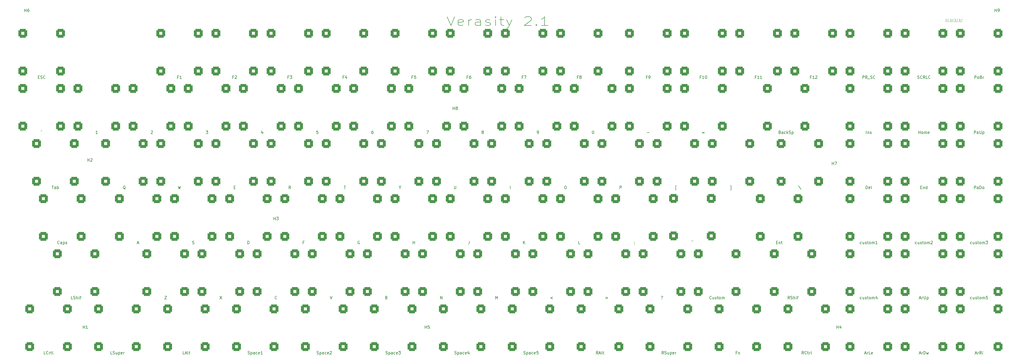
<source format=gbr>
%TF.GenerationSoftware,KiCad,Pcbnew,7.0.5*%
%TF.CreationDate,2023-06-08T14:54:28+02:00*%
%TF.ProjectId,verasity_PCB,76657261-7369-4747-995f-5043422e6b69,rev?*%
%TF.SameCoordinates,Original*%
%TF.FileFunction,Legend,Top*%
%TF.FilePolarity,Positive*%
%FSLAX46Y46*%
G04 Gerber Fmt 4.6, Leading zero omitted, Abs format (unit mm)*
G04 Created by KiCad (PCBNEW 7.0.5) date 2023-06-08 14:54:28*
%MOMM*%
%LPD*%
G01*
G04 APERTURE LIST*
G04 Aperture macros list*
%AMRoundRect*
0 Rectangle with rounded corners*
0 $1 Rounding radius*
0 $2 $3 $4 $5 $6 $7 $8 $9 X,Y pos of 4 corners*
0 Add a 4 corners polygon primitive as box body*
4,1,4,$2,$3,$4,$5,$6,$7,$8,$9,$2,$3,0*
0 Add four circle primitives for the rounded corners*
1,1,$1+$1,$2,$3*
1,1,$1+$1,$4,$5*
1,1,$1+$1,$6,$7*
1,1,$1+$1,$8,$9*
0 Add four rect primitives between the rounded corners*
20,1,$1+$1,$2,$3,$4,$5,0*
20,1,$1+$1,$4,$5,$6,$7,0*
20,1,$1+$1,$6,$7,$8,$9,0*
20,1,$1+$1,$8,$9,$2,$3,0*%
G04 Aperture macros list end*
%ADD10C,0.085000*%
%ADD11C,0.200000*%
%ADD12C,0.150000*%
%ADD13R,1.500000X1.250000*%
%ADD14RoundRect,0.500000X1.000000X-1.000000X1.000000X1.000000X-1.000000X1.000000X-1.000000X-1.000000X0*%
%ADD15R,1.250000X1.500000*%
%ADD16RoundRect,0.500000X-1.000000X-1.000000X1.000000X-1.000000X1.000000X1.000000X-1.000000X1.000000X0*%
%ADD17C,3.048000*%
%ADD18C,3.987800*%
%ADD19C,2.100000*%
%ADD20R,1.550000X1.550000*%
%ADD21R,2.500000X0.700000*%
G04 APERTURE END LIST*
D10*
X309996206Y106790800D02*
X309996206Y106076515D01*
X309996206Y106076515D02*
X309967635Y105933658D01*
X309967635Y105933658D02*
X309910492Y105838420D01*
X309910492Y105838420D02*
X309824778Y105790800D01*
X309824778Y105790800D02*
X309767635Y105790800D01*
X310567635Y105790800D02*
X310281921Y105790800D01*
X310281921Y105790800D02*
X310281921Y106790800D01*
X311110492Y105886039D02*
X311081920Y105838420D01*
X311081920Y105838420D02*
X310996206Y105790800D01*
X310996206Y105790800D02*
X310939063Y105790800D01*
X310939063Y105790800D02*
X310853349Y105838420D01*
X310853349Y105838420D02*
X310796206Y105933658D01*
X310796206Y105933658D02*
X310767635Y106028896D01*
X310767635Y106028896D02*
X310739063Y106219372D01*
X310739063Y106219372D02*
X310739063Y106362229D01*
X310739063Y106362229D02*
X310767635Y106552705D01*
X310767635Y106552705D02*
X310796206Y106647943D01*
X310796206Y106647943D02*
X310853349Y106743181D01*
X310853349Y106743181D02*
X310939063Y106790800D01*
X310939063Y106790800D02*
X310996206Y106790800D01*
X310996206Y106790800D02*
X311081920Y106743181D01*
X311081920Y106743181D02*
X311110492Y106695562D01*
X311539063Y106790800D02*
X311539063Y106076515D01*
X311539063Y106076515D02*
X311510492Y105933658D01*
X311510492Y105933658D02*
X311453349Y105838420D01*
X311453349Y105838420D02*
X311367635Y105790800D01*
X311367635Y105790800D02*
X311310492Y105790800D01*
X312110492Y105790800D02*
X311824778Y105790800D01*
X311824778Y105790800D02*
X311824778Y106790800D01*
X312653349Y105886039D02*
X312624777Y105838420D01*
X312624777Y105838420D02*
X312539063Y105790800D01*
X312539063Y105790800D02*
X312481920Y105790800D01*
X312481920Y105790800D02*
X312396206Y105838420D01*
X312396206Y105838420D02*
X312339063Y105933658D01*
X312339063Y105933658D02*
X312310492Y106028896D01*
X312310492Y106028896D02*
X312281920Y106219372D01*
X312281920Y106219372D02*
X312281920Y106362229D01*
X312281920Y106362229D02*
X312310492Y106552705D01*
X312310492Y106552705D02*
X312339063Y106647943D01*
X312339063Y106647943D02*
X312396206Y106743181D01*
X312396206Y106743181D02*
X312481920Y106790800D01*
X312481920Y106790800D02*
X312539063Y106790800D01*
X312539063Y106790800D02*
X312624777Y106743181D01*
X312624777Y106743181D02*
X312653349Y106695562D01*
X313081920Y106790800D02*
X313081920Y106076515D01*
X313081920Y106076515D02*
X313053349Y105933658D01*
X313053349Y105933658D02*
X312996206Y105838420D01*
X312996206Y105838420D02*
X312910492Y105790800D01*
X312910492Y105790800D02*
X312853349Y105790800D01*
X313653349Y105790800D02*
X313367635Y105790800D01*
X313367635Y105790800D02*
X313367635Y106790800D01*
X314196206Y105886039D02*
X314167634Y105838420D01*
X314167634Y105838420D02*
X314081920Y105790800D01*
X314081920Y105790800D02*
X314024777Y105790800D01*
X314024777Y105790800D02*
X313939063Y105838420D01*
X313939063Y105838420D02*
X313881920Y105933658D01*
X313881920Y105933658D02*
X313853349Y106028896D01*
X313853349Y106028896D02*
X313824777Y106219372D01*
X313824777Y106219372D02*
X313824777Y106362229D01*
X313824777Y106362229D02*
X313853349Y106552705D01*
X313853349Y106552705D02*
X313881920Y106647943D01*
X313881920Y106647943D02*
X313939063Y106743181D01*
X313939063Y106743181D02*
X314024777Y106790800D01*
X314024777Y106790800D02*
X314081920Y106790800D01*
X314081920Y106790800D02*
X314167634Y106743181D01*
X314167634Y106743181D02*
X314196206Y106695562D01*
X314624777Y106790800D02*
X314624777Y106076515D01*
X314624777Y106076515D02*
X314596206Y105933658D01*
X314596206Y105933658D02*
X314539063Y105838420D01*
X314539063Y105838420D02*
X314453349Y105790800D01*
X314453349Y105790800D02*
X314396206Y105790800D01*
X315196206Y105790800D02*
X314910492Y105790800D01*
X314910492Y105790800D02*
X314910492Y106790800D01*
X315739063Y105886039D02*
X315710491Y105838420D01*
X315710491Y105838420D02*
X315624777Y105790800D01*
X315624777Y105790800D02*
X315567634Y105790800D01*
X315567634Y105790800D02*
X315481920Y105838420D01*
X315481920Y105838420D02*
X315424777Y105933658D01*
X315424777Y105933658D02*
X315396206Y106028896D01*
X315396206Y106028896D02*
X315367634Y106219372D01*
X315367634Y106219372D02*
X315367634Y106362229D01*
X315367634Y106362229D02*
X315396206Y106552705D01*
X315396206Y106552705D02*
X315424777Y106647943D01*
X315424777Y106647943D02*
X315481920Y106743181D01*
X315481920Y106743181D02*
X315567634Y106790800D01*
X315567634Y106790800D02*
X315624777Y106790800D01*
X315624777Y106790800D02*
X315710491Y106743181D01*
X315710491Y106743181D02*
X315739063Y106695562D01*
D11*
X137672530Y107517542D02*
X139005863Y104517542D01*
X139005863Y104517542D02*
X140339197Y107517542D01*
X143196339Y104660400D02*
X142815387Y104517542D01*
X142815387Y104517542D02*
X142053482Y104517542D01*
X142053482Y104517542D02*
X141672529Y104660400D01*
X141672529Y104660400D02*
X141482053Y104946114D01*
X141482053Y104946114D02*
X141482053Y106088971D01*
X141482053Y106088971D02*
X141672529Y106374685D01*
X141672529Y106374685D02*
X142053482Y106517542D01*
X142053482Y106517542D02*
X142815387Y106517542D01*
X142815387Y106517542D02*
X143196339Y106374685D01*
X143196339Y106374685D02*
X143386815Y106088971D01*
X143386815Y106088971D02*
X143386815Y105803257D01*
X143386815Y105803257D02*
X141482053Y105517542D01*
X145101100Y104517542D02*
X145101100Y106517542D01*
X145101100Y105946114D02*
X145291577Y106231828D01*
X145291577Y106231828D02*
X145482053Y106374685D01*
X145482053Y106374685D02*
X145863005Y106517542D01*
X145863005Y106517542D02*
X146243958Y106517542D01*
X149291576Y104517542D02*
X149291576Y106088971D01*
X149291576Y106088971D02*
X149101100Y106374685D01*
X149101100Y106374685D02*
X148720148Y106517542D01*
X148720148Y106517542D02*
X147958243Y106517542D01*
X147958243Y106517542D02*
X147577290Y106374685D01*
X149291576Y104660400D02*
X148910624Y104517542D01*
X148910624Y104517542D02*
X147958243Y104517542D01*
X147958243Y104517542D02*
X147577290Y104660400D01*
X147577290Y104660400D02*
X147386814Y104946114D01*
X147386814Y104946114D02*
X147386814Y105231828D01*
X147386814Y105231828D02*
X147577290Y105517542D01*
X147577290Y105517542D02*
X147958243Y105660400D01*
X147958243Y105660400D02*
X148910624Y105660400D01*
X148910624Y105660400D02*
X149291576Y105803257D01*
X151005862Y104660400D02*
X151386815Y104517542D01*
X151386815Y104517542D02*
X152148719Y104517542D01*
X152148719Y104517542D02*
X152529672Y104660400D01*
X152529672Y104660400D02*
X152720148Y104946114D01*
X152720148Y104946114D02*
X152720148Y105088971D01*
X152720148Y105088971D02*
X152529672Y105374685D01*
X152529672Y105374685D02*
X152148719Y105517542D01*
X152148719Y105517542D02*
X151577291Y105517542D01*
X151577291Y105517542D02*
X151196338Y105660400D01*
X151196338Y105660400D02*
X151005862Y105946114D01*
X151005862Y105946114D02*
X151005862Y106088971D01*
X151005862Y106088971D02*
X151196338Y106374685D01*
X151196338Y106374685D02*
X151577291Y106517542D01*
X151577291Y106517542D02*
X152148719Y106517542D01*
X152148719Y106517542D02*
X152529672Y106374685D01*
X154434433Y104517542D02*
X154434433Y106517542D01*
X154434433Y107517542D02*
X154243957Y107374685D01*
X154243957Y107374685D02*
X154434433Y107231828D01*
X154434433Y107231828D02*
X154624910Y107374685D01*
X154624910Y107374685D02*
X154434433Y107517542D01*
X154434433Y107517542D02*
X154434433Y107231828D01*
X155767767Y106517542D02*
X157291576Y106517542D01*
X156339195Y107517542D02*
X156339195Y104946114D01*
X156339195Y104946114D02*
X156529672Y104660400D01*
X156529672Y104660400D02*
X156910624Y104517542D01*
X156910624Y104517542D02*
X157291576Y104517542D01*
X158243957Y106517542D02*
X159196338Y104517542D01*
X160148719Y106517542D02*
X159196338Y104517542D01*
X159196338Y104517542D02*
X158815386Y103803257D01*
X158815386Y103803257D02*
X158624909Y103660400D01*
X158624909Y103660400D02*
X158243957Y103517542D01*
X164529671Y107231828D02*
X164720147Y107374685D01*
X164720147Y107374685D02*
X165101100Y107517542D01*
X165101100Y107517542D02*
X166053481Y107517542D01*
X166053481Y107517542D02*
X166434433Y107374685D01*
X166434433Y107374685D02*
X166624909Y107231828D01*
X166624909Y107231828D02*
X166815386Y106946114D01*
X166815386Y106946114D02*
X166815386Y106660400D01*
X166815386Y106660400D02*
X166624909Y106231828D01*
X166624909Y106231828D02*
X164339195Y104517542D01*
X164339195Y104517542D02*
X166815386Y104517542D01*
X168529671Y104803257D02*
X168720148Y104660400D01*
X168720148Y104660400D02*
X168529671Y104517542D01*
X168529671Y104517542D02*
X168339195Y104660400D01*
X168339195Y104660400D02*
X168529671Y104803257D01*
X168529671Y104803257D02*
X168529671Y104517542D01*
X172529672Y104517542D02*
X170243957Y104517542D01*
X171386814Y104517542D02*
X171386814Y107517542D01*
X171386814Y107517542D02*
X171005862Y107088971D01*
X171005862Y107088971D02*
X170624910Y106803257D01*
X170624910Y106803257D02*
X170243957Y106660400D01*
D12*
%TO.C,U6*%
X82990416Y86668990D02*
X82657083Y86668990D01*
X82657083Y86145180D02*
X82657083Y87145180D01*
X82657083Y87145180D02*
X83133273Y87145180D01*
X83418988Y87145180D02*
X84038035Y87145180D01*
X84038035Y87145180D02*
X83704702Y86764228D01*
X83704702Y86764228D02*
X83847559Y86764228D01*
X83847559Y86764228D02*
X83942797Y86716609D01*
X83942797Y86716609D02*
X83990416Y86668990D01*
X83990416Y86668990D02*
X84038035Y86573752D01*
X84038035Y86573752D02*
X84038035Y86335657D01*
X84038035Y86335657D02*
X83990416Y86240419D01*
X83990416Y86240419D02*
X83942797Y86192800D01*
X83942797Y86192800D02*
X83847559Y86145180D01*
X83847559Y86145180D02*
X83561845Y86145180D01*
X83561845Y86145180D02*
X83466607Y86192800D01*
X83466607Y86192800D02*
X83418988Y86240419D01*
%TO.C,U24*%
X93086845Y68095180D02*
X92610655Y68095180D01*
X92610655Y68095180D02*
X92563036Y67618990D01*
X92563036Y67618990D02*
X92610655Y67666609D01*
X92610655Y67666609D02*
X92705893Y67714228D01*
X92705893Y67714228D02*
X92943988Y67714228D01*
X92943988Y67714228D02*
X93039226Y67666609D01*
X93039226Y67666609D02*
X93086845Y67618990D01*
X93086845Y67618990D02*
X93134464Y67523752D01*
X93134464Y67523752D02*
X93134464Y67285657D01*
X93134464Y67285657D02*
X93086845Y67190419D01*
X93086845Y67190419D02*
X93039226Y67142800D01*
X93039226Y67142800D02*
X92943988Y67095180D01*
X92943988Y67095180D02*
X92705893Y67095180D01*
X92705893Y67095180D02*
X92610655Y67142800D01*
X92610655Y67142800D02*
X92563036Y67190419D01*
%TO.C,U63*%
X202433869Y29042800D02*
X202433869Y28995180D01*
X202433869Y28995180D02*
X202386250Y28899942D01*
X202386250Y28899942D02*
X202338631Y28852323D01*
X202386250Y29614228D02*
X202433869Y29566609D01*
X202433869Y29566609D02*
X202386250Y29518990D01*
X202386250Y29518990D02*
X202338631Y29566609D01*
X202338631Y29566609D02*
X202386250Y29614228D01*
X202386250Y29614228D02*
X202386250Y29518990D01*
%TO.C,U79*%
X300874940Y10230895D02*
X301351130Y10230895D01*
X300779702Y9945180D02*
X301113035Y10945180D01*
X301113035Y10945180D02*
X301446368Y9945180D01*
X301779702Y9945180D02*
X301779702Y10611847D01*
X301779702Y10421371D02*
X301827321Y10516609D01*
X301827321Y10516609D02*
X301874940Y10564228D01*
X301874940Y10564228D02*
X301970178Y10611847D01*
X301970178Y10611847D02*
X302065416Y10611847D01*
X302398750Y10945180D02*
X302398750Y10135657D01*
X302398750Y10135657D02*
X302446369Y10040419D01*
X302446369Y10040419D02*
X302493988Y9992800D01*
X302493988Y9992800D02*
X302589226Y9945180D01*
X302589226Y9945180D02*
X302779702Y9945180D01*
X302779702Y9945180D02*
X302874940Y9992800D01*
X302874940Y9992800D02*
X302922559Y10040419D01*
X302922559Y10040419D02*
X302970178Y10135657D01*
X302970178Y10135657D02*
X302970178Y10945180D01*
X303446369Y10611847D02*
X303446369Y9611847D01*
X303446369Y10564228D02*
X303541607Y10611847D01*
X303541607Y10611847D02*
X303732083Y10611847D01*
X303732083Y10611847D02*
X303827321Y10564228D01*
X303827321Y10564228D02*
X303874940Y10516609D01*
X303874940Y10516609D02*
X303922559Y10421371D01*
X303922559Y10421371D02*
X303922559Y10135657D01*
X303922559Y10135657D02*
X303874940Y10040419D01*
X303874940Y10040419D02*
X303827321Y9992800D01*
X303827321Y9992800D02*
X303732083Y9945180D01*
X303732083Y9945180D02*
X303541607Y9945180D01*
X303541607Y9945180D02*
X303446369Y9992800D01*
%TO.C,U76*%
X211863631Y10040419D02*
X211911250Y9992800D01*
X211911250Y9992800D02*
X211863631Y9945180D01*
X211863631Y9945180D02*
X211816012Y9992800D01*
X211816012Y9992800D02*
X211863631Y10040419D01*
X211863631Y10040419D02*
X211863631Y9945180D01*
X211673155Y10897561D02*
X211768393Y10945180D01*
X211768393Y10945180D02*
X212006488Y10945180D01*
X212006488Y10945180D02*
X212101726Y10897561D01*
X212101726Y10897561D02*
X212149345Y10802323D01*
X212149345Y10802323D02*
X212149345Y10707085D01*
X212149345Y10707085D02*
X212101726Y10611847D01*
X212101726Y10611847D02*
X212054107Y10564228D01*
X212054107Y10564228D02*
X211958869Y10516609D01*
X211958869Y10516609D02*
X211911250Y10468990D01*
X211911250Y10468990D02*
X211863631Y10373752D01*
X211863631Y10373752D02*
X211863631Y10326133D01*
%TO.C,U82*%
X46938332Y-9104819D02*
X46462142Y-9104819D01*
X46462142Y-9104819D02*
X46462142Y-8104819D01*
X47224047Y-8819104D02*
X47700237Y-8819104D01*
X47128809Y-9104819D02*
X47462142Y-8104819D01*
X47462142Y-8104819D02*
X47795475Y-9104819D01*
X48271666Y-9104819D02*
X48176428Y-9057200D01*
X48176428Y-9057200D02*
X48128809Y-8961961D01*
X48128809Y-8961961D02*
X48128809Y-8104819D01*
X48509762Y-8438152D02*
X48890714Y-8438152D01*
X48652619Y-8104819D02*
X48652619Y-8961961D01*
X48652619Y-8961961D02*
X48700238Y-9057200D01*
X48700238Y-9057200D02*
X48795476Y-9104819D01*
X48795476Y-9104819D02*
X48890714Y-9104819D01*
%TO.C,U44*%
X159523750Y48045180D02*
X159523750Y49045180D01*
%TO.C,U90*%
X212482975Y-9104819D02*
X212149642Y-8628628D01*
X211911547Y-9104819D02*
X211911547Y-8104819D01*
X211911547Y-8104819D02*
X212292499Y-8104819D01*
X212292499Y-8104819D02*
X212387737Y-8152438D01*
X212387737Y-8152438D02*
X212435356Y-8200057D01*
X212435356Y-8200057D02*
X212482975Y-8295295D01*
X212482975Y-8295295D02*
X212482975Y-8438152D01*
X212482975Y-8438152D02*
X212435356Y-8533390D01*
X212435356Y-8533390D02*
X212387737Y-8581009D01*
X212387737Y-8581009D02*
X212292499Y-8628628D01*
X212292499Y-8628628D02*
X211911547Y-8628628D01*
X212863928Y-9057200D02*
X213006785Y-9104819D01*
X213006785Y-9104819D02*
X213244880Y-9104819D01*
X213244880Y-9104819D02*
X213340118Y-9057200D01*
X213340118Y-9057200D02*
X213387737Y-9009580D01*
X213387737Y-9009580D02*
X213435356Y-8914342D01*
X213435356Y-8914342D02*
X213435356Y-8819104D01*
X213435356Y-8819104D02*
X213387737Y-8723866D01*
X213387737Y-8723866D02*
X213340118Y-8676247D01*
X213340118Y-8676247D02*
X213244880Y-8628628D01*
X213244880Y-8628628D02*
X213054404Y-8581009D01*
X213054404Y-8581009D02*
X212959166Y-8533390D01*
X212959166Y-8533390D02*
X212911547Y-8485771D01*
X212911547Y-8485771D02*
X212863928Y-8390533D01*
X212863928Y-8390533D02*
X212863928Y-8295295D01*
X212863928Y-8295295D02*
X212911547Y-8200057D01*
X212911547Y-8200057D02*
X212959166Y-8152438D01*
X212959166Y-8152438D02*
X213054404Y-8104819D01*
X213054404Y-8104819D02*
X213292499Y-8104819D01*
X213292499Y-8104819D02*
X213435356Y-8152438D01*
X214292499Y-8438152D02*
X214292499Y-9104819D01*
X213863928Y-8438152D02*
X213863928Y-8961961D01*
X213863928Y-8961961D02*
X213911547Y-9057200D01*
X213911547Y-9057200D02*
X214006785Y-9104819D01*
X214006785Y-9104819D02*
X214149642Y-9104819D01*
X214149642Y-9104819D02*
X214244880Y-9057200D01*
X214244880Y-9057200D02*
X214292499Y-9009580D01*
X214768690Y-8438152D02*
X214768690Y-9438152D01*
X214768690Y-8485771D02*
X214863928Y-8438152D01*
X214863928Y-8438152D02*
X215054404Y-8438152D01*
X215054404Y-8438152D02*
X215149642Y-8485771D01*
X215149642Y-8485771D02*
X215197261Y-8533390D01*
X215197261Y-8533390D02*
X215244880Y-8628628D01*
X215244880Y-8628628D02*
X215244880Y-8914342D01*
X215244880Y-8914342D02*
X215197261Y-9009580D01*
X215197261Y-9009580D02*
X215149642Y-9057200D01*
X215149642Y-9057200D02*
X215054404Y-9104819D01*
X215054404Y-9104819D02*
X214863928Y-9104819D01*
X214863928Y-9104819D02*
X214768690Y-9057200D01*
X216054404Y-9057200D02*
X215959166Y-9104819D01*
X215959166Y-9104819D02*
X215768690Y-9104819D01*
X215768690Y-9104819D02*
X215673452Y-9057200D01*
X215673452Y-9057200D02*
X215625833Y-8961961D01*
X215625833Y-8961961D02*
X215625833Y-8581009D01*
X215625833Y-8581009D02*
X215673452Y-8485771D01*
X215673452Y-8485771D02*
X215768690Y-8438152D01*
X215768690Y-8438152D02*
X215959166Y-8438152D01*
X215959166Y-8438152D02*
X216054404Y-8485771D01*
X216054404Y-8485771D02*
X216102023Y-8581009D01*
X216102023Y-8581009D02*
X216102023Y-8676247D01*
X216102023Y-8676247D02*
X215625833Y-8771485D01*
X216530595Y-9104819D02*
X216530595Y-8438152D01*
X216530595Y-8628628D02*
X216578214Y-8533390D01*
X216578214Y-8533390D02*
X216625833Y-8485771D01*
X216625833Y-8485771D02*
X216721071Y-8438152D01*
X216721071Y-8438152D02*
X216816309Y-8438152D01*
%TO.C,U15*%
X263489226Y86668990D02*
X263155893Y86668990D01*
X263155893Y86145180D02*
X263155893Y87145180D01*
X263155893Y87145180D02*
X263632083Y87145180D01*
X264536845Y86145180D02*
X263965417Y86145180D01*
X264251131Y86145180D02*
X264251131Y87145180D01*
X264251131Y87145180D02*
X264155893Y87002323D01*
X264155893Y87002323D02*
X264060655Y86907085D01*
X264060655Y86907085D02*
X263965417Y86859466D01*
X264917798Y87049942D02*
X264965417Y87097561D01*
X264965417Y87097561D02*
X265060655Y87145180D01*
X265060655Y87145180D02*
X265298750Y87145180D01*
X265298750Y87145180D02*
X265393988Y87097561D01*
X265393988Y87097561D02*
X265441607Y87049942D01*
X265441607Y87049942D02*
X265489226Y86954704D01*
X265489226Y86954704D02*
X265489226Y86859466D01*
X265489226Y86859466D02*
X265441607Y86716609D01*
X265441607Y86716609D02*
X264870179Y86145180D01*
X264870179Y86145180D02*
X265489226Y86145180D01*
%TO.C,U19*%
X-2496487Y68142800D02*
X-2353630Y67999942D01*
%TO.C,U34*%
X300565417Y67095180D02*
X300565417Y68095180D01*
X300565417Y67618990D02*
X301136845Y67618990D01*
X301136845Y67095180D02*
X301136845Y68095180D01*
X301755893Y67095180D02*
X301660655Y67142800D01*
X301660655Y67142800D02*
X301613036Y67190419D01*
X301613036Y67190419D02*
X301565417Y67285657D01*
X301565417Y67285657D02*
X301565417Y67571371D01*
X301565417Y67571371D02*
X301613036Y67666609D01*
X301613036Y67666609D02*
X301660655Y67714228D01*
X301660655Y67714228D02*
X301755893Y67761847D01*
X301755893Y67761847D02*
X301898750Y67761847D01*
X301898750Y67761847D02*
X301993988Y67714228D01*
X301993988Y67714228D02*
X302041607Y67666609D01*
X302041607Y67666609D02*
X302089226Y67571371D01*
X302089226Y67571371D02*
X302089226Y67285657D01*
X302089226Y67285657D02*
X302041607Y67190419D01*
X302041607Y67190419D02*
X301993988Y67142800D01*
X301993988Y67142800D02*
X301898750Y67095180D01*
X301898750Y67095180D02*
X301755893Y67095180D01*
X302517798Y67095180D02*
X302517798Y67761847D01*
X302517798Y67666609D02*
X302565417Y67714228D01*
X302565417Y67714228D02*
X302660655Y67761847D01*
X302660655Y67761847D02*
X302803512Y67761847D01*
X302803512Y67761847D02*
X302898750Y67714228D01*
X302898750Y67714228D02*
X302946369Y67618990D01*
X302946369Y67618990D02*
X302946369Y67095180D01*
X302946369Y67618990D02*
X302993988Y67714228D01*
X302993988Y67714228D02*
X303089226Y67761847D01*
X303089226Y67761847D02*
X303232083Y67761847D01*
X303232083Y67761847D02*
X303327322Y67714228D01*
X303327322Y67714228D02*
X303374941Y67618990D01*
X303374941Y67618990D02*
X303374941Y67095180D01*
X304232083Y67142800D02*
X304136845Y67095180D01*
X304136845Y67095180D02*
X303946369Y67095180D01*
X303946369Y67095180D02*
X303851131Y67142800D01*
X303851131Y67142800D02*
X303803512Y67238038D01*
X303803512Y67238038D02*
X303803512Y67618990D01*
X303803512Y67618990D02*
X303851131Y67714228D01*
X303851131Y67714228D02*
X303946369Y67761847D01*
X303946369Y67761847D02*
X304136845Y67761847D01*
X304136845Y67761847D02*
X304232083Y67714228D01*
X304232083Y67714228D02*
X304279702Y67618990D01*
X304279702Y67618990D02*
X304279702Y67523752D01*
X304279702Y67523752D02*
X303803512Y67428514D01*
%TO.C,U65*%
X251440119Y29518990D02*
X251773452Y29518990D01*
X251916309Y28995180D02*
X251440119Y28995180D01*
X251440119Y28995180D02*
X251440119Y29995180D01*
X251440119Y29995180D02*
X251916309Y29995180D01*
X252344881Y29661847D02*
X252344881Y28995180D01*
X252344881Y29566609D02*
X252392500Y29614228D01*
X252392500Y29614228D02*
X252487738Y29661847D01*
X252487738Y29661847D02*
X252630595Y29661847D01*
X252630595Y29661847D02*
X252725833Y29614228D01*
X252725833Y29614228D02*
X252773452Y29518990D01*
X252773452Y29518990D02*
X252773452Y28995180D01*
X253106786Y29661847D02*
X253487738Y29661847D01*
X253249643Y29995180D02*
X253249643Y29138038D01*
X253249643Y29138038D02*
X253297262Y29042800D01*
X253297262Y29042800D02*
X253392500Y28995180D01*
X253392500Y28995180D02*
X253487738Y28995180D01*
%TO.C,U11*%
X183002916Y86668990D02*
X182669583Y86668990D01*
X182669583Y86145180D02*
X182669583Y87145180D01*
X182669583Y87145180D02*
X183145773Y87145180D01*
X183669583Y86716609D02*
X183574345Y86764228D01*
X183574345Y86764228D02*
X183526726Y86811847D01*
X183526726Y86811847D02*
X183479107Y86907085D01*
X183479107Y86907085D02*
X183479107Y86954704D01*
X183479107Y86954704D02*
X183526726Y87049942D01*
X183526726Y87049942D02*
X183574345Y87097561D01*
X183574345Y87097561D02*
X183669583Y87145180D01*
X183669583Y87145180D02*
X183860059Y87145180D01*
X183860059Y87145180D02*
X183955297Y87097561D01*
X183955297Y87097561D02*
X184002916Y87049942D01*
X184002916Y87049942D02*
X184050535Y86954704D01*
X184050535Y86954704D02*
X184050535Y86907085D01*
X184050535Y86907085D02*
X184002916Y86811847D01*
X184002916Y86811847D02*
X183955297Y86764228D01*
X183955297Y86764228D02*
X183860059Y86716609D01*
X183860059Y86716609D02*
X183669583Y86716609D01*
X183669583Y86716609D02*
X183574345Y86668990D01*
X183574345Y86668990D02*
X183526726Y86621371D01*
X183526726Y86621371D02*
X183479107Y86526133D01*
X183479107Y86526133D02*
X183479107Y86335657D01*
X183479107Y86335657D02*
X183526726Y86240419D01*
X183526726Y86240419D02*
X183574345Y86192800D01*
X183574345Y86192800D02*
X183669583Y86145180D01*
X183669583Y86145180D02*
X183860059Y86145180D01*
X183860059Y86145180D02*
X183955297Y86192800D01*
X183955297Y86192800D02*
X184002916Y86240419D01*
X184002916Y86240419D02*
X184050535Y86335657D01*
X184050535Y86335657D02*
X184050535Y86526133D01*
X184050535Y86526133D02*
X184002916Y86621371D01*
X184002916Y86621371D02*
X183955297Y86668990D01*
X183955297Y86668990D02*
X183860059Y86716609D01*
%TO.C,U91*%
X237795476Y-8581009D02*
X237462143Y-8581009D01*
X237462143Y-9104819D02*
X237462143Y-8104819D01*
X237462143Y-8104819D02*
X237938333Y-8104819D01*
X238319286Y-8438152D02*
X238319286Y-9104819D01*
X238319286Y-8533390D02*
X238366905Y-8485771D01*
X238366905Y-8485771D02*
X238462143Y-8438152D01*
X238462143Y-8438152D02*
X238605000Y-8438152D01*
X238605000Y-8438152D02*
X238700238Y-8485771D01*
X238700238Y-8485771D02*
X238747857Y-8581009D01*
X238747857Y-8581009D02*
X238747857Y-9104819D01*
%TO.C,U39*%
X64059464Y48568990D02*
X64392797Y48568990D01*
X64535654Y48045180D02*
X64059464Y48045180D01*
X64059464Y48045180D02*
X64059464Y49045180D01*
X64059464Y49045180D02*
X64535654Y49045180D01*
%TO.C,U92*%
X260869880Y-9104819D02*
X260536547Y-8628628D01*
X260298452Y-9104819D02*
X260298452Y-8104819D01*
X260298452Y-8104819D02*
X260679404Y-8104819D01*
X260679404Y-8104819D02*
X260774642Y-8152438D01*
X260774642Y-8152438D02*
X260822261Y-8200057D01*
X260822261Y-8200057D02*
X260869880Y-8295295D01*
X260869880Y-8295295D02*
X260869880Y-8438152D01*
X260869880Y-8438152D02*
X260822261Y-8533390D01*
X260822261Y-8533390D02*
X260774642Y-8581009D01*
X260774642Y-8581009D02*
X260679404Y-8628628D01*
X260679404Y-8628628D02*
X260298452Y-8628628D01*
X261869880Y-9009580D02*
X261822261Y-9057200D01*
X261822261Y-9057200D02*
X261679404Y-9104819D01*
X261679404Y-9104819D02*
X261584166Y-9104819D01*
X261584166Y-9104819D02*
X261441309Y-9057200D01*
X261441309Y-9057200D02*
X261346071Y-8961961D01*
X261346071Y-8961961D02*
X261298452Y-8866723D01*
X261298452Y-8866723D02*
X261250833Y-8676247D01*
X261250833Y-8676247D02*
X261250833Y-8533390D01*
X261250833Y-8533390D02*
X261298452Y-8342914D01*
X261298452Y-8342914D02*
X261346071Y-8247676D01*
X261346071Y-8247676D02*
X261441309Y-8152438D01*
X261441309Y-8152438D02*
X261584166Y-8104819D01*
X261584166Y-8104819D02*
X261679404Y-8104819D01*
X261679404Y-8104819D02*
X261822261Y-8152438D01*
X261822261Y-8152438D02*
X261869880Y-8200057D01*
X262155595Y-8438152D02*
X262536547Y-8438152D01*
X262298452Y-8104819D02*
X262298452Y-8961961D01*
X262298452Y-8961961D02*
X262346071Y-9057200D01*
X262346071Y-9057200D02*
X262441309Y-9104819D01*
X262441309Y-9104819D02*
X262536547Y-9104819D01*
X262869881Y-9104819D02*
X262869881Y-8438152D01*
X262869881Y-8628628D02*
X262917500Y-8533390D01*
X262917500Y-8533390D02*
X262965119Y-8485771D01*
X262965119Y-8485771D02*
X263060357Y-8438152D01*
X263060357Y-8438152D02*
X263155595Y-8438152D01*
X263631786Y-9104819D02*
X263536548Y-9057200D01*
X263536548Y-9057200D02*
X263488929Y-8961961D01*
X263488929Y-8961961D02*
X263488929Y-8104819D01*
%TO.C,U22*%
X54415417Y68095180D02*
X55034464Y68095180D01*
X55034464Y68095180D02*
X54701131Y67714228D01*
X54701131Y67714228D02*
X54843988Y67714228D01*
X54843988Y67714228D02*
X54939226Y67666609D01*
X54939226Y67666609D02*
X54986845Y67618990D01*
X54986845Y67618990D02*
X55034464Y67523752D01*
X55034464Y67523752D02*
X55034464Y67285657D01*
X55034464Y67285657D02*
X54986845Y67190419D01*
X54986845Y67190419D02*
X54939226Y67142800D01*
X54939226Y67142800D02*
X54843988Y67095180D01*
X54843988Y67095180D02*
X54558274Y67095180D01*
X54558274Y67095180D02*
X54463036Y67142800D01*
X54463036Y67142800D02*
X54415417Y67190419D01*
%TO.C,U55*%
X49700536Y29042800D02*
X49843393Y28995180D01*
X49843393Y28995180D02*
X50081488Y28995180D01*
X50081488Y28995180D02*
X50176726Y29042800D01*
X50176726Y29042800D02*
X50224345Y29090419D01*
X50224345Y29090419D02*
X50271964Y29185657D01*
X50271964Y29185657D02*
X50271964Y29280895D01*
X50271964Y29280895D02*
X50224345Y29376133D01*
X50224345Y29376133D02*
X50176726Y29423752D01*
X50176726Y29423752D02*
X50081488Y29471371D01*
X50081488Y29471371D02*
X49891012Y29518990D01*
X49891012Y29518990D02*
X49795774Y29566609D01*
X49795774Y29566609D02*
X49748155Y29614228D01*
X49748155Y29614228D02*
X49700536Y29709466D01*
X49700536Y29709466D02*
X49700536Y29804704D01*
X49700536Y29804704D02*
X49748155Y29899942D01*
X49748155Y29899942D02*
X49795774Y29947561D01*
X49795774Y29947561D02*
X49891012Y29995180D01*
X49891012Y29995180D02*
X50129107Y29995180D01*
X50129107Y29995180D02*
X50271964Y29947561D01*
%TO.C,U7*%
X102040416Y86668990D02*
X101707083Y86668990D01*
X101707083Y86145180D02*
X101707083Y87145180D01*
X101707083Y87145180D02*
X102183273Y87145180D01*
X102992797Y86811847D02*
X102992797Y86145180D01*
X102754702Y87192800D02*
X102516607Y86478514D01*
X102516607Y86478514D02*
X103135654Y86478514D01*
%TO.C,U31*%
X225817798Y67618990D02*
X226579703Y67618990D01*
X226579703Y67333276D02*
X225817798Y67333276D01*
%TO.C,H8*%
X139731845Y75373305D02*
X139731845Y76373305D01*
X139731845Y75897115D02*
X140303273Y75897115D01*
X140303273Y75373305D02*
X140303273Y76373305D01*
X140922321Y75944734D02*
X140827083Y75992353D01*
X140827083Y75992353D02*
X140779464Y76039972D01*
X140779464Y76039972D02*
X140731845Y76135210D01*
X140731845Y76135210D02*
X140731845Y76182829D01*
X140731845Y76182829D02*
X140779464Y76278067D01*
X140779464Y76278067D02*
X140827083Y76325686D01*
X140827083Y76325686D02*
X140922321Y76373305D01*
X140922321Y76373305D02*
X141112797Y76373305D01*
X141112797Y76373305D02*
X141208035Y76325686D01*
X141208035Y76325686D02*
X141255654Y76278067D01*
X141255654Y76278067D02*
X141303273Y76182829D01*
X141303273Y76182829D02*
X141303273Y76135210D01*
X141303273Y76135210D02*
X141255654Y76039972D01*
X141255654Y76039972D02*
X141208035Y75992353D01*
X141208035Y75992353D02*
X141112797Y75944734D01*
X141112797Y75944734D02*
X140922321Y75944734D01*
X140922321Y75944734D02*
X140827083Y75897115D01*
X140827083Y75897115D02*
X140779464Y75849496D01*
X140779464Y75849496D02*
X140731845Y75754258D01*
X140731845Y75754258D02*
X140731845Y75563782D01*
X140731845Y75563782D02*
X140779464Y75468544D01*
X140779464Y75468544D02*
X140827083Y75420925D01*
X140827083Y75420925D02*
X140922321Y75373305D01*
X140922321Y75373305D02*
X141112797Y75373305D01*
X141112797Y75373305D02*
X141208035Y75420925D01*
X141208035Y75420925D02*
X141255654Y75468544D01*
X141255654Y75468544D02*
X141303273Y75563782D01*
X141303273Y75563782D02*
X141303273Y75754258D01*
X141303273Y75754258D02*
X141255654Y75849496D01*
X141255654Y75849496D02*
X141208035Y75897115D01*
X141208035Y75897115D02*
X141112797Y75944734D01*
%TO.C,H6*%
X-8261904Y109245180D02*
X-8261904Y110245180D01*
X-8261904Y109768990D02*
X-7690476Y109768990D01*
X-7690476Y109245180D02*
X-7690476Y110245180D01*
X-6785714Y110245180D02*
X-6976190Y110245180D01*
X-6976190Y110245180D02*
X-7071428Y110197561D01*
X-7071428Y110197561D02*
X-7119047Y110149942D01*
X-7119047Y110149942D02*
X-7214285Y110007085D01*
X-7214285Y110007085D02*
X-7261904Y109816609D01*
X-7261904Y109816609D02*
X-7261904Y109435657D01*
X-7261904Y109435657D02*
X-7214285Y109340419D01*
X-7214285Y109340419D02*
X-7166666Y109292800D01*
X-7166666Y109292800D02*
X-7071428Y109245180D01*
X-7071428Y109245180D02*
X-6880952Y109245180D01*
X-6880952Y109245180D02*
X-6785714Y109292800D01*
X-6785714Y109292800D02*
X-6738095Y109340419D01*
X-6738095Y109340419D02*
X-6690476Y109435657D01*
X-6690476Y109435657D02*
X-6690476Y109673752D01*
X-6690476Y109673752D02*
X-6738095Y109768990D01*
X-6738095Y109768990D02*
X-6785714Y109816609D01*
X-6785714Y109816609D02*
X-6880952Y109864228D01*
X-6880952Y109864228D02*
X-7071428Y109864228D01*
X-7071428Y109864228D02*
X-7166666Y109816609D01*
X-7166666Y109816609D02*
X-7214285Y109768990D01*
X-7214285Y109768990D02*
X-7261904Y109673752D01*
%TO.C,U12*%
X206815416Y86668990D02*
X206482083Y86668990D01*
X206482083Y86145180D02*
X206482083Y87145180D01*
X206482083Y87145180D02*
X206958273Y87145180D01*
X207386845Y86145180D02*
X207577321Y86145180D01*
X207577321Y86145180D02*
X207672559Y86192800D01*
X207672559Y86192800D02*
X207720178Y86240419D01*
X207720178Y86240419D02*
X207815416Y86383276D01*
X207815416Y86383276D02*
X207863035Y86573752D01*
X207863035Y86573752D02*
X207863035Y86954704D01*
X207863035Y86954704D02*
X207815416Y87049942D01*
X207815416Y87049942D02*
X207767797Y87097561D01*
X207767797Y87097561D02*
X207672559Y87145180D01*
X207672559Y87145180D02*
X207482083Y87145180D01*
X207482083Y87145180D02*
X207386845Y87097561D01*
X207386845Y87097561D02*
X207339226Y87049942D01*
X207339226Y87049942D02*
X207291607Y86954704D01*
X207291607Y86954704D02*
X207291607Y86716609D01*
X207291607Y86716609D02*
X207339226Y86621371D01*
X207339226Y86621371D02*
X207386845Y86573752D01*
X207386845Y86573752D02*
X207482083Y86526133D01*
X207482083Y86526133D02*
X207672559Y86526133D01*
X207672559Y86526133D02*
X207767797Y86573752D01*
X207767797Y86573752D02*
X207815416Y86621371D01*
X207815416Y86621371D02*
X207863035Y86716609D01*
%TO.C,U33*%
X282491607Y67095180D02*
X282491607Y68095180D01*
X282967797Y67761847D02*
X282967797Y67095180D01*
X282967797Y67666609D02*
X283015416Y67714228D01*
X283015416Y67714228D02*
X283110654Y67761847D01*
X283110654Y67761847D02*
X283253511Y67761847D01*
X283253511Y67761847D02*
X283348749Y67714228D01*
X283348749Y67714228D02*
X283396368Y67618990D01*
X283396368Y67618990D02*
X283396368Y67095180D01*
X283824940Y67142800D02*
X283920178Y67095180D01*
X283920178Y67095180D02*
X284110654Y67095180D01*
X284110654Y67095180D02*
X284205892Y67142800D01*
X284205892Y67142800D02*
X284253511Y67238038D01*
X284253511Y67238038D02*
X284253511Y67285657D01*
X284253511Y67285657D02*
X284205892Y67380895D01*
X284205892Y67380895D02*
X284110654Y67428514D01*
X284110654Y67428514D02*
X283967797Y67428514D01*
X283967797Y67428514D02*
X283872559Y67476133D01*
X283872559Y67476133D02*
X283824940Y67571371D01*
X283824940Y67571371D02*
X283824940Y67618990D01*
X283824940Y67618990D02*
X283872559Y67714228D01*
X283872559Y67714228D02*
X283967797Y67761847D01*
X283967797Y67761847D02*
X284110654Y67761847D01*
X284110654Y67761847D02*
X284205892Y67714228D01*
%TO.C,U86*%
X140331190Y-9057200D02*
X140474047Y-9104819D01*
X140474047Y-9104819D02*
X140712142Y-9104819D01*
X140712142Y-9104819D02*
X140807380Y-9057200D01*
X140807380Y-9057200D02*
X140854999Y-9009580D01*
X140854999Y-9009580D02*
X140902618Y-8914342D01*
X140902618Y-8914342D02*
X140902618Y-8819104D01*
X140902618Y-8819104D02*
X140854999Y-8723866D01*
X140854999Y-8723866D02*
X140807380Y-8676247D01*
X140807380Y-8676247D02*
X140712142Y-8628628D01*
X140712142Y-8628628D02*
X140521666Y-8581009D01*
X140521666Y-8581009D02*
X140426428Y-8533390D01*
X140426428Y-8533390D02*
X140378809Y-8485771D01*
X140378809Y-8485771D02*
X140331190Y-8390533D01*
X140331190Y-8390533D02*
X140331190Y-8295295D01*
X140331190Y-8295295D02*
X140378809Y-8200057D01*
X140378809Y-8200057D02*
X140426428Y-8152438D01*
X140426428Y-8152438D02*
X140521666Y-8104819D01*
X140521666Y-8104819D02*
X140759761Y-8104819D01*
X140759761Y-8104819D02*
X140902618Y-8152438D01*
X141331190Y-8438152D02*
X141331190Y-9438152D01*
X141331190Y-8485771D02*
X141426428Y-8438152D01*
X141426428Y-8438152D02*
X141616904Y-8438152D01*
X141616904Y-8438152D02*
X141712142Y-8485771D01*
X141712142Y-8485771D02*
X141759761Y-8533390D01*
X141759761Y-8533390D02*
X141807380Y-8628628D01*
X141807380Y-8628628D02*
X141807380Y-8914342D01*
X141807380Y-8914342D02*
X141759761Y-9009580D01*
X141759761Y-9009580D02*
X141712142Y-9057200D01*
X141712142Y-9057200D02*
X141616904Y-9104819D01*
X141616904Y-9104819D02*
X141426428Y-9104819D01*
X141426428Y-9104819D02*
X141331190Y-9057200D01*
X142664523Y-9104819D02*
X142664523Y-8581009D01*
X142664523Y-8581009D02*
X142616904Y-8485771D01*
X142616904Y-8485771D02*
X142521666Y-8438152D01*
X142521666Y-8438152D02*
X142331190Y-8438152D01*
X142331190Y-8438152D02*
X142235952Y-8485771D01*
X142664523Y-9057200D02*
X142569285Y-9104819D01*
X142569285Y-9104819D02*
X142331190Y-9104819D01*
X142331190Y-9104819D02*
X142235952Y-9057200D01*
X142235952Y-9057200D02*
X142188333Y-8961961D01*
X142188333Y-8961961D02*
X142188333Y-8866723D01*
X142188333Y-8866723D02*
X142235952Y-8771485D01*
X142235952Y-8771485D02*
X142331190Y-8723866D01*
X142331190Y-8723866D02*
X142569285Y-8723866D01*
X142569285Y-8723866D02*
X142664523Y-8676247D01*
X143569285Y-9057200D02*
X143474047Y-9104819D01*
X143474047Y-9104819D02*
X143283571Y-9104819D01*
X143283571Y-9104819D02*
X143188333Y-9057200D01*
X143188333Y-9057200D02*
X143140714Y-9009580D01*
X143140714Y-9009580D02*
X143093095Y-8914342D01*
X143093095Y-8914342D02*
X143093095Y-8628628D01*
X143093095Y-8628628D02*
X143140714Y-8533390D01*
X143140714Y-8533390D02*
X143188333Y-8485771D01*
X143188333Y-8485771D02*
X143283571Y-8438152D01*
X143283571Y-8438152D02*
X143474047Y-8438152D01*
X143474047Y-8438152D02*
X143569285Y-8485771D01*
X144378809Y-9057200D02*
X144283571Y-9104819D01*
X144283571Y-9104819D02*
X144093095Y-9104819D01*
X144093095Y-9104819D02*
X143997857Y-9057200D01*
X143997857Y-9057200D02*
X143950238Y-8961961D01*
X143950238Y-8961961D02*
X143950238Y-8581009D01*
X143950238Y-8581009D02*
X143997857Y-8485771D01*
X143997857Y-8485771D02*
X144093095Y-8438152D01*
X144093095Y-8438152D02*
X144283571Y-8438152D01*
X144283571Y-8438152D02*
X144378809Y-8485771D01*
X144378809Y-8485771D02*
X144426428Y-8581009D01*
X144426428Y-8581009D02*
X144426428Y-8676247D01*
X144426428Y-8676247D02*
X143950238Y-8771485D01*
X145283571Y-8438152D02*
X145283571Y-9104819D01*
X145045476Y-8057200D02*
X144807381Y-8771485D01*
X144807381Y-8771485D02*
X145426428Y-8771485D01*
%TO.C,U48*%
X235533274Y47711847D02*
X235771369Y47711847D01*
X235771369Y47711847D02*
X235771369Y49140419D01*
X235771369Y49140419D02*
X235533274Y49140419D01*
%TO.C,U80*%
X-1067619Y-9104819D02*
X-1543809Y-9104819D01*
X-1543809Y-9104819D02*
X-1543809Y-8104819D01*
X-162857Y-9009580D02*
X-210476Y-9057200D01*
X-210476Y-9057200D02*
X-353333Y-9104819D01*
X-353333Y-9104819D02*
X-448571Y-9104819D01*
X-448571Y-9104819D02*
X-591428Y-9057200D01*
X-591428Y-9057200D02*
X-686666Y-8961961D01*
X-686666Y-8961961D02*
X-734285Y-8866723D01*
X-734285Y-8866723D02*
X-781904Y-8676247D01*
X-781904Y-8676247D02*
X-781904Y-8533390D01*
X-781904Y-8533390D02*
X-734285Y-8342914D01*
X-734285Y-8342914D02*
X-686666Y-8247676D01*
X-686666Y-8247676D02*
X-591428Y-8152438D01*
X-591428Y-8152438D02*
X-448571Y-8104819D01*
X-448571Y-8104819D02*
X-353333Y-8104819D01*
X-353333Y-8104819D02*
X-210476Y-8152438D01*
X-210476Y-8152438D02*
X-162857Y-8200057D01*
X265714Y-9104819D02*
X265714Y-8438152D01*
X265714Y-8628628D02*
X313333Y-8533390D01*
X313333Y-8533390D02*
X360952Y-8485771D01*
X360952Y-8485771D02*
X456190Y-8438152D01*
X456190Y-8438152D02*
X551428Y-8438152D01*
X741905Y-8438152D02*
X1122857Y-8438152D01*
X884762Y-8104819D02*
X884762Y-8961961D01*
X884762Y-8961961D02*
X932381Y-9057200D01*
X932381Y-9057200D02*
X1027619Y-9104819D01*
X1027619Y-9104819D02*
X1122857Y-9104819D01*
X1599048Y-9104819D02*
X1503810Y-9057200D01*
X1503810Y-9057200D02*
X1456191Y-8961961D01*
X1456191Y-8961961D02*
X1456191Y-8104819D01*
%TO.C,U98*%
X318948749Y9992800D02*
X318853511Y9945180D01*
X318853511Y9945180D02*
X318663035Y9945180D01*
X318663035Y9945180D02*
X318567797Y9992800D01*
X318567797Y9992800D02*
X318520178Y10040419D01*
X318520178Y10040419D02*
X318472559Y10135657D01*
X318472559Y10135657D02*
X318472559Y10421371D01*
X318472559Y10421371D02*
X318520178Y10516609D01*
X318520178Y10516609D02*
X318567797Y10564228D01*
X318567797Y10564228D02*
X318663035Y10611847D01*
X318663035Y10611847D02*
X318853511Y10611847D01*
X318853511Y10611847D02*
X318948749Y10564228D01*
X319805892Y10611847D02*
X319805892Y9945180D01*
X319377321Y10611847D02*
X319377321Y10088038D01*
X319377321Y10088038D02*
X319424940Y9992800D01*
X319424940Y9992800D02*
X319520178Y9945180D01*
X319520178Y9945180D02*
X319663035Y9945180D01*
X319663035Y9945180D02*
X319758273Y9992800D01*
X319758273Y9992800D02*
X319805892Y10040419D01*
X320234464Y9992800D02*
X320329702Y9945180D01*
X320329702Y9945180D02*
X320520178Y9945180D01*
X320520178Y9945180D02*
X320615416Y9992800D01*
X320615416Y9992800D02*
X320663035Y10088038D01*
X320663035Y10088038D02*
X320663035Y10135657D01*
X320663035Y10135657D02*
X320615416Y10230895D01*
X320615416Y10230895D02*
X320520178Y10278514D01*
X320520178Y10278514D02*
X320377321Y10278514D01*
X320377321Y10278514D02*
X320282083Y10326133D01*
X320282083Y10326133D02*
X320234464Y10421371D01*
X320234464Y10421371D02*
X320234464Y10468990D01*
X320234464Y10468990D02*
X320282083Y10564228D01*
X320282083Y10564228D02*
X320377321Y10611847D01*
X320377321Y10611847D02*
X320520178Y10611847D01*
X320520178Y10611847D02*
X320615416Y10564228D01*
X320948750Y10611847D02*
X321329702Y10611847D01*
X321091607Y10945180D02*
X321091607Y10088038D01*
X321091607Y10088038D02*
X321139226Y9992800D01*
X321139226Y9992800D02*
X321234464Y9945180D01*
X321234464Y9945180D02*
X321329702Y9945180D01*
X321805893Y9945180D02*
X321710655Y9992800D01*
X321710655Y9992800D02*
X321663036Y10040419D01*
X321663036Y10040419D02*
X321615417Y10135657D01*
X321615417Y10135657D02*
X321615417Y10421371D01*
X321615417Y10421371D02*
X321663036Y10516609D01*
X321663036Y10516609D02*
X321710655Y10564228D01*
X321710655Y10564228D02*
X321805893Y10611847D01*
X321805893Y10611847D02*
X321948750Y10611847D01*
X321948750Y10611847D02*
X322043988Y10564228D01*
X322043988Y10564228D02*
X322091607Y10516609D01*
X322091607Y10516609D02*
X322139226Y10421371D01*
X322139226Y10421371D02*
X322139226Y10135657D01*
X322139226Y10135657D02*
X322091607Y10040419D01*
X322091607Y10040419D02*
X322043988Y9992800D01*
X322043988Y9992800D02*
X321948750Y9945180D01*
X321948750Y9945180D02*
X321805893Y9945180D01*
X322567798Y9945180D02*
X322567798Y10611847D01*
X322567798Y10516609D02*
X322615417Y10564228D01*
X322615417Y10564228D02*
X322710655Y10611847D01*
X322710655Y10611847D02*
X322853512Y10611847D01*
X322853512Y10611847D02*
X322948750Y10564228D01*
X322948750Y10564228D02*
X322996369Y10468990D01*
X322996369Y10468990D02*
X322996369Y9945180D01*
X322996369Y10468990D02*
X323043988Y10564228D01*
X323043988Y10564228D02*
X323139226Y10611847D01*
X323139226Y10611847D02*
X323282083Y10611847D01*
X323282083Y10611847D02*
X323377322Y10564228D01*
X323377322Y10564228D02*
X323424941Y10468990D01*
X323424941Y10468990D02*
X323424941Y9945180D01*
X324377321Y10945180D02*
X323901131Y10945180D01*
X323901131Y10945180D02*
X323853512Y10468990D01*
X323853512Y10468990D02*
X323901131Y10516609D01*
X323901131Y10516609D02*
X323996369Y10564228D01*
X323996369Y10564228D02*
X324234464Y10564228D01*
X324234464Y10564228D02*
X324329702Y10516609D01*
X324329702Y10516609D02*
X324377321Y10468990D01*
X324377321Y10468990D02*
X324424940Y10373752D01*
X324424940Y10373752D02*
X324424940Y10135657D01*
X324424940Y10135657D02*
X324377321Y10040419D01*
X324377321Y10040419D02*
X324329702Y9992800D01*
X324329702Y9992800D02*
X324234464Y9945180D01*
X324234464Y9945180D02*
X323996369Y9945180D01*
X323996369Y9945180D02*
X323901131Y9992800D01*
X323901131Y9992800D02*
X323853512Y10040419D01*
%TO.C,H2*%
X13525595Y57513930D02*
X13525595Y58513930D01*
X13525595Y58037740D02*
X14097023Y58037740D01*
X14097023Y57513930D02*
X14097023Y58513930D01*
X14525595Y58418692D02*
X14573214Y58466311D01*
X14573214Y58466311D02*
X14668452Y58513930D01*
X14668452Y58513930D02*
X14906547Y58513930D01*
X14906547Y58513930D02*
X15001785Y58466311D01*
X15001785Y58466311D02*
X15049404Y58418692D01*
X15049404Y58418692D02*
X15097023Y58323454D01*
X15097023Y58323454D02*
X15097023Y58228216D01*
X15097023Y58228216D02*
X15049404Y58085359D01*
X15049404Y58085359D02*
X14477976Y57513930D01*
X14477976Y57513930D02*
X15097023Y57513930D01*
%TO.C,U49*%
X259107678Y49140419D02*
X259964821Y47854704D01*
%TO.C,U69*%
X78870773Y10040419D02*
X78823154Y9992800D01*
X78823154Y9992800D02*
X78680297Y9945180D01*
X78680297Y9945180D02*
X78585059Y9945180D01*
X78585059Y9945180D02*
X78442202Y9992800D01*
X78442202Y9992800D02*
X78346964Y10088038D01*
X78346964Y10088038D02*
X78299345Y10183276D01*
X78299345Y10183276D02*
X78251726Y10373752D01*
X78251726Y10373752D02*
X78251726Y10516609D01*
X78251726Y10516609D02*
X78299345Y10707085D01*
X78299345Y10707085D02*
X78346964Y10802323D01*
X78346964Y10802323D02*
X78442202Y10897561D01*
X78442202Y10897561D02*
X78585059Y10945180D01*
X78585059Y10945180D02*
X78680297Y10945180D01*
X78680297Y10945180D02*
X78823154Y10897561D01*
X78823154Y10897561D02*
X78870773Y10849942D01*
%TO.C,U68*%
X59177917Y10945180D02*
X59844583Y9945180D01*
X59844583Y10945180D02*
X59177917Y9945180D01*
%TO.C,U26*%
X130615417Y68095180D02*
X131282083Y68095180D01*
X131282083Y68095180D02*
X130853512Y67095180D01*
%TO.C,U75*%
X192480298Y10611847D02*
X193242203Y10326133D01*
X193242203Y10326133D02*
X192480298Y10040419D01*
%TO.C,U61*%
X164024345Y28995180D02*
X164024345Y29995180D01*
X164595773Y28995180D02*
X164167202Y29566609D01*
X164595773Y29995180D02*
X164024345Y29423752D01*
%TO.C,U21*%
X35413036Y67999942D02*
X35460655Y68047561D01*
X35460655Y68047561D02*
X35555893Y68095180D01*
X35555893Y68095180D02*
X35793988Y68095180D01*
X35793988Y68095180D02*
X35889226Y68047561D01*
X35889226Y68047561D02*
X35936845Y67999942D01*
X35936845Y67999942D02*
X35984464Y67904704D01*
X35984464Y67904704D02*
X35984464Y67809466D01*
X35984464Y67809466D02*
X35936845Y67666609D01*
X35936845Y67666609D02*
X35365417Y67095180D01*
X35365417Y67095180D02*
X35984464Y67095180D01*
%TO.C,U50*%
X282396369Y48045180D02*
X282396369Y49045180D01*
X282396369Y49045180D02*
X282634464Y49045180D01*
X282634464Y49045180D02*
X282777321Y48997561D01*
X282777321Y48997561D02*
X282872559Y48902323D01*
X282872559Y48902323D02*
X282920178Y48807085D01*
X282920178Y48807085D02*
X282967797Y48616609D01*
X282967797Y48616609D02*
X282967797Y48473752D01*
X282967797Y48473752D02*
X282920178Y48283276D01*
X282920178Y48283276D02*
X282872559Y48188038D01*
X282872559Y48188038D02*
X282777321Y48092800D01*
X282777321Y48092800D02*
X282634464Y48045180D01*
X282634464Y48045180D02*
X282396369Y48045180D01*
X283777321Y48092800D02*
X283682083Y48045180D01*
X283682083Y48045180D02*
X283491607Y48045180D01*
X283491607Y48045180D02*
X283396369Y48092800D01*
X283396369Y48092800D02*
X283348750Y48188038D01*
X283348750Y48188038D02*
X283348750Y48568990D01*
X283348750Y48568990D02*
X283396369Y48664228D01*
X283396369Y48664228D02*
X283491607Y48711847D01*
X283491607Y48711847D02*
X283682083Y48711847D01*
X283682083Y48711847D02*
X283777321Y48664228D01*
X283777321Y48664228D02*
X283824940Y48568990D01*
X283824940Y48568990D02*
X283824940Y48473752D01*
X283824940Y48473752D02*
X283348750Y48378514D01*
X284396369Y48045180D02*
X284301131Y48092800D01*
X284301131Y48092800D02*
X284253512Y48188038D01*
X284253512Y48188038D02*
X284253512Y49045180D01*
%TO.C,U45*%
X178478512Y49045180D02*
X178668988Y49045180D01*
X178668988Y49045180D02*
X178764226Y48997561D01*
X178764226Y48997561D02*
X178859464Y48902323D01*
X178859464Y48902323D02*
X178907083Y48711847D01*
X178907083Y48711847D02*
X178907083Y48378514D01*
X178907083Y48378514D02*
X178859464Y48188038D01*
X178859464Y48188038D02*
X178764226Y48092800D01*
X178764226Y48092800D02*
X178668988Y48045180D01*
X178668988Y48045180D02*
X178478512Y48045180D01*
X178478512Y48045180D02*
X178383274Y48092800D01*
X178383274Y48092800D02*
X178288036Y48188038D01*
X178288036Y48188038D02*
X178240417Y48378514D01*
X178240417Y48378514D02*
X178240417Y48711847D01*
X178240417Y48711847D02*
X178288036Y48902323D01*
X178288036Y48902323D02*
X178383274Y48997561D01*
X178383274Y48997561D02*
X178478512Y49045180D01*
%TO.C,U41*%
X102088036Y49045180D02*
X102659464Y49045180D01*
X102373750Y48045180D02*
X102373750Y49045180D01*
%TO.C,H1*%
X11938095Y-254819D02*
X11938095Y745180D01*
X11938095Y268990D02*
X12509523Y268990D01*
X12509523Y-254819D02*
X12509523Y745180D01*
X13509523Y-254819D02*
X12938095Y-254819D01*
X13223809Y-254819D02*
X13223809Y745180D01*
X13223809Y745180D02*
X13128571Y602323D01*
X13128571Y602323D02*
X13033333Y507085D01*
X13033333Y507085D02*
X12938095Y459466D01*
%TO.C,U53*%
X3742499Y29090419D02*
X3694880Y29042800D01*
X3694880Y29042800D02*
X3552023Y28995180D01*
X3552023Y28995180D02*
X3456785Y28995180D01*
X3456785Y28995180D02*
X3313928Y29042800D01*
X3313928Y29042800D02*
X3218690Y29138038D01*
X3218690Y29138038D02*
X3171071Y29233276D01*
X3171071Y29233276D02*
X3123452Y29423752D01*
X3123452Y29423752D02*
X3123452Y29566609D01*
X3123452Y29566609D02*
X3171071Y29757085D01*
X3171071Y29757085D02*
X3218690Y29852323D01*
X3218690Y29852323D02*
X3313928Y29947561D01*
X3313928Y29947561D02*
X3456785Y29995180D01*
X3456785Y29995180D02*
X3552023Y29995180D01*
X3552023Y29995180D02*
X3694880Y29947561D01*
X3694880Y29947561D02*
X3742499Y29899942D01*
X4599642Y28995180D02*
X4599642Y29518990D01*
X4599642Y29518990D02*
X4552023Y29614228D01*
X4552023Y29614228D02*
X4456785Y29661847D01*
X4456785Y29661847D02*
X4266309Y29661847D01*
X4266309Y29661847D02*
X4171071Y29614228D01*
X4599642Y29042800D02*
X4504404Y28995180D01*
X4504404Y28995180D02*
X4266309Y28995180D01*
X4266309Y28995180D02*
X4171071Y29042800D01*
X4171071Y29042800D02*
X4123452Y29138038D01*
X4123452Y29138038D02*
X4123452Y29233276D01*
X4123452Y29233276D02*
X4171071Y29328514D01*
X4171071Y29328514D02*
X4266309Y29376133D01*
X4266309Y29376133D02*
X4504404Y29376133D01*
X4504404Y29376133D02*
X4599642Y29423752D01*
X5075833Y29661847D02*
X5075833Y28661847D01*
X5075833Y29614228D02*
X5171071Y29661847D01*
X5171071Y29661847D02*
X5361547Y29661847D01*
X5361547Y29661847D02*
X5456785Y29614228D01*
X5456785Y29614228D02*
X5504404Y29566609D01*
X5504404Y29566609D02*
X5552023Y29471371D01*
X5552023Y29471371D02*
X5552023Y29185657D01*
X5552023Y29185657D02*
X5504404Y29090419D01*
X5504404Y29090419D02*
X5456785Y29042800D01*
X5456785Y29042800D02*
X5361547Y28995180D01*
X5361547Y28995180D02*
X5171071Y28995180D01*
X5171071Y28995180D02*
X5075833Y29042800D01*
X5932976Y29042800D02*
X6028214Y28995180D01*
X6028214Y28995180D02*
X6218690Y28995180D01*
X6218690Y28995180D02*
X6313928Y29042800D01*
X6313928Y29042800D02*
X6361547Y29138038D01*
X6361547Y29138038D02*
X6361547Y29185657D01*
X6361547Y29185657D02*
X6313928Y29280895D01*
X6313928Y29280895D02*
X6218690Y29328514D01*
X6218690Y29328514D02*
X6075833Y29328514D01*
X6075833Y29328514D02*
X5980595Y29376133D01*
X5980595Y29376133D02*
X5932976Y29471371D01*
X5932976Y29471371D02*
X5932976Y29518990D01*
X5932976Y29518990D02*
X5980595Y29614228D01*
X5980595Y29614228D02*
X6075833Y29661847D01*
X6075833Y29661847D02*
X6218690Y29661847D01*
X6218690Y29661847D02*
X6313928Y29614228D01*
%TO.C,U27*%
X149903512Y67666609D02*
X149808274Y67714228D01*
X149808274Y67714228D02*
X149760655Y67761847D01*
X149760655Y67761847D02*
X149713036Y67857085D01*
X149713036Y67857085D02*
X149713036Y67904704D01*
X149713036Y67904704D02*
X149760655Y67999942D01*
X149760655Y67999942D02*
X149808274Y68047561D01*
X149808274Y68047561D02*
X149903512Y68095180D01*
X149903512Y68095180D02*
X150093988Y68095180D01*
X150093988Y68095180D02*
X150189226Y68047561D01*
X150189226Y68047561D02*
X150236845Y67999942D01*
X150236845Y67999942D02*
X150284464Y67904704D01*
X150284464Y67904704D02*
X150284464Y67857085D01*
X150284464Y67857085D02*
X150236845Y67761847D01*
X150236845Y67761847D02*
X150189226Y67714228D01*
X150189226Y67714228D02*
X150093988Y67666609D01*
X150093988Y67666609D02*
X149903512Y67666609D01*
X149903512Y67666609D02*
X149808274Y67618990D01*
X149808274Y67618990D02*
X149760655Y67571371D01*
X149760655Y67571371D02*
X149713036Y67476133D01*
X149713036Y67476133D02*
X149713036Y67285657D01*
X149713036Y67285657D02*
X149760655Y67190419D01*
X149760655Y67190419D02*
X149808274Y67142800D01*
X149808274Y67142800D02*
X149903512Y67095180D01*
X149903512Y67095180D02*
X150093988Y67095180D01*
X150093988Y67095180D02*
X150189226Y67142800D01*
X150189226Y67142800D02*
X150236845Y67190419D01*
X150236845Y67190419D02*
X150284464Y67285657D01*
X150284464Y67285657D02*
X150284464Y67476133D01*
X150284464Y67476133D02*
X150236845Y67571371D01*
X150236845Y67571371D02*
X150189226Y67618990D01*
X150189226Y67618990D02*
X150093988Y67666609D01*
%TO.C,U23*%
X73989226Y67761847D02*
X73989226Y67095180D01*
X73751131Y68142800D02*
X73513036Y67428514D01*
X73513036Y67428514D02*
X74132083Y67428514D01*
%TO.C,H7*%
X270700595Y56323305D02*
X270700595Y57323305D01*
X270700595Y56847115D02*
X271272023Y56847115D01*
X271272023Y56323305D02*
X271272023Y57323305D01*
X271652976Y57323305D02*
X272319642Y57323305D01*
X272319642Y57323305D02*
X271891071Y56323305D01*
%TO.C,U35*%
X319758274Y67095180D02*
X319758274Y68095180D01*
X319758274Y68095180D02*
X320139226Y68095180D01*
X320139226Y68095180D02*
X320234464Y68047561D01*
X320234464Y68047561D02*
X320282083Y67999942D01*
X320282083Y67999942D02*
X320329702Y67904704D01*
X320329702Y67904704D02*
X320329702Y67761847D01*
X320329702Y67761847D02*
X320282083Y67666609D01*
X320282083Y67666609D02*
X320234464Y67618990D01*
X320234464Y67618990D02*
X320139226Y67571371D01*
X320139226Y67571371D02*
X319758274Y67571371D01*
X321186845Y67095180D02*
X321186845Y67618990D01*
X321186845Y67618990D02*
X321139226Y67714228D01*
X321139226Y67714228D02*
X321043988Y67761847D01*
X321043988Y67761847D02*
X320853512Y67761847D01*
X320853512Y67761847D02*
X320758274Y67714228D01*
X321186845Y67142800D02*
X321091607Y67095180D01*
X321091607Y67095180D02*
X320853512Y67095180D01*
X320853512Y67095180D02*
X320758274Y67142800D01*
X320758274Y67142800D02*
X320710655Y67238038D01*
X320710655Y67238038D02*
X320710655Y67333276D01*
X320710655Y67333276D02*
X320758274Y67428514D01*
X320758274Y67428514D02*
X320853512Y67476133D01*
X320853512Y67476133D02*
X321091607Y67476133D01*
X321091607Y67476133D02*
X321186845Y67523752D01*
X321663036Y68095180D02*
X321663036Y67285657D01*
X321663036Y67285657D02*
X321710655Y67190419D01*
X321710655Y67190419D02*
X321758274Y67142800D01*
X321758274Y67142800D02*
X321853512Y67095180D01*
X321853512Y67095180D02*
X322043988Y67095180D01*
X322043988Y67095180D02*
X322139226Y67142800D01*
X322139226Y67142800D02*
X322186845Y67190419D01*
X322186845Y67190419D02*
X322234464Y67285657D01*
X322234464Y67285657D02*
X322234464Y68095180D01*
X322710655Y67761847D02*
X322710655Y66761847D01*
X322710655Y67714228D02*
X322805893Y67761847D01*
X322805893Y67761847D02*
X322996369Y67761847D01*
X322996369Y67761847D02*
X323091607Y67714228D01*
X323091607Y67714228D02*
X323139226Y67666609D01*
X323139226Y67666609D02*
X323186845Y67571371D01*
X323186845Y67571371D02*
X323186845Y67285657D01*
X323186845Y67285657D02*
X323139226Y67190419D01*
X323139226Y67190419D02*
X323091607Y67142800D01*
X323091607Y67142800D02*
X322996369Y67095180D01*
X322996369Y67095180D02*
X322805893Y67095180D01*
X322805893Y67095180D02*
X322710655Y67142800D01*
%TO.C,U87*%
X164143690Y-9057200D02*
X164286547Y-9104819D01*
X164286547Y-9104819D02*
X164524642Y-9104819D01*
X164524642Y-9104819D02*
X164619880Y-9057200D01*
X164619880Y-9057200D02*
X164667499Y-9009580D01*
X164667499Y-9009580D02*
X164715118Y-8914342D01*
X164715118Y-8914342D02*
X164715118Y-8819104D01*
X164715118Y-8819104D02*
X164667499Y-8723866D01*
X164667499Y-8723866D02*
X164619880Y-8676247D01*
X164619880Y-8676247D02*
X164524642Y-8628628D01*
X164524642Y-8628628D02*
X164334166Y-8581009D01*
X164334166Y-8581009D02*
X164238928Y-8533390D01*
X164238928Y-8533390D02*
X164191309Y-8485771D01*
X164191309Y-8485771D02*
X164143690Y-8390533D01*
X164143690Y-8390533D02*
X164143690Y-8295295D01*
X164143690Y-8295295D02*
X164191309Y-8200057D01*
X164191309Y-8200057D02*
X164238928Y-8152438D01*
X164238928Y-8152438D02*
X164334166Y-8104819D01*
X164334166Y-8104819D02*
X164572261Y-8104819D01*
X164572261Y-8104819D02*
X164715118Y-8152438D01*
X165143690Y-8438152D02*
X165143690Y-9438152D01*
X165143690Y-8485771D02*
X165238928Y-8438152D01*
X165238928Y-8438152D02*
X165429404Y-8438152D01*
X165429404Y-8438152D02*
X165524642Y-8485771D01*
X165524642Y-8485771D02*
X165572261Y-8533390D01*
X165572261Y-8533390D02*
X165619880Y-8628628D01*
X165619880Y-8628628D02*
X165619880Y-8914342D01*
X165619880Y-8914342D02*
X165572261Y-9009580D01*
X165572261Y-9009580D02*
X165524642Y-9057200D01*
X165524642Y-9057200D02*
X165429404Y-9104819D01*
X165429404Y-9104819D02*
X165238928Y-9104819D01*
X165238928Y-9104819D02*
X165143690Y-9057200D01*
X166477023Y-9104819D02*
X166477023Y-8581009D01*
X166477023Y-8581009D02*
X166429404Y-8485771D01*
X166429404Y-8485771D02*
X166334166Y-8438152D01*
X166334166Y-8438152D02*
X166143690Y-8438152D01*
X166143690Y-8438152D02*
X166048452Y-8485771D01*
X166477023Y-9057200D02*
X166381785Y-9104819D01*
X166381785Y-9104819D02*
X166143690Y-9104819D01*
X166143690Y-9104819D02*
X166048452Y-9057200D01*
X166048452Y-9057200D02*
X166000833Y-8961961D01*
X166000833Y-8961961D02*
X166000833Y-8866723D01*
X166000833Y-8866723D02*
X166048452Y-8771485D01*
X166048452Y-8771485D02*
X166143690Y-8723866D01*
X166143690Y-8723866D02*
X166381785Y-8723866D01*
X166381785Y-8723866D02*
X166477023Y-8676247D01*
X167381785Y-9057200D02*
X167286547Y-9104819D01*
X167286547Y-9104819D02*
X167096071Y-9104819D01*
X167096071Y-9104819D02*
X167000833Y-9057200D01*
X167000833Y-9057200D02*
X166953214Y-9009580D01*
X166953214Y-9009580D02*
X166905595Y-8914342D01*
X166905595Y-8914342D02*
X166905595Y-8628628D01*
X166905595Y-8628628D02*
X166953214Y-8533390D01*
X166953214Y-8533390D02*
X167000833Y-8485771D01*
X167000833Y-8485771D02*
X167096071Y-8438152D01*
X167096071Y-8438152D02*
X167286547Y-8438152D01*
X167286547Y-8438152D02*
X167381785Y-8485771D01*
X168191309Y-9057200D02*
X168096071Y-9104819D01*
X168096071Y-9104819D02*
X167905595Y-9104819D01*
X167905595Y-9104819D02*
X167810357Y-9057200D01*
X167810357Y-9057200D02*
X167762738Y-8961961D01*
X167762738Y-8961961D02*
X167762738Y-8581009D01*
X167762738Y-8581009D02*
X167810357Y-8485771D01*
X167810357Y-8485771D02*
X167905595Y-8438152D01*
X167905595Y-8438152D02*
X168096071Y-8438152D01*
X168096071Y-8438152D02*
X168191309Y-8485771D01*
X168191309Y-8485771D02*
X168238928Y-8581009D01*
X168238928Y-8581009D02*
X168238928Y-8676247D01*
X168238928Y-8676247D02*
X167762738Y-8771485D01*
X169143690Y-8104819D02*
X168667500Y-8104819D01*
X168667500Y-8104819D02*
X168619881Y-8581009D01*
X168619881Y-8581009D02*
X168667500Y-8533390D01*
X168667500Y-8533390D02*
X168762738Y-8485771D01*
X168762738Y-8485771D02*
X169000833Y-8485771D01*
X169000833Y-8485771D02*
X169096071Y-8533390D01*
X169096071Y-8533390D02*
X169143690Y-8581009D01*
X169143690Y-8581009D02*
X169191309Y-8676247D01*
X169191309Y-8676247D02*
X169191309Y-8914342D01*
X169191309Y-8914342D02*
X169143690Y-9009580D01*
X169143690Y-9009580D02*
X169096071Y-9057200D01*
X169096071Y-9057200D02*
X169000833Y-9104819D01*
X169000833Y-9104819D02*
X168762738Y-9104819D01*
X168762738Y-9104819D02*
X168667500Y-9057200D01*
X168667500Y-9057200D02*
X168619881Y-9009580D01*
%TO.C,U4*%
X44890416Y86668990D02*
X44557083Y86668990D01*
X44557083Y86145180D02*
X44557083Y87145180D01*
X44557083Y87145180D02*
X45033273Y87145180D01*
X45938035Y86145180D02*
X45366607Y86145180D01*
X45652321Y86145180D02*
X45652321Y87145180D01*
X45652321Y87145180D02*
X45557083Y87002323D01*
X45557083Y87002323D02*
X45461845Y86907085D01*
X45461845Y86907085D02*
X45366607Y86859466D01*
%TO.C,U60*%
X145379107Y29995180D02*
X145379107Y29280895D01*
X145379107Y29280895D02*
X145331488Y29138038D01*
X145331488Y29138038D02*
X145236250Y29042800D01*
X145236250Y29042800D02*
X145093393Y28995180D01*
X145093393Y28995180D02*
X144998155Y28995180D01*
%TO.C,U16*%
X281229702Y86145180D02*
X281229702Y87145180D01*
X281229702Y87145180D02*
X281610654Y87145180D01*
X281610654Y87145180D02*
X281705892Y87097561D01*
X281705892Y87097561D02*
X281753511Y87049942D01*
X281753511Y87049942D02*
X281801130Y86954704D01*
X281801130Y86954704D02*
X281801130Y86811847D01*
X281801130Y86811847D02*
X281753511Y86716609D01*
X281753511Y86716609D02*
X281705892Y86668990D01*
X281705892Y86668990D02*
X281610654Y86621371D01*
X281610654Y86621371D02*
X281229702Y86621371D01*
X282801130Y86145180D02*
X282467797Y86621371D01*
X282229702Y86145180D02*
X282229702Y87145180D01*
X282229702Y87145180D02*
X282610654Y87145180D01*
X282610654Y87145180D02*
X282705892Y87097561D01*
X282705892Y87097561D02*
X282753511Y87049942D01*
X282753511Y87049942D02*
X282801130Y86954704D01*
X282801130Y86954704D02*
X282801130Y86811847D01*
X282801130Y86811847D02*
X282753511Y86716609D01*
X282753511Y86716609D02*
X282705892Y86668990D01*
X282705892Y86668990D02*
X282610654Y86621371D01*
X282610654Y86621371D02*
X282229702Y86621371D01*
X282991607Y86049942D02*
X283753511Y86049942D01*
X283943988Y86192800D02*
X284086845Y86145180D01*
X284086845Y86145180D02*
X284324940Y86145180D01*
X284324940Y86145180D02*
X284420178Y86192800D01*
X284420178Y86192800D02*
X284467797Y86240419D01*
X284467797Y86240419D02*
X284515416Y86335657D01*
X284515416Y86335657D02*
X284515416Y86430895D01*
X284515416Y86430895D02*
X284467797Y86526133D01*
X284467797Y86526133D02*
X284420178Y86573752D01*
X284420178Y86573752D02*
X284324940Y86621371D01*
X284324940Y86621371D02*
X284134464Y86668990D01*
X284134464Y86668990D02*
X284039226Y86716609D01*
X284039226Y86716609D02*
X283991607Y86764228D01*
X283991607Y86764228D02*
X283943988Y86859466D01*
X283943988Y86859466D02*
X283943988Y86954704D01*
X283943988Y86954704D02*
X283991607Y87049942D01*
X283991607Y87049942D02*
X284039226Y87097561D01*
X284039226Y87097561D02*
X284134464Y87145180D01*
X284134464Y87145180D02*
X284372559Y87145180D01*
X284372559Y87145180D02*
X284515416Y87097561D01*
X285515416Y86240419D02*
X285467797Y86192800D01*
X285467797Y86192800D02*
X285324940Y86145180D01*
X285324940Y86145180D02*
X285229702Y86145180D01*
X285229702Y86145180D02*
X285086845Y86192800D01*
X285086845Y86192800D02*
X284991607Y86288038D01*
X284991607Y86288038D02*
X284943988Y86383276D01*
X284943988Y86383276D02*
X284896369Y86573752D01*
X284896369Y86573752D02*
X284896369Y86716609D01*
X284896369Y86716609D02*
X284943988Y86907085D01*
X284943988Y86907085D02*
X284991607Y87002323D01*
X284991607Y87002323D02*
X285086845Y87097561D01*
X285086845Y87097561D02*
X285229702Y87145180D01*
X285229702Y87145180D02*
X285324940Y87145180D01*
X285324940Y87145180D02*
X285467797Y87097561D01*
X285467797Y87097561D02*
X285515416Y87049942D01*
%TO.C,U58*%
X107398154Y29947561D02*
X107302916Y29995180D01*
X107302916Y29995180D02*
X107160059Y29995180D01*
X107160059Y29995180D02*
X107017202Y29947561D01*
X107017202Y29947561D02*
X106921964Y29852323D01*
X106921964Y29852323D02*
X106874345Y29757085D01*
X106874345Y29757085D02*
X106826726Y29566609D01*
X106826726Y29566609D02*
X106826726Y29423752D01*
X106826726Y29423752D02*
X106874345Y29233276D01*
X106874345Y29233276D02*
X106921964Y29138038D01*
X106921964Y29138038D02*
X107017202Y29042800D01*
X107017202Y29042800D02*
X107160059Y28995180D01*
X107160059Y28995180D02*
X107255297Y28995180D01*
X107255297Y28995180D02*
X107398154Y29042800D01*
X107398154Y29042800D02*
X107445773Y29090419D01*
X107445773Y29090419D02*
X107445773Y29423752D01*
X107445773Y29423752D02*
X107255297Y29423752D01*
%TO.C,U46*%
X197361845Y48045180D02*
X197361845Y49045180D01*
X197361845Y49045180D02*
X197742797Y49045180D01*
X197742797Y49045180D02*
X197838035Y48997561D01*
X197838035Y48997561D02*
X197885654Y48949942D01*
X197885654Y48949942D02*
X197933273Y48854704D01*
X197933273Y48854704D02*
X197933273Y48711847D01*
X197933273Y48711847D02*
X197885654Y48616609D01*
X197885654Y48616609D02*
X197838035Y48568990D01*
X197838035Y48568990D02*
X197742797Y48521371D01*
X197742797Y48521371D02*
X197361845Y48521371D01*
%TO.C,U36*%
X1170774Y49045180D02*
X1742202Y49045180D01*
X1456488Y48045180D02*
X1456488Y49045180D01*
X2504107Y48045180D02*
X2504107Y48568990D01*
X2504107Y48568990D02*
X2456488Y48664228D01*
X2456488Y48664228D02*
X2361250Y48711847D01*
X2361250Y48711847D02*
X2170774Y48711847D01*
X2170774Y48711847D02*
X2075536Y48664228D01*
X2504107Y48092800D02*
X2408869Y48045180D01*
X2408869Y48045180D02*
X2170774Y48045180D01*
X2170774Y48045180D02*
X2075536Y48092800D01*
X2075536Y48092800D02*
X2027917Y48188038D01*
X2027917Y48188038D02*
X2027917Y48283276D01*
X2027917Y48283276D02*
X2075536Y48378514D01*
X2075536Y48378514D02*
X2170774Y48426133D01*
X2170774Y48426133D02*
X2408869Y48426133D01*
X2408869Y48426133D02*
X2504107Y48473752D01*
X2980298Y48045180D02*
X2980298Y49045180D01*
X2980298Y48664228D02*
X3075536Y48711847D01*
X3075536Y48711847D02*
X3266012Y48711847D01*
X3266012Y48711847D02*
X3361250Y48664228D01*
X3361250Y48664228D02*
X3408869Y48616609D01*
X3408869Y48616609D02*
X3456488Y48521371D01*
X3456488Y48521371D02*
X3456488Y48235657D01*
X3456488Y48235657D02*
X3408869Y48140419D01*
X3408869Y48140419D02*
X3361250Y48092800D01*
X3361250Y48092800D02*
X3266012Y48045180D01*
X3266012Y48045180D02*
X3075536Y48045180D01*
X3075536Y48045180D02*
X2980298Y48092800D01*
%TO.C,U94*%
X300827321Y-8819104D02*
X301303511Y-8819104D01*
X300732083Y-9104819D02*
X301065416Y-8104819D01*
X301065416Y-8104819D02*
X301398749Y-9104819D01*
X301732083Y-9104819D02*
X301732083Y-8438152D01*
X301732083Y-8628628D02*
X301779702Y-8533390D01*
X301779702Y-8533390D02*
X301827321Y-8485771D01*
X301827321Y-8485771D02*
X301922559Y-8438152D01*
X301922559Y-8438152D02*
X302017797Y-8438152D01*
X302351131Y-9104819D02*
X302351131Y-8104819D01*
X302351131Y-8104819D02*
X302589226Y-8104819D01*
X302589226Y-8104819D02*
X302732083Y-8152438D01*
X302732083Y-8152438D02*
X302827321Y-8247676D01*
X302827321Y-8247676D02*
X302874940Y-8342914D01*
X302874940Y-8342914D02*
X302922559Y-8533390D01*
X302922559Y-8533390D02*
X302922559Y-8676247D01*
X302922559Y-8676247D02*
X302874940Y-8866723D01*
X302874940Y-8866723D02*
X302827321Y-8961961D01*
X302827321Y-8961961D02*
X302732083Y-9057200D01*
X302732083Y-9057200D02*
X302589226Y-9104819D01*
X302589226Y-9104819D02*
X302351131Y-9104819D01*
X303255893Y-8438152D02*
X303446369Y-9104819D01*
X303446369Y-9104819D02*
X303636845Y-8628628D01*
X303636845Y-8628628D02*
X303827321Y-9104819D01*
X303827321Y-9104819D02*
X304017797Y-8438152D01*
%TO.C,U40*%
X83633273Y48045180D02*
X83299940Y48521371D01*
X83061845Y48045180D02*
X83061845Y49045180D01*
X83061845Y49045180D02*
X83442797Y49045180D01*
X83442797Y49045180D02*
X83538035Y48997561D01*
X83538035Y48997561D02*
X83585654Y48949942D01*
X83585654Y48949942D02*
X83633273Y48854704D01*
X83633273Y48854704D02*
X83633273Y48711847D01*
X83633273Y48711847D02*
X83585654Y48616609D01*
X83585654Y48616609D02*
X83538035Y48568990D01*
X83538035Y48568990D02*
X83442797Y48521371D01*
X83442797Y48521371D02*
X83061845Y48521371D01*
%TO.C,U3*%
X280848749Y29042800D02*
X280753511Y28995180D01*
X280753511Y28995180D02*
X280563035Y28995180D01*
X280563035Y28995180D02*
X280467797Y29042800D01*
X280467797Y29042800D02*
X280420178Y29090419D01*
X280420178Y29090419D02*
X280372559Y29185657D01*
X280372559Y29185657D02*
X280372559Y29471371D01*
X280372559Y29471371D02*
X280420178Y29566609D01*
X280420178Y29566609D02*
X280467797Y29614228D01*
X280467797Y29614228D02*
X280563035Y29661847D01*
X280563035Y29661847D02*
X280753511Y29661847D01*
X280753511Y29661847D02*
X280848749Y29614228D01*
X281705892Y29661847D02*
X281705892Y28995180D01*
X281277321Y29661847D02*
X281277321Y29138038D01*
X281277321Y29138038D02*
X281324940Y29042800D01*
X281324940Y29042800D02*
X281420178Y28995180D01*
X281420178Y28995180D02*
X281563035Y28995180D01*
X281563035Y28995180D02*
X281658273Y29042800D01*
X281658273Y29042800D02*
X281705892Y29090419D01*
X282134464Y29042800D02*
X282229702Y28995180D01*
X282229702Y28995180D02*
X282420178Y28995180D01*
X282420178Y28995180D02*
X282515416Y29042800D01*
X282515416Y29042800D02*
X282563035Y29138038D01*
X282563035Y29138038D02*
X282563035Y29185657D01*
X282563035Y29185657D02*
X282515416Y29280895D01*
X282515416Y29280895D02*
X282420178Y29328514D01*
X282420178Y29328514D02*
X282277321Y29328514D01*
X282277321Y29328514D02*
X282182083Y29376133D01*
X282182083Y29376133D02*
X282134464Y29471371D01*
X282134464Y29471371D02*
X282134464Y29518990D01*
X282134464Y29518990D02*
X282182083Y29614228D01*
X282182083Y29614228D02*
X282277321Y29661847D01*
X282277321Y29661847D02*
X282420178Y29661847D01*
X282420178Y29661847D02*
X282515416Y29614228D01*
X282848750Y29661847D02*
X283229702Y29661847D01*
X282991607Y29995180D02*
X282991607Y29138038D01*
X282991607Y29138038D02*
X283039226Y29042800D01*
X283039226Y29042800D02*
X283134464Y28995180D01*
X283134464Y28995180D02*
X283229702Y28995180D01*
X283705893Y28995180D02*
X283610655Y29042800D01*
X283610655Y29042800D02*
X283563036Y29090419D01*
X283563036Y29090419D02*
X283515417Y29185657D01*
X283515417Y29185657D02*
X283515417Y29471371D01*
X283515417Y29471371D02*
X283563036Y29566609D01*
X283563036Y29566609D02*
X283610655Y29614228D01*
X283610655Y29614228D02*
X283705893Y29661847D01*
X283705893Y29661847D02*
X283848750Y29661847D01*
X283848750Y29661847D02*
X283943988Y29614228D01*
X283943988Y29614228D02*
X283991607Y29566609D01*
X283991607Y29566609D02*
X284039226Y29471371D01*
X284039226Y29471371D02*
X284039226Y29185657D01*
X284039226Y29185657D02*
X283991607Y29090419D01*
X283991607Y29090419D02*
X283943988Y29042800D01*
X283943988Y29042800D02*
X283848750Y28995180D01*
X283848750Y28995180D02*
X283705893Y28995180D01*
X284467798Y28995180D02*
X284467798Y29661847D01*
X284467798Y29566609D02*
X284515417Y29614228D01*
X284515417Y29614228D02*
X284610655Y29661847D01*
X284610655Y29661847D02*
X284753512Y29661847D01*
X284753512Y29661847D02*
X284848750Y29614228D01*
X284848750Y29614228D02*
X284896369Y29518990D01*
X284896369Y29518990D02*
X284896369Y28995180D01*
X284896369Y29518990D02*
X284943988Y29614228D01*
X284943988Y29614228D02*
X285039226Y29661847D01*
X285039226Y29661847D02*
X285182083Y29661847D01*
X285182083Y29661847D02*
X285277322Y29614228D01*
X285277322Y29614228D02*
X285324941Y29518990D01*
X285324941Y29518990D02*
X285324941Y28995180D01*
X286324940Y28995180D02*
X285753512Y28995180D01*
X286039226Y28995180D02*
X286039226Y29995180D01*
X286039226Y29995180D02*
X285943988Y29852323D01*
X285943988Y29852323D02*
X285848750Y29757085D01*
X285848750Y29757085D02*
X285753512Y29709466D01*
%TO.C,U25*%
X112089226Y68095180D02*
X111898750Y68095180D01*
X111898750Y68095180D02*
X111803512Y68047561D01*
X111803512Y68047561D02*
X111755893Y67999942D01*
X111755893Y67999942D02*
X111660655Y67857085D01*
X111660655Y67857085D02*
X111613036Y67666609D01*
X111613036Y67666609D02*
X111613036Y67285657D01*
X111613036Y67285657D02*
X111660655Y67190419D01*
X111660655Y67190419D02*
X111708274Y67142800D01*
X111708274Y67142800D02*
X111803512Y67095180D01*
X111803512Y67095180D02*
X111993988Y67095180D01*
X111993988Y67095180D02*
X112089226Y67142800D01*
X112089226Y67142800D02*
X112136845Y67190419D01*
X112136845Y67190419D02*
X112184464Y67285657D01*
X112184464Y67285657D02*
X112184464Y67523752D01*
X112184464Y67523752D02*
X112136845Y67618990D01*
X112136845Y67618990D02*
X112089226Y67666609D01*
X112089226Y67666609D02*
X111993988Y67714228D01*
X111993988Y67714228D02*
X111803512Y67714228D01*
X111803512Y67714228D02*
X111708274Y67666609D01*
X111708274Y67666609D02*
X111660655Y67618990D01*
X111660655Y67618990D02*
X111613036Y67523752D01*
%TO.C,U43*%
X140188036Y49045180D02*
X140188036Y48235657D01*
X140188036Y48235657D02*
X140235655Y48140419D01*
X140235655Y48140419D02*
X140283274Y48092800D01*
X140283274Y48092800D02*
X140378512Y48045180D01*
X140378512Y48045180D02*
X140568988Y48045180D01*
X140568988Y48045180D02*
X140664226Y48092800D01*
X140664226Y48092800D02*
X140711845Y48140419D01*
X140711845Y48140419D02*
X140759464Y48235657D01*
X140759464Y48235657D02*
X140759464Y49045180D01*
%TO.C,U59*%
X125900536Y28995180D02*
X125900536Y29995180D01*
X125900536Y29518990D02*
X126471964Y29518990D01*
X126471964Y28995180D02*
X126471964Y29995180D01*
%TO.C,U57*%
X88229107Y29518990D02*
X87895774Y29518990D01*
X87895774Y28995180D02*
X87895774Y29995180D01*
X87895774Y29995180D02*
X88371964Y29995180D01*
%TO.C,U17*%
X300208274Y86192800D02*
X300351131Y86145180D01*
X300351131Y86145180D02*
X300589226Y86145180D01*
X300589226Y86145180D02*
X300684464Y86192800D01*
X300684464Y86192800D02*
X300732083Y86240419D01*
X300732083Y86240419D02*
X300779702Y86335657D01*
X300779702Y86335657D02*
X300779702Y86430895D01*
X300779702Y86430895D02*
X300732083Y86526133D01*
X300732083Y86526133D02*
X300684464Y86573752D01*
X300684464Y86573752D02*
X300589226Y86621371D01*
X300589226Y86621371D02*
X300398750Y86668990D01*
X300398750Y86668990D02*
X300303512Y86716609D01*
X300303512Y86716609D02*
X300255893Y86764228D01*
X300255893Y86764228D02*
X300208274Y86859466D01*
X300208274Y86859466D02*
X300208274Y86954704D01*
X300208274Y86954704D02*
X300255893Y87049942D01*
X300255893Y87049942D02*
X300303512Y87097561D01*
X300303512Y87097561D02*
X300398750Y87145180D01*
X300398750Y87145180D02*
X300636845Y87145180D01*
X300636845Y87145180D02*
X300779702Y87097561D01*
X301779702Y86240419D02*
X301732083Y86192800D01*
X301732083Y86192800D02*
X301589226Y86145180D01*
X301589226Y86145180D02*
X301493988Y86145180D01*
X301493988Y86145180D02*
X301351131Y86192800D01*
X301351131Y86192800D02*
X301255893Y86288038D01*
X301255893Y86288038D02*
X301208274Y86383276D01*
X301208274Y86383276D02*
X301160655Y86573752D01*
X301160655Y86573752D02*
X301160655Y86716609D01*
X301160655Y86716609D02*
X301208274Y86907085D01*
X301208274Y86907085D02*
X301255893Y87002323D01*
X301255893Y87002323D02*
X301351131Y87097561D01*
X301351131Y87097561D02*
X301493988Y87145180D01*
X301493988Y87145180D02*
X301589226Y87145180D01*
X301589226Y87145180D02*
X301732083Y87097561D01*
X301732083Y87097561D02*
X301779702Y87049942D01*
X302779702Y86145180D02*
X302446369Y86621371D01*
X302208274Y86145180D02*
X302208274Y87145180D01*
X302208274Y87145180D02*
X302589226Y87145180D01*
X302589226Y87145180D02*
X302684464Y87097561D01*
X302684464Y87097561D02*
X302732083Y87049942D01*
X302732083Y87049942D02*
X302779702Y86954704D01*
X302779702Y86954704D02*
X302779702Y86811847D01*
X302779702Y86811847D02*
X302732083Y86716609D01*
X302732083Y86716609D02*
X302684464Y86668990D01*
X302684464Y86668990D02*
X302589226Y86621371D01*
X302589226Y86621371D02*
X302208274Y86621371D01*
X303684464Y86145180D02*
X303208274Y86145180D01*
X303208274Y86145180D02*
X303208274Y87145180D01*
X304589226Y86240419D02*
X304541607Y86192800D01*
X304541607Y86192800D02*
X304398750Y86145180D01*
X304398750Y86145180D02*
X304303512Y86145180D01*
X304303512Y86145180D02*
X304160655Y86192800D01*
X304160655Y86192800D02*
X304065417Y86288038D01*
X304065417Y86288038D02*
X304017798Y86383276D01*
X304017798Y86383276D02*
X303970179Y86573752D01*
X303970179Y86573752D02*
X303970179Y86716609D01*
X303970179Y86716609D02*
X304017798Y86907085D01*
X304017798Y86907085D02*
X304065417Y87002323D01*
X304065417Y87002323D02*
X304160655Y87097561D01*
X304160655Y87097561D02*
X304303512Y87145180D01*
X304303512Y87145180D02*
X304398750Y87145180D01*
X304398750Y87145180D02*
X304541607Y87097561D01*
X304541607Y87097561D02*
X304589226Y87049942D01*
%TO.C,U83*%
X68893690Y-9057200D02*
X69036547Y-9104819D01*
X69036547Y-9104819D02*
X69274642Y-9104819D01*
X69274642Y-9104819D02*
X69369880Y-9057200D01*
X69369880Y-9057200D02*
X69417499Y-9009580D01*
X69417499Y-9009580D02*
X69465118Y-8914342D01*
X69465118Y-8914342D02*
X69465118Y-8819104D01*
X69465118Y-8819104D02*
X69417499Y-8723866D01*
X69417499Y-8723866D02*
X69369880Y-8676247D01*
X69369880Y-8676247D02*
X69274642Y-8628628D01*
X69274642Y-8628628D02*
X69084166Y-8581009D01*
X69084166Y-8581009D02*
X68988928Y-8533390D01*
X68988928Y-8533390D02*
X68941309Y-8485771D01*
X68941309Y-8485771D02*
X68893690Y-8390533D01*
X68893690Y-8390533D02*
X68893690Y-8295295D01*
X68893690Y-8295295D02*
X68941309Y-8200057D01*
X68941309Y-8200057D02*
X68988928Y-8152438D01*
X68988928Y-8152438D02*
X69084166Y-8104819D01*
X69084166Y-8104819D02*
X69322261Y-8104819D01*
X69322261Y-8104819D02*
X69465118Y-8152438D01*
X69893690Y-8438152D02*
X69893690Y-9438152D01*
X69893690Y-8485771D02*
X69988928Y-8438152D01*
X69988928Y-8438152D02*
X70179404Y-8438152D01*
X70179404Y-8438152D02*
X70274642Y-8485771D01*
X70274642Y-8485771D02*
X70322261Y-8533390D01*
X70322261Y-8533390D02*
X70369880Y-8628628D01*
X70369880Y-8628628D02*
X70369880Y-8914342D01*
X70369880Y-8914342D02*
X70322261Y-9009580D01*
X70322261Y-9009580D02*
X70274642Y-9057200D01*
X70274642Y-9057200D02*
X70179404Y-9104819D01*
X70179404Y-9104819D02*
X69988928Y-9104819D01*
X69988928Y-9104819D02*
X69893690Y-9057200D01*
X71227023Y-9104819D02*
X71227023Y-8581009D01*
X71227023Y-8581009D02*
X71179404Y-8485771D01*
X71179404Y-8485771D02*
X71084166Y-8438152D01*
X71084166Y-8438152D02*
X70893690Y-8438152D01*
X70893690Y-8438152D02*
X70798452Y-8485771D01*
X71227023Y-9057200D02*
X71131785Y-9104819D01*
X71131785Y-9104819D02*
X70893690Y-9104819D01*
X70893690Y-9104819D02*
X70798452Y-9057200D01*
X70798452Y-9057200D02*
X70750833Y-8961961D01*
X70750833Y-8961961D02*
X70750833Y-8866723D01*
X70750833Y-8866723D02*
X70798452Y-8771485D01*
X70798452Y-8771485D02*
X70893690Y-8723866D01*
X70893690Y-8723866D02*
X71131785Y-8723866D01*
X71131785Y-8723866D02*
X71227023Y-8676247D01*
X72131785Y-9057200D02*
X72036547Y-9104819D01*
X72036547Y-9104819D02*
X71846071Y-9104819D01*
X71846071Y-9104819D02*
X71750833Y-9057200D01*
X71750833Y-9057200D02*
X71703214Y-9009580D01*
X71703214Y-9009580D02*
X71655595Y-8914342D01*
X71655595Y-8914342D02*
X71655595Y-8628628D01*
X71655595Y-8628628D02*
X71703214Y-8533390D01*
X71703214Y-8533390D02*
X71750833Y-8485771D01*
X71750833Y-8485771D02*
X71846071Y-8438152D01*
X71846071Y-8438152D02*
X72036547Y-8438152D01*
X72036547Y-8438152D02*
X72131785Y-8485771D01*
X72941309Y-9057200D02*
X72846071Y-9104819D01*
X72846071Y-9104819D02*
X72655595Y-9104819D01*
X72655595Y-9104819D02*
X72560357Y-9057200D01*
X72560357Y-9057200D02*
X72512738Y-8961961D01*
X72512738Y-8961961D02*
X72512738Y-8581009D01*
X72512738Y-8581009D02*
X72560357Y-8485771D01*
X72560357Y-8485771D02*
X72655595Y-8438152D01*
X72655595Y-8438152D02*
X72846071Y-8438152D01*
X72846071Y-8438152D02*
X72941309Y-8485771D01*
X72941309Y-8485771D02*
X72988928Y-8581009D01*
X72988928Y-8581009D02*
X72988928Y-8676247D01*
X72988928Y-8676247D02*
X72512738Y-8771485D01*
X73941309Y-9104819D02*
X73369881Y-9104819D01*
X73655595Y-9104819D02*
X73655595Y-8104819D01*
X73655595Y-8104819D02*
X73560357Y-8247676D01*
X73560357Y-8247676D02*
X73465119Y-8342914D01*
X73465119Y-8342914D02*
X73369881Y-8390533D01*
%TO.C,U56*%
X68774345Y28995180D02*
X68774345Y29995180D01*
X68774345Y29995180D02*
X69012440Y29995180D01*
X69012440Y29995180D02*
X69155297Y29947561D01*
X69155297Y29947561D02*
X69250535Y29852323D01*
X69250535Y29852323D02*
X69298154Y29757085D01*
X69298154Y29757085D02*
X69345773Y29566609D01*
X69345773Y29566609D02*
X69345773Y29423752D01*
X69345773Y29423752D02*
X69298154Y29233276D01*
X69298154Y29233276D02*
X69250535Y29138038D01*
X69250535Y29138038D02*
X69155297Y29042800D01*
X69155297Y29042800D02*
X69012440Y28995180D01*
X69012440Y28995180D02*
X68774345Y28995180D01*
%TO.C,U20*%
X16934464Y67095180D02*
X16363036Y67095180D01*
X16648750Y67095180D02*
X16648750Y68095180D01*
X16648750Y68095180D02*
X16553512Y67952323D01*
X16553512Y67952323D02*
X16458274Y67857085D01*
X16458274Y67857085D02*
X16363036Y67809466D01*
%TO.C,U89*%
X189813332Y-9104819D02*
X189479999Y-8628628D01*
X189241904Y-9104819D02*
X189241904Y-8104819D01*
X189241904Y-8104819D02*
X189622856Y-8104819D01*
X189622856Y-8104819D02*
X189718094Y-8152438D01*
X189718094Y-8152438D02*
X189765713Y-8200057D01*
X189765713Y-8200057D02*
X189813332Y-8295295D01*
X189813332Y-8295295D02*
X189813332Y-8438152D01*
X189813332Y-8438152D02*
X189765713Y-8533390D01*
X189765713Y-8533390D02*
X189718094Y-8581009D01*
X189718094Y-8581009D02*
X189622856Y-8628628D01*
X189622856Y-8628628D02*
X189241904Y-8628628D01*
X190194285Y-8819104D02*
X190670475Y-8819104D01*
X190099047Y-9104819D02*
X190432380Y-8104819D01*
X190432380Y-8104819D02*
X190765713Y-9104819D01*
X191241904Y-9104819D02*
X191146666Y-9057200D01*
X191146666Y-9057200D02*
X191099047Y-8961961D01*
X191099047Y-8961961D02*
X191099047Y-8104819D01*
X191480000Y-8438152D02*
X191860952Y-8438152D01*
X191622857Y-8104819D02*
X191622857Y-8961961D01*
X191622857Y-8961961D02*
X191670476Y-9057200D01*
X191670476Y-9057200D02*
X191765714Y-9104819D01*
X191765714Y-9104819D02*
X191860952Y-9104819D01*
%TO.C,U30*%
X206767798Y67476133D02*
X207529703Y67476133D01*
%TO.C,U66*%
X8362142Y9945180D02*
X7885952Y9945180D01*
X7885952Y9945180D02*
X7885952Y10945180D01*
X8647857Y9992800D02*
X8790714Y9945180D01*
X8790714Y9945180D02*
X9028809Y9945180D01*
X9028809Y9945180D02*
X9124047Y9992800D01*
X9124047Y9992800D02*
X9171666Y10040419D01*
X9171666Y10040419D02*
X9219285Y10135657D01*
X9219285Y10135657D02*
X9219285Y10230895D01*
X9219285Y10230895D02*
X9171666Y10326133D01*
X9171666Y10326133D02*
X9124047Y10373752D01*
X9124047Y10373752D02*
X9028809Y10421371D01*
X9028809Y10421371D02*
X8838333Y10468990D01*
X8838333Y10468990D02*
X8743095Y10516609D01*
X8743095Y10516609D02*
X8695476Y10564228D01*
X8695476Y10564228D02*
X8647857Y10659466D01*
X8647857Y10659466D02*
X8647857Y10754704D01*
X8647857Y10754704D02*
X8695476Y10849942D01*
X8695476Y10849942D02*
X8743095Y10897561D01*
X8743095Y10897561D02*
X8838333Y10945180D01*
X8838333Y10945180D02*
X9076428Y10945180D01*
X9076428Y10945180D02*
X9219285Y10897561D01*
X9647857Y9945180D02*
X9647857Y10945180D01*
X10076428Y9945180D02*
X10076428Y10468990D01*
X10076428Y10468990D02*
X10028809Y10564228D01*
X10028809Y10564228D02*
X9933571Y10611847D01*
X9933571Y10611847D02*
X9790714Y10611847D01*
X9790714Y10611847D02*
X9695476Y10564228D01*
X9695476Y10564228D02*
X9647857Y10516609D01*
X10552619Y9945180D02*
X10552619Y10611847D01*
X10552619Y10945180D02*
X10505000Y10897561D01*
X10505000Y10897561D02*
X10552619Y10849942D01*
X10552619Y10849942D02*
X10600238Y10897561D01*
X10600238Y10897561D02*
X10552619Y10945180D01*
X10552619Y10945180D02*
X10552619Y10849942D01*
X10885952Y10611847D02*
X11266904Y10611847D01*
X11028809Y9945180D02*
X11028809Y10802323D01*
X11028809Y10802323D02*
X11076428Y10897561D01*
X11076428Y10897561D02*
X11171666Y10945180D01*
X11171666Y10945180D02*
X11266904Y10945180D01*
%TO.C,U85*%
X116518690Y-9057200D02*
X116661547Y-9104819D01*
X116661547Y-9104819D02*
X116899642Y-9104819D01*
X116899642Y-9104819D02*
X116994880Y-9057200D01*
X116994880Y-9057200D02*
X117042499Y-9009580D01*
X117042499Y-9009580D02*
X117090118Y-8914342D01*
X117090118Y-8914342D02*
X117090118Y-8819104D01*
X117090118Y-8819104D02*
X117042499Y-8723866D01*
X117042499Y-8723866D02*
X116994880Y-8676247D01*
X116994880Y-8676247D02*
X116899642Y-8628628D01*
X116899642Y-8628628D02*
X116709166Y-8581009D01*
X116709166Y-8581009D02*
X116613928Y-8533390D01*
X116613928Y-8533390D02*
X116566309Y-8485771D01*
X116566309Y-8485771D02*
X116518690Y-8390533D01*
X116518690Y-8390533D02*
X116518690Y-8295295D01*
X116518690Y-8295295D02*
X116566309Y-8200057D01*
X116566309Y-8200057D02*
X116613928Y-8152438D01*
X116613928Y-8152438D02*
X116709166Y-8104819D01*
X116709166Y-8104819D02*
X116947261Y-8104819D01*
X116947261Y-8104819D02*
X117090118Y-8152438D01*
X117518690Y-8438152D02*
X117518690Y-9438152D01*
X117518690Y-8485771D02*
X117613928Y-8438152D01*
X117613928Y-8438152D02*
X117804404Y-8438152D01*
X117804404Y-8438152D02*
X117899642Y-8485771D01*
X117899642Y-8485771D02*
X117947261Y-8533390D01*
X117947261Y-8533390D02*
X117994880Y-8628628D01*
X117994880Y-8628628D02*
X117994880Y-8914342D01*
X117994880Y-8914342D02*
X117947261Y-9009580D01*
X117947261Y-9009580D02*
X117899642Y-9057200D01*
X117899642Y-9057200D02*
X117804404Y-9104819D01*
X117804404Y-9104819D02*
X117613928Y-9104819D01*
X117613928Y-9104819D02*
X117518690Y-9057200D01*
X118852023Y-9104819D02*
X118852023Y-8581009D01*
X118852023Y-8581009D02*
X118804404Y-8485771D01*
X118804404Y-8485771D02*
X118709166Y-8438152D01*
X118709166Y-8438152D02*
X118518690Y-8438152D01*
X118518690Y-8438152D02*
X118423452Y-8485771D01*
X118852023Y-9057200D02*
X118756785Y-9104819D01*
X118756785Y-9104819D02*
X118518690Y-9104819D01*
X118518690Y-9104819D02*
X118423452Y-9057200D01*
X118423452Y-9057200D02*
X118375833Y-8961961D01*
X118375833Y-8961961D02*
X118375833Y-8866723D01*
X118375833Y-8866723D02*
X118423452Y-8771485D01*
X118423452Y-8771485D02*
X118518690Y-8723866D01*
X118518690Y-8723866D02*
X118756785Y-8723866D01*
X118756785Y-8723866D02*
X118852023Y-8676247D01*
X119756785Y-9057200D02*
X119661547Y-9104819D01*
X119661547Y-9104819D02*
X119471071Y-9104819D01*
X119471071Y-9104819D02*
X119375833Y-9057200D01*
X119375833Y-9057200D02*
X119328214Y-9009580D01*
X119328214Y-9009580D02*
X119280595Y-8914342D01*
X119280595Y-8914342D02*
X119280595Y-8628628D01*
X119280595Y-8628628D02*
X119328214Y-8533390D01*
X119328214Y-8533390D02*
X119375833Y-8485771D01*
X119375833Y-8485771D02*
X119471071Y-8438152D01*
X119471071Y-8438152D02*
X119661547Y-8438152D01*
X119661547Y-8438152D02*
X119756785Y-8485771D01*
X120566309Y-9057200D02*
X120471071Y-9104819D01*
X120471071Y-9104819D02*
X120280595Y-9104819D01*
X120280595Y-9104819D02*
X120185357Y-9057200D01*
X120185357Y-9057200D02*
X120137738Y-8961961D01*
X120137738Y-8961961D02*
X120137738Y-8581009D01*
X120137738Y-8581009D02*
X120185357Y-8485771D01*
X120185357Y-8485771D02*
X120280595Y-8438152D01*
X120280595Y-8438152D02*
X120471071Y-8438152D01*
X120471071Y-8438152D02*
X120566309Y-8485771D01*
X120566309Y-8485771D02*
X120613928Y-8581009D01*
X120613928Y-8581009D02*
X120613928Y-8676247D01*
X120613928Y-8676247D02*
X120137738Y-8771485D01*
X120947262Y-8104819D02*
X121566309Y-8104819D01*
X121566309Y-8104819D02*
X121232976Y-8485771D01*
X121232976Y-8485771D02*
X121375833Y-8485771D01*
X121375833Y-8485771D02*
X121471071Y-8533390D01*
X121471071Y-8533390D02*
X121518690Y-8581009D01*
X121518690Y-8581009D02*
X121566309Y-8676247D01*
X121566309Y-8676247D02*
X121566309Y-8914342D01*
X121566309Y-8914342D02*
X121518690Y-9009580D01*
X121518690Y-9009580D02*
X121471071Y-9057200D01*
X121471071Y-9057200D02*
X121375833Y-9104819D01*
X121375833Y-9104819D02*
X121090119Y-9104819D01*
X121090119Y-9104819D02*
X120994881Y-9057200D01*
X120994881Y-9057200D02*
X120947262Y-9009580D01*
%TO.C,U32*%
X252630892Y67618990D02*
X252773749Y67571371D01*
X252773749Y67571371D02*
X252821368Y67523752D01*
X252821368Y67523752D02*
X252868987Y67428514D01*
X252868987Y67428514D02*
X252868987Y67285657D01*
X252868987Y67285657D02*
X252821368Y67190419D01*
X252821368Y67190419D02*
X252773749Y67142800D01*
X252773749Y67142800D02*
X252678511Y67095180D01*
X252678511Y67095180D02*
X252297559Y67095180D01*
X252297559Y67095180D02*
X252297559Y68095180D01*
X252297559Y68095180D02*
X252630892Y68095180D01*
X252630892Y68095180D02*
X252726130Y68047561D01*
X252726130Y68047561D02*
X252773749Y67999942D01*
X252773749Y67999942D02*
X252821368Y67904704D01*
X252821368Y67904704D02*
X252821368Y67809466D01*
X252821368Y67809466D02*
X252773749Y67714228D01*
X252773749Y67714228D02*
X252726130Y67666609D01*
X252726130Y67666609D02*
X252630892Y67618990D01*
X252630892Y67618990D02*
X252297559Y67618990D01*
X253726130Y67095180D02*
X253726130Y67618990D01*
X253726130Y67618990D02*
X253678511Y67714228D01*
X253678511Y67714228D02*
X253583273Y67761847D01*
X253583273Y67761847D02*
X253392797Y67761847D01*
X253392797Y67761847D02*
X253297559Y67714228D01*
X253726130Y67142800D02*
X253630892Y67095180D01*
X253630892Y67095180D02*
X253392797Y67095180D01*
X253392797Y67095180D02*
X253297559Y67142800D01*
X253297559Y67142800D02*
X253249940Y67238038D01*
X253249940Y67238038D02*
X253249940Y67333276D01*
X253249940Y67333276D02*
X253297559Y67428514D01*
X253297559Y67428514D02*
X253392797Y67476133D01*
X253392797Y67476133D02*
X253630892Y67476133D01*
X253630892Y67476133D02*
X253726130Y67523752D01*
X254630892Y67142800D02*
X254535654Y67095180D01*
X254535654Y67095180D02*
X254345178Y67095180D01*
X254345178Y67095180D02*
X254249940Y67142800D01*
X254249940Y67142800D02*
X254202321Y67190419D01*
X254202321Y67190419D02*
X254154702Y67285657D01*
X254154702Y67285657D02*
X254154702Y67571371D01*
X254154702Y67571371D02*
X254202321Y67666609D01*
X254202321Y67666609D02*
X254249940Y67714228D01*
X254249940Y67714228D02*
X254345178Y67761847D01*
X254345178Y67761847D02*
X254535654Y67761847D01*
X254535654Y67761847D02*
X254630892Y67714228D01*
X255059464Y67095180D02*
X255059464Y68095180D01*
X255154702Y67476133D02*
X255440416Y67095180D01*
X255440416Y67761847D02*
X255059464Y67380895D01*
X255821369Y67142800D02*
X255964226Y67095180D01*
X255964226Y67095180D02*
X256202321Y67095180D01*
X256202321Y67095180D02*
X256297559Y67142800D01*
X256297559Y67142800D02*
X256345178Y67190419D01*
X256345178Y67190419D02*
X256392797Y67285657D01*
X256392797Y67285657D02*
X256392797Y67380895D01*
X256392797Y67380895D02*
X256345178Y67476133D01*
X256345178Y67476133D02*
X256297559Y67523752D01*
X256297559Y67523752D02*
X256202321Y67571371D01*
X256202321Y67571371D02*
X256011845Y67618990D01*
X256011845Y67618990D02*
X255916607Y67666609D01*
X255916607Y67666609D02*
X255868988Y67714228D01*
X255868988Y67714228D02*
X255821369Y67809466D01*
X255821369Y67809466D02*
X255821369Y67904704D01*
X255821369Y67904704D02*
X255868988Y67999942D01*
X255868988Y67999942D02*
X255916607Y68047561D01*
X255916607Y68047561D02*
X256011845Y68095180D01*
X256011845Y68095180D02*
X256249940Y68095180D01*
X256249940Y68095180D02*
X256392797Y68047561D01*
X256821369Y67761847D02*
X256821369Y66761847D01*
X256821369Y67714228D02*
X256916607Y67761847D01*
X256916607Y67761847D02*
X257107083Y67761847D01*
X257107083Y67761847D02*
X257202321Y67714228D01*
X257202321Y67714228D02*
X257249940Y67666609D01*
X257249940Y67666609D02*
X257297559Y67571371D01*
X257297559Y67571371D02*
X257297559Y67285657D01*
X257297559Y67285657D02*
X257249940Y67190419D01*
X257249940Y67190419D02*
X257202321Y67142800D01*
X257202321Y67142800D02*
X257107083Y67095180D01*
X257107083Y67095180D02*
X256916607Y67095180D01*
X256916607Y67095180D02*
X256821369Y67142800D01*
%TO.C,U67*%
X40127917Y10945180D02*
X40794583Y10945180D01*
X40794583Y10945180D02*
X40127917Y9945180D01*
X40127917Y9945180D02*
X40794583Y9945180D01*
%TO.C,U18*%
X319924940Y86145180D02*
X319924940Y87145180D01*
X319924940Y87145180D02*
X320305892Y87145180D01*
X320305892Y87145180D02*
X320401130Y87097561D01*
X320401130Y87097561D02*
X320448749Y87049942D01*
X320448749Y87049942D02*
X320496368Y86954704D01*
X320496368Y86954704D02*
X320496368Y86811847D01*
X320496368Y86811847D02*
X320448749Y86716609D01*
X320448749Y86716609D02*
X320401130Y86668990D01*
X320401130Y86668990D02*
X320305892Y86621371D01*
X320305892Y86621371D02*
X319924940Y86621371D01*
X321067797Y86145180D02*
X320972559Y86192800D01*
X320972559Y86192800D02*
X320924940Y86240419D01*
X320924940Y86240419D02*
X320877321Y86335657D01*
X320877321Y86335657D02*
X320877321Y86621371D01*
X320877321Y86621371D02*
X320924940Y86716609D01*
X320924940Y86716609D02*
X320972559Y86764228D01*
X320972559Y86764228D02*
X321067797Y86811847D01*
X321067797Y86811847D02*
X321210654Y86811847D01*
X321210654Y86811847D02*
X321305892Y86764228D01*
X321305892Y86764228D02*
X321353511Y86716609D01*
X321353511Y86716609D02*
X321401130Y86621371D01*
X321401130Y86621371D02*
X321401130Y86335657D01*
X321401130Y86335657D02*
X321353511Y86240419D01*
X321353511Y86240419D02*
X321305892Y86192800D01*
X321305892Y86192800D02*
X321210654Y86145180D01*
X321210654Y86145180D02*
X321067797Y86145180D01*
X322163035Y86668990D02*
X322305892Y86621371D01*
X322305892Y86621371D02*
X322353511Y86573752D01*
X322353511Y86573752D02*
X322401130Y86478514D01*
X322401130Y86478514D02*
X322401130Y86335657D01*
X322401130Y86335657D02*
X322353511Y86240419D01*
X322353511Y86240419D02*
X322305892Y86192800D01*
X322305892Y86192800D02*
X322210654Y86145180D01*
X322210654Y86145180D02*
X321829702Y86145180D01*
X321829702Y86145180D02*
X321829702Y87145180D01*
X321829702Y87145180D02*
X322163035Y87145180D01*
X322163035Y87145180D02*
X322258273Y87097561D01*
X322258273Y87097561D02*
X322305892Y87049942D01*
X322305892Y87049942D02*
X322353511Y86954704D01*
X322353511Y86954704D02*
X322353511Y86859466D01*
X322353511Y86859466D02*
X322305892Y86764228D01*
X322305892Y86764228D02*
X322258273Y86716609D01*
X322258273Y86716609D02*
X322163035Y86668990D01*
X322163035Y86668990D02*
X321829702Y86668990D01*
X322829702Y86145180D02*
X322829702Y86811847D01*
X322829702Y86621371D02*
X322877321Y86716609D01*
X322877321Y86716609D02*
X322924940Y86764228D01*
X322924940Y86764228D02*
X323020178Y86811847D01*
X323020178Y86811847D02*
X323115416Y86811847D01*
%TO.C,U84*%
X92706190Y-9057200D02*
X92849047Y-9104819D01*
X92849047Y-9104819D02*
X93087142Y-9104819D01*
X93087142Y-9104819D02*
X93182380Y-9057200D01*
X93182380Y-9057200D02*
X93229999Y-9009580D01*
X93229999Y-9009580D02*
X93277618Y-8914342D01*
X93277618Y-8914342D02*
X93277618Y-8819104D01*
X93277618Y-8819104D02*
X93229999Y-8723866D01*
X93229999Y-8723866D02*
X93182380Y-8676247D01*
X93182380Y-8676247D02*
X93087142Y-8628628D01*
X93087142Y-8628628D02*
X92896666Y-8581009D01*
X92896666Y-8581009D02*
X92801428Y-8533390D01*
X92801428Y-8533390D02*
X92753809Y-8485771D01*
X92753809Y-8485771D02*
X92706190Y-8390533D01*
X92706190Y-8390533D02*
X92706190Y-8295295D01*
X92706190Y-8295295D02*
X92753809Y-8200057D01*
X92753809Y-8200057D02*
X92801428Y-8152438D01*
X92801428Y-8152438D02*
X92896666Y-8104819D01*
X92896666Y-8104819D02*
X93134761Y-8104819D01*
X93134761Y-8104819D02*
X93277618Y-8152438D01*
X93706190Y-8438152D02*
X93706190Y-9438152D01*
X93706190Y-8485771D02*
X93801428Y-8438152D01*
X93801428Y-8438152D02*
X93991904Y-8438152D01*
X93991904Y-8438152D02*
X94087142Y-8485771D01*
X94087142Y-8485771D02*
X94134761Y-8533390D01*
X94134761Y-8533390D02*
X94182380Y-8628628D01*
X94182380Y-8628628D02*
X94182380Y-8914342D01*
X94182380Y-8914342D02*
X94134761Y-9009580D01*
X94134761Y-9009580D02*
X94087142Y-9057200D01*
X94087142Y-9057200D02*
X93991904Y-9104819D01*
X93991904Y-9104819D02*
X93801428Y-9104819D01*
X93801428Y-9104819D02*
X93706190Y-9057200D01*
X95039523Y-9104819D02*
X95039523Y-8581009D01*
X95039523Y-8581009D02*
X94991904Y-8485771D01*
X94991904Y-8485771D02*
X94896666Y-8438152D01*
X94896666Y-8438152D02*
X94706190Y-8438152D01*
X94706190Y-8438152D02*
X94610952Y-8485771D01*
X95039523Y-9057200D02*
X94944285Y-9104819D01*
X94944285Y-9104819D02*
X94706190Y-9104819D01*
X94706190Y-9104819D02*
X94610952Y-9057200D01*
X94610952Y-9057200D02*
X94563333Y-8961961D01*
X94563333Y-8961961D02*
X94563333Y-8866723D01*
X94563333Y-8866723D02*
X94610952Y-8771485D01*
X94610952Y-8771485D02*
X94706190Y-8723866D01*
X94706190Y-8723866D02*
X94944285Y-8723866D01*
X94944285Y-8723866D02*
X95039523Y-8676247D01*
X95944285Y-9057200D02*
X95849047Y-9104819D01*
X95849047Y-9104819D02*
X95658571Y-9104819D01*
X95658571Y-9104819D02*
X95563333Y-9057200D01*
X95563333Y-9057200D02*
X95515714Y-9009580D01*
X95515714Y-9009580D02*
X95468095Y-8914342D01*
X95468095Y-8914342D02*
X95468095Y-8628628D01*
X95468095Y-8628628D02*
X95515714Y-8533390D01*
X95515714Y-8533390D02*
X95563333Y-8485771D01*
X95563333Y-8485771D02*
X95658571Y-8438152D01*
X95658571Y-8438152D02*
X95849047Y-8438152D01*
X95849047Y-8438152D02*
X95944285Y-8485771D01*
X96753809Y-9057200D02*
X96658571Y-9104819D01*
X96658571Y-9104819D02*
X96468095Y-9104819D01*
X96468095Y-9104819D02*
X96372857Y-9057200D01*
X96372857Y-9057200D02*
X96325238Y-8961961D01*
X96325238Y-8961961D02*
X96325238Y-8581009D01*
X96325238Y-8581009D02*
X96372857Y-8485771D01*
X96372857Y-8485771D02*
X96468095Y-8438152D01*
X96468095Y-8438152D02*
X96658571Y-8438152D01*
X96658571Y-8438152D02*
X96753809Y-8485771D01*
X96753809Y-8485771D02*
X96801428Y-8581009D01*
X96801428Y-8581009D02*
X96801428Y-8676247D01*
X96801428Y-8676247D02*
X96325238Y-8771485D01*
X97182381Y-8200057D02*
X97230000Y-8152438D01*
X97230000Y-8152438D02*
X97325238Y-8104819D01*
X97325238Y-8104819D02*
X97563333Y-8104819D01*
X97563333Y-8104819D02*
X97658571Y-8152438D01*
X97658571Y-8152438D02*
X97706190Y-8200057D01*
X97706190Y-8200057D02*
X97753809Y-8295295D01*
X97753809Y-8295295D02*
X97753809Y-8390533D01*
X97753809Y-8390533D02*
X97706190Y-8533390D01*
X97706190Y-8533390D02*
X97134762Y-9104819D01*
X97134762Y-9104819D02*
X97753809Y-9104819D01*
%TO.C,U14*%
X244439226Y86668990D02*
X244105893Y86668990D01*
X244105893Y86145180D02*
X244105893Y87145180D01*
X244105893Y87145180D02*
X244582083Y87145180D01*
X245486845Y86145180D02*
X244915417Y86145180D01*
X245201131Y86145180D02*
X245201131Y87145180D01*
X245201131Y87145180D02*
X245105893Y87002323D01*
X245105893Y87002323D02*
X245010655Y86907085D01*
X245010655Y86907085D02*
X244915417Y86859466D01*
X246439226Y86145180D02*
X245867798Y86145180D01*
X246153512Y86145180D02*
X246153512Y87145180D01*
X246153512Y87145180D02*
X246058274Y87002323D01*
X246058274Y87002323D02*
X245963036Y86907085D01*
X245963036Y86907085D02*
X245867798Y86859466D01*
%TO.C,U81*%
X21982975Y-9104819D02*
X21506785Y-9104819D01*
X21506785Y-9104819D02*
X21506785Y-8104819D01*
X22268690Y-9057200D02*
X22411547Y-9104819D01*
X22411547Y-9104819D02*
X22649642Y-9104819D01*
X22649642Y-9104819D02*
X22744880Y-9057200D01*
X22744880Y-9057200D02*
X22792499Y-9009580D01*
X22792499Y-9009580D02*
X22840118Y-8914342D01*
X22840118Y-8914342D02*
X22840118Y-8819104D01*
X22840118Y-8819104D02*
X22792499Y-8723866D01*
X22792499Y-8723866D02*
X22744880Y-8676247D01*
X22744880Y-8676247D02*
X22649642Y-8628628D01*
X22649642Y-8628628D02*
X22459166Y-8581009D01*
X22459166Y-8581009D02*
X22363928Y-8533390D01*
X22363928Y-8533390D02*
X22316309Y-8485771D01*
X22316309Y-8485771D02*
X22268690Y-8390533D01*
X22268690Y-8390533D02*
X22268690Y-8295295D01*
X22268690Y-8295295D02*
X22316309Y-8200057D01*
X22316309Y-8200057D02*
X22363928Y-8152438D01*
X22363928Y-8152438D02*
X22459166Y-8104819D01*
X22459166Y-8104819D02*
X22697261Y-8104819D01*
X22697261Y-8104819D02*
X22840118Y-8152438D01*
X23697261Y-8438152D02*
X23697261Y-9104819D01*
X23268690Y-8438152D02*
X23268690Y-8961961D01*
X23268690Y-8961961D02*
X23316309Y-9057200D01*
X23316309Y-9057200D02*
X23411547Y-9104819D01*
X23411547Y-9104819D02*
X23554404Y-9104819D01*
X23554404Y-9104819D02*
X23649642Y-9057200D01*
X23649642Y-9057200D02*
X23697261Y-9009580D01*
X24173452Y-8438152D02*
X24173452Y-9438152D01*
X24173452Y-8485771D02*
X24268690Y-8438152D01*
X24268690Y-8438152D02*
X24459166Y-8438152D01*
X24459166Y-8438152D02*
X24554404Y-8485771D01*
X24554404Y-8485771D02*
X24602023Y-8533390D01*
X24602023Y-8533390D02*
X24649642Y-8628628D01*
X24649642Y-8628628D02*
X24649642Y-8914342D01*
X24649642Y-8914342D02*
X24602023Y-9009580D01*
X24602023Y-9009580D02*
X24554404Y-9057200D01*
X24554404Y-9057200D02*
X24459166Y-9104819D01*
X24459166Y-9104819D02*
X24268690Y-9104819D01*
X24268690Y-9104819D02*
X24173452Y-9057200D01*
X25459166Y-9057200D02*
X25363928Y-9104819D01*
X25363928Y-9104819D02*
X25173452Y-9104819D01*
X25173452Y-9104819D02*
X25078214Y-9057200D01*
X25078214Y-9057200D02*
X25030595Y-8961961D01*
X25030595Y-8961961D02*
X25030595Y-8581009D01*
X25030595Y-8581009D02*
X25078214Y-8485771D01*
X25078214Y-8485771D02*
X25173452Y-8438152D01*
X25173452Y-8438152D02*
X25363928Y-8438152D01*
X25363928Y-8438152D02*
X25459166Y-8485771D01*
X25459166Y-8485771D02*
X25506785Y-8581009D01*
X25506785Y-8581009D02*
X25506785Y-8676247D01*
X25506785Y-8676247D02*
X25030595Y-8771485D01*
X25935357Y-9104819D02*
X25935357Y-8438152D01*
X25935357Y-8628628D02*
X25982976Y-8533390D01*
X25982976Y-8533390D02*
X26030595Y-8485771D01*
X26030595Y-8485771D02*
X26125833Y-8438152D01*
X26125833Y-8438152D02*
X26221071Y-8438152D01*
%TO.C,U74*%
X174192203Y10611847D02*
X173430298Y10326133D01*
X173430298Y10326133D02*
X174192203Y10040419D01*
%TO.C,U88*%
X299898749Y29042800D02*
X299803511Y28995180D01*
X299803511Y28995180D02*
X299613035Y28995180D01*
X299613035Y28995180D02*
X299517797Y29042800D01*
X299517797Y29042800D02*
X299470178Y29090419D01*
X299470178Y29090419D02*
X299422559Y29185657D01*
X299422559Y29185657D02*
X299422559Y29471371D01*
X299422559Y29471371D02*
X299470178Y29566609D01*
X299470178Y29566609D02*
X299517797Y29614228D01*
X299517797Y29614228D02*
X299613035Y29661847D01*
X299613035Y29661847D02*
X299803511Y29661847D01*
X299803511Y29661847D02*
X299898749Y29614228D01*
X300755892Y29661847D02*
X300755892Y28995180D01*
X300327321Y29661847D02*
X300327321Y29138038D01*
X300327321Y29138038D02*
X300374940Y29042800D01*
X300374940Y29042800D02*
X300470178Y28995180D01*
X300470178Y28995180D02*
X300613035Y28995180D01*
X300613035Y28995180D02*
X300708273Y29042800D01*
X300708273Y29042800D02*
X300755892Y29090419D01*
X301184464Y29042800D02*
X301279702Y28995180D01*
X301279702Y28995180D02*
X301470178Y28995180D01*
X301470178Y28995180D02*
X301565416Y29042800D01*
X301565416Y29042800D02*
X301613035Y29138038D01*
X301613035Y29138038D02*
X301613035Y29185657D01*
X301613035Y29185657D02*
X301565416Y29280895D01*
X301565416Y29280895D02*
X301470178Y29328514D01*
X301470178Y29328514D02*
X301327321Y29328514D01*
X301327321Y29328514D02*
X301232083Y29376133D01*
X301232083Y29376133D02*
X301184464Y29471371D01*
X301184464Y29471371D02*
X301184464Y29518990D01*
X301184464Y29518990D02*
X301232083Y29614228D01*
X301232083Y29614228D02*
X301327321Y29661847D01*
X301327321Y29661847D02*
X301470178Y29661847D01*
X301470178Y29661847D02*
X301565416Y29614228D01*
X301898750Y29661847D02*
X302279702Y29661847D01*
X302041607Y29995180D02*
X302041607Y29138038D01*
X302041607Y29138038D02*
X302089226Y29042800D01*
X302089226Y29042800D02*
X302184464Y28995180D01*
X302184464Y28995180D02*
X302279702Y28995180D01*
X302755893Y28995180D02*
X302660655Y29042800D01*
X302660655Y29042800D02*
X302613036Y29090419D01*
X302613036Y29090419D02*
X302565417Y29185657D01*
X302565417Y29185657D02*
X302565417Y29471371D01*
X302565417Y29471371D02*
X302613036Y29566609D01*
X302613036Y29566609D02*
X302660655Y29614228D01*
X302660655Y29614228D02*
X302755893Y29661847D01*
X302755893Y29661847D02*
X302898750Y29661847D01*
X302898750Y29661847D02*
X302993988Y29614228D01*
X302993988Y29614228D02*
X303041607Y29566609D01*
X303041607Y29566609D02*
X303089226Y29471371D01*
X303089226Y29471371D02*
X303089226Y29185657D01*
X303089226Y29185657D02*
X303041607Y29090419D01*
X303041607Y29090419D02*
X302993988Y29042800D01*
X302993988Y29042800D02*
X302898750Y28995180D01*
X302898750Y28995180D02*
X302755893Y28995180D01*
X303517798Y28995180D02*
X303517798Y29661847D01*
X303517798Y29566609D02*
X303565417Y29614228D01*
X303565417Y29614228D02*
X303660655Y29661847D01*
X303660655Y29661847D02*
X303803512Y29661847D01*
X303803512Y29661847D02*
X303898750Y29614228D01*
X303898750Y29614228D02*
X303946369Y29518990D01*
X303946369Y29518990D02*
X303946369Y28995180D01*
X303946369Y29518990D02*
X303993988Y29614228D01*
X303993988Y29614228D02*
X304089226Y29661847D01*
X304089226Y29661847D02*
X304232083Y29661847D01*
X304232083Y29661847D02*
X304327322Y29614228D01*
X304327322Y29614228D02*
X304374941Y29518990D01*
X304374941Y29518990D02*
X304374941Y28995180D01*
X304803512Y29899942D02*
X304851131Y29947561D01*
X304851131Y29947561D02*
X304946369Y29995180D01*
X304946369Y29995180D02*
X305184464Y29995180D01*
X305184464Y29995180D02*
X305279702Y29947561D01*
X305279702Y29947561D02*
X305327321Y29899942D01*
X305327321Y29899942D02*
X305374940Y29804704D01*
X305374940Y29804704D02*
X305374940Y29709466D01*
X305374940Y29709466D02*
X305327321Y29566609D01*
X305327321Y29566609D02*
X304755893Y28995180D01*
X304755893Y28995180D02*
X305374940Y28995180D01*
%TO.C,U51*%
X301279702Y48568990D02*
X301613035Y48568990D01*
X301755892Y48045180D02*
X301279702Y48045180D01*
X301279702Y48045180D02*
X301279702Y49045180D01*
X301279702Y49045180D02*
X301755892Y49045180D01*
X302184464Y48711847D02*
X302184464Y48045180D01*
X302184464Y48616609D02*
X302232083Y48664228D01*
X302232083Y48664228D02*
X302327321Y48711847D01*
X302327321Y48711847D02*
X302470178Y48711847D01*
X302470178Y48711847D02*
X302565416Y48664228D01*
X302565416Y48664228D02*
X302613035Y48568990D01*
X302613035Y48568990D02*
X302613035Y48045180D01*
X303517797Y48045180D02*
X303517797Y49045180D01*
X303517797Y48092800D02*
X303422559Y48045180D01*
X303422559Y48045180D02*
X303232083Y48045180D01*
X303232083Y48045180D02*
X303136845Y48092800D01*
X303136845Y48092800D02*
X303089226Y48140419D01*
X303089226Y48140419D02*
X303041607Y48235657D01*
X303041607Y48235657D02*
X303041607Y48521371D01*
X303041607Y48521371D02*
X303089226Y48616609D01*
X303089226Y48616609D02*
X303136845Y48664228D01*
X303136845Y48664228D02*
X303232083Y48711847D01*
X303232083Y48711847D02*
X303422559Y48711847D01*
X303422559Y48711847D02*
X303517797Y48664228D01*
%TO.C,U13*%
X225389226Y86668990D02*
X225055893Y86668990D01*
X225055893Y86145180D02*
X225055893Y87145180D01*
X225055893Y87145180D02*
X225532083Y87145180D01*
X226436845Y86145180D02*
X225865417Y86145180D01*
X226151131Y86145180D02*
X226151131Y87145180D01*
X226151131Y87145180D02*
X226055893Y87002323D01*
X226055893Y87002323D02*
X225960655Y86907085D01*
X225960655Y86907085D02*
X225865417Y86859466D01*
X227055893Y87145180D02*
X227151131Y87145180D01*
X227151131Y87145180D02*
X227246369Y87097561D01*
X227246369Y87097561D02*
X227293988Y87049942D01*
X227293988Y87049942D02*
X227341607Y86954704D01*
X227341607Y86954704D02*
X227389226Y86764228D01*
X227389226Y86764228D02*
X227389226Y86526133D01*
X227389226Y86526133D02*
X227341607Y86335657D01*
X227341607Y86335657D02*
X227293988Y86240419D01*
X227293988Y86240419D02*
X227246369Y86192800D01*
X227246369Y86192800D02*
X227151131Y86145180D01*
X227151131Y86145180D02*
X227055893Y86145180D01*
X227055893Y86145180D02*
X226960655Y86192800D01*
X226960655Y86192800D02*
X226913036Y86240419D01*
X226913036Y86240419D02*
X226865417Y86335657D01*
X226865417Y86335657D02*
X226817798Y86526133D01*
X226817798Y86526133D02*
X226817798Y86764228D01*
X226817798Y86764228D02*
X226865417Y86954704D01*
X226865417Y86954704D02*
X226913036Y87049942D01*
X226913036Y87049942D02*
X226960655Y87097561D01*
X226960655Y87097561D02*
X227055893Y87145180D01*
%TO.C,H5*%
X130048095Y-254819D02*
X130048095Y745180D01*
X130048095Y268990D02*
X130619523Y268990D01*
X130619523Y-254819D02*
X130619523Y745180D01*
X131571904Y745180D02*
X131095714Y745180D01*
X131095714Y745180D02*
X131048095Y268990D01*
X131048095Y268990D02*
X131095714Y316609D01*
X131095714Y316609D02*
X131190952Y364228D01*
X131190952Y364228D02*
X131429047Y364228D01*
X131429047Y364228D02*
X131524285Y316609D01*
X131524285Y316609D02*
X131571904Y268990D01*
X131571904Y268990D02*
X131619523Y173752D01*
X131619523Y173752D02*
X131619523Y-64342D01*
X131619523Y-64342D02*
X131571904Y-159580D01*
X131571904Y-159580D02*
X131524285Y-207200D01*
X131524285Y-207200D02*
X131429047Y-254819D01*
X131429047Y-254819D02*
X131190952Y-254819D01*
X131190952Y-254819D02*
X131095714Y-207200D01*
X131095714Y-207200D02*
X131048095Y-159580D01*
%TO.C,U28*%
X168858274Y67095180D02*
X169048750Y67095180D01*
X169048750Y67095180D02*
X169143988Y67142800D01*
X169143988Y67142800D02*
X169191607Y67190419D01*
X169191607Y67190419D02*
X169286845Y67333276D01*
X169286845Y67333276D02*
X169334464Y67523752D01*
X169334464Y67523752D02*
X169334464Y67904704D01*
X169334464Y67904704D02*
X169286845Y67999942D01*
X169286845Y67999942D02*
X169239226Y68047561D01*
X169239226Y68047561D02*
X169143988Y68095180D01*
X169143988Y68095180D02*
X168953512Y68095180D01*
X168953512Y68095180D02*
X168858274Y68047561D01*
X168858274Y68047561D02*
X168810655Y67999942D01*
X168810655Y67999942D02*
X168763036Y67904704D01*
X168763036Y67904704D02*
X168763036Y67666609D01*
X168763036Y67666609D02*
X168810655Y67571371D01*
X168810655Y67571371D02*
X168858274Y67523752D01*
X168858274Y67523752D02*
X168953512Y67476133D01*
X168953512Y67476133D02*
X169143988Y67476133D01*
X169143988Y67476133D02*
X169239226Y67523752D01*
X169239226Y67523752D02*
X169286845Y67571371D01*
X169286845Y67571371D02*
X169334464Y67666609D01*
%TO.C,H9*%
X326898095Y109245180D02*
X326898095Y110245180D01*
X326898095Y109768990D02*
X327469523Y109768990D01*
X327469523Y109245180D02*
X327469523Y110245180D01*
X327993333Y109245180D02*
X328183809Y109245180D01*
X328183809Y109245180D02*
X328279047Y109292800D01*
X328279047Y109292800D02*
X328326666Y109340419D01*
X328326666Y109340419D02*
X328421904Y109483276D01*
X328421904Y109483276D02*
X328469523Y109673752D01*
X328469523Y109673752D02*
X328469523Y110054704D01*
X328469523Y110054704D02*
X328421904Y110149942D01*
X328421904Y110149942D02*
X328374285Y110197561D01*
X328374285Y110197561D02*
X328279047Y110245180D01*
X328279047Y110245180D02*
X328088571Y110245180D01*
X328088571Y110245180D02*
X327993333Y110197561D01*
X327993333Y110197561D02*
X327945714Y110149942D01*
X327945714Y110149942D02*
X327898095Y110054704D01*
X327898095Y110054704D02*
X327898095Y109816609D01*
X327898095Y109816609D02*
X327945714Y109721371D01*
X327945714Y109721371D02*
X327993333Y109673752D01*
X327993333Y109673752D02*
X328088571Y109626133D01*
X328088571Y109626133D02*
X328279047Y109626133D01*
X328279047Y109626133D02*
X328374285Y109673752D01*
X328374285Y109673752D02*
X328421904Y109721371D01*
X328421904Y109721371D02*
X328469523Y109816609D01*
%TO.C,U10*%
X163952916Y86668990D02*
X163619583Y86668990D01*
X163619583Y86145180D02*
X163619583Y87145180D01*
X163619583Y87145180D02*
X164095773Y87145180D01*
X164381488Y87145180D02*
X165048154Y87145180D01*
X165048154Y87145180D02*
X164619583Y86145180D01*
%TO.C,U96*%
X318948749Y29042800D02*
X318853511Y28995180D01*
X318853511Y28995180D02*
X318663035Y28995180D01*
X318663035Y28995180D02*
X318567797Y29042800D01*
X318567797Y29042800D02*
X318520178Y29090419D01*
X318520178Y29090419D02*
X318472559Y29185657D01*
X318472559Y29185657D02*
X318472559Y29471371D01*
X318472559Y29471371D02*
X318520178Y29566609D01*
X318520178Y29566609D02*
X318567797Y29614228D01*
X318567797Y29614228D02*
X318663035Y29661847D01*
X318663035Y29661847D02*
X318853511Y29661847D01*
X318853511Y29661847D02*
X318948749Y29614228D01*
X319805892Y29661847D02*
X319805892Y28995180D01*
X319377321Y29661847D02*
X319377321Y29138038D01*
X319377321Y29138038D02*
X319424940Y29042800D01*
X319424940Y29042800D02*
X319520178Y28995180D01*
X319520178Y28995180D02*
X319663035Y28995180D01*
X319663035Y28995180D02*
X319758273Y29042800D01*
X319758273Y29042800D02*
X319805892Y29090419D01*
X320234464Y29042800D02*
X320329702Y28995180D01*
X320329702Y28995180D02*
X320520178Y28995180D01*
X320520178Y28995180D02*
X320615416Y29042800D01*
X320615416Y29042800D02*
X320663035Y29138038D01*
X320663035Y29138038D02*
X320663035Y29185657D01*
X320663035Y29185657D02*
X320615416Y29280895D01*
X320615416Y29280895D02*
X320520178Y29328514D01*
X320520178Y29328514D02*
X320377321Y29328514D01*
X320377321Y29328514D02*
X320282083Y29376133D01*
X320282083Y29376133D02*
X320234464Y29471371D01*
X320234464Y29471371D02*
X320234464Y29518990D01*
X320234464Y29518990D02*
X320282083Y29614228D01*
X320282083Y29614228D02*
X320377321Y29661847D01*
X320377321Y29661847D02*
X320520178Y29661847D01*
X320520178Y29661847D02*
X320615416Y29614228D01*
X320948750Y29661847D02*
X321329702Y29661847D01*
X321091607Y29995180D02*
X321091607Y29138038D01*
X321091607Y29138038D02*
X321139226Y29042800D01*
X321139226Y29042800D02*
X321234464Y28995180D01*
X321234464Y28995180D02*
X321329702Y28995180D01*
X321805893Y28995180D02*
X321710655Y29042800D01*
X321710655Y29042800D02*
X321663036Y29090419D01*
X321663036Y29090419D02*
X321615417Y29185657D01*
X321615417Y29185657D02*
X321615417Y29471371D01*
X321615417Y29471371D02*
X321663036Y29566609D01*
X321663036Y29566609D02*
X321710655Y29614228D01*
X321710655Y29614228D02*
X321805893Y29661847D01*
X321805893Y29661847D02*
X321948750Y29661847D01*
X321948750Y29661847D02*
X322043988Y29614228D01*
X322043988Y29614228D02*
X322091607Y29566609D01*
X322091607Y29566609D02*
X322139226Y29471371D01*
X322139226Y29471371D02*
X322139226Y29185657D01*
X322139226Y29185657D02*
X322091607Y29090419D01*
X322091607Y29090419D02*
X322043988Y29042800D01*
X322043988Y29042800D02*
X321948750Y28995180D01*
X321948750Y28995180D02*
X321805893Y28995180D01*
X322567798Y28995180D02*
X322567798Y29661847D01*
X322567798Y29566609D02*
X322615417Y29614228D01*
X322615417Y29614228D02*
X322710655Y29661847D01*
X322710655Y29661847D02*
X322853512Y29661847D01*
X322853512Y29661847D02*
X322948750Y29614228D01*
X322948750Y29614228D02*
X322996369Y29518990D01*
X322996369Y29518990D02*
X322996369Y28995180D01*
X322996369Y29518990D02*
X323043988Y29614228D01*
X323043988Y29614228D02*
X323139226Y29661847D01*
X323139226Y29661847D02*
X323282083Y29661847D01*
X323282083Y29661847D02*
X323377322Y29614228D01*
X323377322Y29614228D02*
X323424941Y29518990D01*
X323424941Y29518990D02*
X323424941Y28995180D01*
X323805893Y29995180D02*
X324424940Y29995180D01*
X324424940Y29995180D02*
X324091607Y29614228D01*
X324091607Y29614228D02*
X324234464Y29614228D01*
X324234464Y29614228D02*
X324329702Y29566609D01*
X324329702Y29566609D02*
X324377321Y29518990D01*
X324377321Y29518990D02*
X324424940Y29423752D01*
X324424940Y29423752D02*
X324424940Y29185657D01*
X324424940Y29185657D02*
X324377321Y29090419D01*
X324377321Y29090419D02*
X324329702Y29042800D01*
X324329702Y29042800D02*
X324234464Y28995180D01*
X324234464Y28995180D02*
X323948750Y28995180D01*
X323948750Y28995180D02*
X323853512Y29042800D01*
X323853512Y29042800D02*
X323805893Y29090419D01*
%TO.C,H3*%
X77819345Y37273305D02*
X77819345Y38273305D01*
X77819345Y37797115D02*
X78390773Y37797115D01*
X78390773Y37273305D02*
X78390773Y38273305D01*
X78771726Y38273305D02*
X79390773Y38273305D01*
X79390773Y38273305D02*
X79057440Y37892353D01*
X79057440Y37892353D02*
X79200297Y37892353D01*
X79200297Y37892353D02*
X79295535Y37844734D01*
X79295535Y37844734D02*
X79343154Y37797115D01*
X79343154Y37797115D02*
X79390773Y37701877D01*
X79390773Y37701877D02*
X79390773Y37463782D01*
X79390773Y37463782D02*
X79343154Y37368544D01*
X79343154Y37368544D02*
X79295535Y37320925D01*
X79295535Y37320925D02*
X79200297Y37273305D01*
X79200297Y37273305D02*
X78914583Y37273305D01*
X78914583Y37273305D02*
X78819345Y37320925D01*
X78819345Y37320925D02*
X78771726Y37368544D01*
%TO.C,U95*%
X320163036Y-8819104D02*
X320639226Y-8819104D01*
X320067798Y-9104819D02*
X320401131Y-8104819D01*
X320401131Y-8104819D02*
X320734464Y-9104819D01*
X321067798Y-9104819D02*
X321067798Y-8438152D01*
X321067798Y-8628628D02*
X321115417Y-8533390D01*
X321115417Y-8533390D02*
X321163036Y-8485771D01*
X321163036Y-8485771D02*
X321258274Y-8438152D01*
X321258274Y-8438152D02*
X321353512Y-8438152D01*
X322258274Y-9104819D02*
X321924941Y-8628628D01*
X321686846Y-9104819D02*
X321686846Y-8104819D01*
X321686846Y-8104819D02*
X322067798Y-8104819D01*
X322067798Y-8104819D02*
X322163036Y-8152438D01*
X322163036Y-8152438D02*
X322210655Y-8200057D01*
X322210655Y-8200057D02*
X322258274Y-8295295D01*
X322258274Y-8295295D02*
X322258274Y-8438152D01*
X322258274Y-8438152D02*
X322210655Y-8533390D01*
X322210655Y-8533390D02*
X322163036Y-8581009D01*
X322163036Y-8581009D02*
X322067798Y-8628628D01*
X322067798Y-8628628D02*
X321686846Y-8628628D01*
X322686846Y-9104819D02*
X322686846Y-8438152D01*
X322686846Y-8104819D02*
X322639227Y-8152438D01*
X322639227Y-8152438D02*
X322686846Y-8200057D01*
X322686846Y-8200057D02*
X322734465Y-8152438D01*
X322734465Y-8152438D02*
X322686846Y-8104819D01*
X322686846Y-8104819D02*
X322686846Y-8200057D01*
%TO.C,U2*%
X-3591725Y86668990D02*
X-3258392Y86668990D01*
X-3115535Y86145180D02*
X-3591725Y86145180D01*
X-3591725Y86145180D02*
X-3591725Y87145180D01*
X-3591725Y87145180D02*
X-3115535Y87145180D01*
X-2734582Y86192800D02*
X-2591725Y86145180D01*
X-2591725Y86145180D02*
X-2353630Y86145180D01*
X-2353630Y86145180D02*
X-2258392Y86192800D01*
X-2258392Y86192800D02*
X-2210773Y86240419D01*
X-2210773Y86240419D02*
X-2163154Y86335657D01*
X-2163154Y86335657D02*
X-2163154Y86430895D01*
X-2163154Y86430895D02*
X-2210773Y86526133D01*
X-2210773Y86526133D02*
X-2258392Y86573752D01*
X-2258392Y86573752D02*
X-2353630Y86621371D01*
X-2353630Y86621371D02*
X-2544106Y86668990D01*
X-2544106Y86668990D02*
X-2639344Y86716609D01*
X-2639344Y86716609D02*
X-2686963Y86764228D01*
X-2686963Y86764228D02*
X-2734582Y86859466D01*
X-2734582Y86859466D02*
X-2734582Y86954704D01*
X-2734582Y86954704D02*
X-2686963Y87049942D01*
X-2686963Y87049942D02*
X-2639344Y87097561D01*
X-2639344Y87097561D02*
X-2544106Y87145180D01*
X-2544106Y87145180D02*
X-2306011Y87145180D01*
X-2306011Y87145180D02*
X-2163154Y87097561D01*
X-1163154Y86240419D02*
X-1210773Y86192800D01*
X-1210773Y86192800D02*
X-1353630Y86145180D01*
X-1353630Y86145180D02*
X-1448868Y86145180D01*
X-1448868Y86145180D02*
X-1591725Y86192800D01*
X-1591725Y86192800D02*
X-1686963Y86288038D01*
X-1686963Y86288038D02*
X-1734582Y86383276D01*
X-1734582Y86383276D02*
X-1782201Y86573752D01*
X-1782201Y86573752D02*
X-1782201Y86716609D01*
X-1782201Y86716609D02*
X-1734582Y86907085D01*
X-1734582Y86907085D02*
X-1686963Y87002323D01*
X-1686963Y87002323D02*
X-1591725Y87097561D01*
X-1591725Y87097561D02*
X-1448868Y87145180D01*
X-1448868Y87145180D02*
X-1353630Y87145180D01*
X-1353630Y87145180D02*
X-1210773Y87097561D01*
X-1210773Y87097561D02*
X-1163154Y87049942D01*
%TO.C,U54*%
X30698155Y29280895D02*
X31174345Y29280895D01*
X30602917Y28995180D02*
X30936250Y29995180D01*
X30936250Y29995180D02*
X31269583Y28995180D01*
%TO.C,U70*%
X97277917Y10945180D02*
X97611250Y9945180D01*
X97611250Y9945180D02*
X97944583Y10945180D01*
%TO.C,U8*%
X125852916Y86668990D02*
X125519583Y86668990D01*
X125519583Y86145180D02*
X125519583Y87145180D01*
X125519583Y87145180D02*
X125995773Y87145180D01*
X126852916Y87145180D02*
X126376726Y87145180D01*
X126376726Y87145180D02*
X126329107Y86668990D01*
X126329107Y86668990D02*
X126376726Y86716609D01*
X126376726Y86716609D02*
X126471964Y86764228D01*
X126471964Y86764228D02*
X126710059Y86764228D01*
X126710059Y86764228D02*
X126805297Y86716609D01*
X126805297Y86716609D02*
X126852916Y86668990D01*
X126852916Y86668990D02*
X126900535Y86573752D01*
X126900535Y86573752D02*
X126900535Y86335657D01*
X126900535Y86335657D02*
X126852916Y86240419D01*
X126852916Y86240419D02*
X126805297Y86192800D01*
X126805297Y86192800D02*
X126710059Y86145180D01*
X126710059Y86145180D02*
X126471964Y86145180D01*
X126471964Y86145180D02*
X126376726Y86192800D01*
X126376726Y86192800D02*
X126329107Y86240419D01*
%TO.C,U29*%
X188051131Y68095180D02*
X188146369Y68095180D01*
X188146369Y68095180D02*
X188241607Y68047561D01*
X188241607Y68047561D02*
X188289226Y67999942D01*
X188289226Y67999942D02*
X188336845Y67904704D01*
X188336845Y67904704D02*
X188384464Y67714228D01*
X188384464Y67714228D02*
X188384464Y67476133D01*
X188384464Y67476133D02*
X188336845Y67285657D01*
X188336845Y67285657D02*
X188289226Y67190419D01*
X188289226Y67190419D02*
X188241607Y67142800D01*
X188241607Y67142800D02*
X188146369Y67095180D01*
X188146369Y67095180D02*
X188051131Y67095180D01*
X188051131Y67095180D02*
X187955893Y67142800D01*
X187955893Y67142800D02*
X187908274Y67190419D01*
X187908274Y67190419D02*
X187860655Y67285657D01*
X187860655Y67285657D02*
X187813036Y67476133D01*
X187813036Y67476133D02*
X187813036Y67714228D01*
X187813036Y67714228D02*
X187860655Y67904704D01*
X187860655Y67904704D02*
X187908274Y67999942D01*
X187908274Y67999942D02*
X187955893Y68047561D01*
X187955893Y68047561D02*
X188051131Y68095180D01*
%TO.C,U52*%
X319782083Y48045180D02*
X319782083Y49045180D01*
X319782083Y49045180D02*
X320163035Y49045180D01*
X320163035Y49045180D02*
X320258273Y48997561D01*
X320258273Y48997561D02*
X320305892Y48949942D01*
X320305892Y48949942D02*
X320353511Y48854704D01*
X320353511Y48854704D02*
X320353511Y48711847D01*
X320353511Y48711847D02*
X320305892Y48616609D01*
X320305892Y48616609D02*
X320258273Y48568990D01*
X320258273Y48568990D02*
X320163035Y48521371D01*
X320163035Y48521371D02*
X319782083Y48521371D01*
X321210654Y48045180D02*
X321210654Y48568990D01*
X321210654Y48568990D02*
X321163035Y48664228D01*
X321163035Y48664228D02*
X321067797Y48711847D01*
X321067797Y48711847D02*
X320877321Y48711847D01*
X320877321Y48711847D02*
X320782083Y48664228D01*
X321210654Y48092800D02*
X321115416Y48045180D01*
X321115416Y48045180D02*
X320877321Y48045180D01*
X320877321Y48045180D02*
X320782083Y48092800D01*
X320782083Y48092800D02*
X320734464Y48188038D01*
X320734464Y48188038D02*
X320734464Y48283276D01*
X320734464Y48283276D02*
X320782083Y48378514D01*
X320782083Y48378514D02*
X320877321Y48426133D01*
X320877321Y48426133D02*
X321115416Y48426133D01*
X321115416Y48426133D02*
X321210654Y48473752D01*
X321686845Y48045180D02*
X321686845Y49045180D01*
X321686845Y49045180D02*
X321924940Y49045180D01*
X321924940Y49045180D02*
X322067797Y48997561D01*
X322067797Y48997561D02*
X322163035Y48902323D01*
X322163035Y48902323D02*
X322210654Y48807085D01*
X322210654Y48807085D02*
X322258273Y48616609D01*
X322258273Y48616609D02*
X322258273Y48473752D01*
X322258273Y48473752D02*
X322210654Y48283276D01*
X322210654Y48283276D02*
X322163035Y48188038D01*
X322163035Y48188038D02*
X322067797Y48092800D01*
X322067797Y48092800D02*
X321924940Y48045180D01*
X321924940Y48045180D02*
X321686845Y48045180D01*
X322829702Y48045180D02*
X322734464Y48092800D01*
X322734464Y48092800D02*
X322686845Y48140419D01*
X322686845Y48140419D02*
X322639226Y48235657D01*
X322639226Y48235657D02*
X322639226Y48521371D01*
X322639226Y48521371D02*
X322686845Y48616609D01*
X322686845Y48616609D02*
X322734464Y48664228D01*
X322734464Y48664228D02*
X322829702Y48711847D01*
X322829702Y48711847D02*
X322972559Y48711847D01*
X322972559Y48711847D02*
X323067797Y48664228D01*
X323067797Y48664228D02*
X323115416Y48616609D01*
X323115416Y48616609D02*
X323163035Y48521371D01*
X323163035Y48521371D02*
X323163035Y48235657D01*
X323163035Y48235657D02*
X323115416Y48140419D01*
X323115416Y48140419D02*
X323067797Y48092800D01*
X323067797Y48092800D02*
X322972559Y48045180D01*
X322972559Y48045180D02*
X322829702Y48045180D01*
%TO.C,H4*%
X272288095Y-254819D02*
X272288095Y745180D01*
X272288095Y268990D02*
X272859523Y268990D01*
X272859523Y-254819D02*
X272859523Y745180D01*
X273764285Y411847D02*
X273764285Y-254819D01*
X273526190Y792800D02*
X273288095Y78514D01*
X273288095Y78514D02*
X273907142Y78514D01*
%TO.C,U5*%
X63940416Y86668990D02*
X63607083Y86668990D01*
X63607083Y86145180D02*
X63607083Y87145180D01*
X63607083Y87145180D02*
X64083273Y87145180D01*
X64416607Y87049942D02*
X64464226Y87097561D01*
X64464226Y87097561D02*
X64559464Y87145180D01*
X64559464Y87145180D02*
X64797559Y87145180D01*
X64797559Y87145180D02*
X64892797Y87097561D01*
X64892797Y87097561D02*
X64940416Y87049942D01*
X64940416Y87049942D02*
X64988035Y86954704D01*
X64988035Y86954704D02*
X64988035Y86859466D01*
X64988035Y86859466D02*
X64940416Y86716609D01*
X64940416Y86716609D02*
X64368988Y86145180D01*
X64368988Y86145180D02*
X64988035Y86145180D01*
%TO.C,U78*%
X256012142Y9945180D02*
X255678809Y10421371D01*
X255440714Y9945180D02*
X255440714Y10945180D01*
X255440714Y10945180D02*
X255821666Y10945180D01*
X255821666Y10945180D02*
X255916904Y10897561D01*
X255916904Y10897561D02*
X255964523Y10849942D01*
X255964523Y10849942D02*
X256012142Y10754704D01*
X256012142Y10754704D02*
X256012142Y10611847D01*
X256012142Y10611847D02*
X255964523Y10516609D01*
X255964523Y10516609D02*
X255916904Y10468990D01*
X255916904Y10468990D02*
X255821666Y10421371D01*
X255821666Y10421371D02*
X255440714Y10421371D01*
X256393095Y9992800D02*
X256535952Y9945180D01*
X256535952Y9945180D02*
X256774047Y9945180D01*
X256774047Y9945180D02*
X256869285Y9992800D01*
X256869285Y9992800D02*
X256916904Y10040419D01*
X256916904Y10040419D02*
X256964523Y10135657D01*
X256964523Y10135657D02*
X256964523Y10230895D01*
X256964523Y10230895D02*
X256916904Y10326133D01*
X256916904Y10326133D02*
X256869285Y10373752D01*
X256869285Y10373752D02*
X256774047Y10421371D01*
X256774047Y10421371D02*
X256583571Y10468990D01*
X256583571Y10468990D02*
X256488333Y10516609D01*
X256488333Y10516609D02*
X256440714Y10564228D01*
X256440714Y10564228D02*
X256393095Y10659466D01*
X256393095Y10659466D02*
X256393095Y10754704D01*
X256393095Y10754704D02*
X256440714Y10849942D01*
X256440714Y10849942D02*
X256488333Y10897561D01*
X256488333Y10897561D02*
X256583571Y10945180D01*
X256583571Y10945180D02*
X256821666Y10945180D01*
X256821666Y10945180D02*
X256964523Y10897561D01*
X257393095Y9945180D02*
X257393095Y10945180D01*
X257821666Y9945180D02*
X257821666Y10468990D01*
X257821666Y10468990D02*
X257774047Y10564228D01*
X257774047Y10564228D02*
X257678809Y10611847D01*
X257678809Y10611847D02*
X257535952Y10611847D01*
X257535952Y10611847D02*
X257440714Y10564228D01*
X257440714Y10564228D02*
X257393095Y10516609D01*
X258297857Y9945180D02*
X258297857Y10611847D01*
X258297857Y10945180D02*
X258250238Y10897561D01*
X258250238Y10897561D02*
X258297857Y10849942D01*
X258297857Y10849942D02*
X258345476Y10897561D01*
X258345476Y10897561D02*
X258297857Y10945180D01*
X258297857Y10945180D02*
X258297857Y10849942D01*
X258631190Y10611847D02*
X259012142Y10611847D01*
X258774047Y9945180D02*
X258774047Y10802323D01*
X258774047Y10802323D02*
X258821666Y10897561D01*
X258821666Y10897561D02*
X258916904Y10945180D01*
X258916904Y10945180D02*
X259012142Y10945180D01*
%TO.C,U37*%
X26554702Y47949942D02*
X26459464Y47997561D01*
X26459464Y47997561D02*
X26364226Y48092800D01*
X26364226Y48092800D02*
X26221369Y48235657D01*
X26221369Y48235657D02*
X26126131Y48283276D01*
X26126131Y48283276D02*
X26030893Y48283276D01*
X26078512Y48045180D02*
X25983274Y48092800D01*
X25983274Y48092800D02*
X25888036Y48188038D01*
X25888036Y48188038D02*
X25840417Y48378514D01*
X25840417Y48378514D02*
X25840417Y48711847D01*
X25840417Y48711847D02*
X25888036Y48902323D01*
X25888036Y48902323D02*
X25983274Y48997561D01*
X25983274Y48997561D02*
X26078512Y49045180D01*
X26078512Y49045180D02*
X26268988Y49045180D01*
X26268988Y49045180D02*
X26364226Y48997561D01*
X26364226Y48997561D02*
X26459464Y48902323D01*
X26459464Y48902323D02*
X26507083Y48711847D01*
X26507083Y48711847D02*
X26507083Y48378514D01*
X26507083Y48378514D02*
X26459464Y48188038D01*
X26459464Y48188038D02*
X26364226Y48092800D01*
X26364226Y48092800D02*
X26268988Y48045180D01*
X26268988Y48045180D02*
X26078512Y48045180D01*
%TO.C,U97*%
X280848749Y9992800D02*
X280753511Y9945180D01*
X280753511Y9945180D02*
X280563035Y9945180D01*
X280563035Y9945180D02*
X280467797Y9992800D01*
X280467797Y9992800D02*
X280420178Y10040419D01*
X280420178Y10040419D02*
X280372559Y10135657D01*
X280372559Y10135657D02*
X280372559Y10421371D01*
X280372559Y10421371D02*
X280420178Y10516609D01*
X280420178Y10516609D02*
X280467797Y10564228D01*
X280467797Y10564228D02*
X280563035Y10611847D01*
X280563035Y10611847D02*
X280753511Y10611847D01*
X280753511Y10611847D02*
X280848749Y10564228D01*
X281705892Y10611847D02*
X281705892Y9945180D01*
X281277321Y10611847D02*
X281277321Y10088038D01*
X281277321Y10088038D02*
X281324940Y9992800D01*
X281324940Y9992800D02*
X281420178Y9945180D01*
X281420178Y9945180D02*
X281563035Y9945180D01*
X281563035Y9945180D02*
X281658273Y9992800D01*
X281658273Y9992800D02*
X281705892Y10040419D01*
X282134464Y9992800D02*
X282229702Y9945180D01*
X282229702Y9945180D02*
X282420178Y9945180D01*
X282420178Y9945180D02*
X282515416Y9992800D01*
X282515416Y9992800D02*
X282563035Y10088038D01*
X282563035Y10088038D02*
X282563035Y10135657D01*
X282563035Y10135657D02*
X282515416Y10230895D01*
X282515416Y10230895D02*
X282420178Y10278514D01*
X282420178Y10278514D02*
X282277321Y10278514D01*
X282277321Y10278514D02*
X282182083Y10326133D01*
X282182083Y10326133D02*
X282134464Y10421371D01*
X282134464Y10421371D02*
X282134464Y10468990D01*
X282134464Y10468990D02*
X282182083Y10564228D01*
X282182083Y10564228D02*
X282277321Y10611847D01*
X282277321Y10611847D02*
X282420178Y10611847D01*
X282420178Y10611847D02*
X282515416Y10564228D01*
X282848750Y10611847D02*
X283229702Y10611847D01*
X282991607Y10945180D02*
X282991607Y10088038D01*
X282991607Y10088038D02*
X283039226Y9992800D01*
X283039226Y9992800D02*
X283134464Y9945180D01*
X283134464Y9945180D02*
X283229702Y9945180D01*
X283705893Y9945180D02*
X283610655Y9992800D01*
X283610655Y9992800D02*
X283563036Y10040419D01*
X283563036Y10040419D02*
X283515417Y10135657D01*
X283515417Y10135657D02*
X283515417Y10421371D01*
X283515417Y10421371D02*
X283563036Y10516609D01*
X283563036Y10516609D02*
X283610655Y10564228D01*
X283610655Y10564228D02*
X283705893Y10611847D01*
X283705893Y10611847D02*
X283848750Y10611847D01*
X283848750Y10611847D02*
X283943988Y10564228D01*
X283943988Y10564228D02*
X283991607Y10516609D01*
X283991607Y10516609D02*
X284039226Y10421371D01*
X284039226Y10421371D02*
X284039226Y10135657D01*
X284039226Y10135657D02*
X283991607Y10040419D01*
X283991607Y10040419D02*
X283943988Y9992800D01*
X283943988Y9992800D02*
X283848750Y9945180D01*
X283848750Y9945180D02*
X283705893Y9945180D01*
X284467798Y9945180D02*
X284467798Y10611847D01*
X284467798Y10516609D02*
X284515417Y10564228D01*
X284515417Y10564228D02*
X284610655Y10611847D01*
X284610655Y10611847D02*
X284753512Y10611847D01*
X284753512Y10611847D02*
X284848750Y10564228D01*
X284848750Y10564228D02*
X284896369Y10468990D01*
X284896369Y10468990D02*
X284896369Y9945180D01*
X284896369Y10468990D02*
X284943988Y10564228D01*
X284943988Y10564228D02*
X285039226Y10611847D01*
X285039226Y10611847D02*
X285182083Y10611847D01*
X285182083Y10611847D02*
X285277322Y10564228D01*
X285277322Y10564228D02*
X285324941Y10468990D01*
X285324941Y10468990D02*
X285324941Y9945180D01*
X286229702Y10611847D02*
X286229702Y9945180D01*
X285991607Y10992800D02*
X285753512Y10278514D01*
X285753512Y10278514D02*
X286372559Y10278514D01*
%TO.C,U77*%
X229008868Y10040419D02*
X228961249Y9992800D01*
X228961249Y9992800D02*
X228818392Y9945180D01*
X228818392Y9945180D02*
X228723154Y9945180D01*
X228723154Y9945180D02*
X228580297Y9992800D01*
X228580297Y9992800D02*
X228485059Y10088038D01*
X228485059Y10088038D02*
X228437440Y10183276D01*
X228437440Y10183276D02*
X228389821Y10373752D01*
X228389821Y10373752D02*
X228389821Y10516609D01*
X228389821Y10516609D02*
X228437440Y10707085D01*
X228437440Y10707085D02*
X228485059Y10802323D01*
X228485059Y10802323D02*
X228580297Y10897561D01*
X228580297Y10897561D02*
X228723154Y10945180D01*
X228723154Y10945180D02*
X228818392Y10945180D01*
X228818392Y10945180D02*
X228961249Y10897561D01*
X228961249Y10897561D02*
X229008868Y10849942D01*
X229866011Y10611847D02*
X229866011Y9945180D01*
X229437440Y10611847D02*
X229437440Y10088038D01*
X229437440Y10088038D02*
X229485059Y9992800D01*
X229485059Y9992800D02*
X229580297Y9945180D01*
X229580297Y9945180D02*
X229723154Y9945180D01*
X229723154Y9945180D02*
X229818392Y9992800D01*
X229818392Y9992800D02*
X229866011Y10040419D01*
X230294583Y9992800D02*
X230389821Y9945180D01*
X230389821Y9945180D02*
X230580297Y9945180D01*
X230580297Y9945180D02*
X230675535Y9992800D01*
X230675535Y9992800D02*
X230723154Y10088038D01*
X230723154Y10088038D02*
X230723154Y10135657D01*
X230723154Y10135657D02*
X230675535Y10230895D01*
X230675535Y10230895D02*
X230580297Y10278514D01*
X230580297Y10278514D02*
X230437440Y10278514D01*
X230437440Y10278514D02*
X230342202Y10326133D01*
X230342202Y10326133D02*
X230294583Y10421371D01*
X230294583Y10421371D02*
X230294583Y10468990D01*
X230294583Y10468990D02*
X230342202Y10564228D01*
X230342202Y10564228D02*
X230437440Y10611847D01*
X230437440Y10611847D02*
X230580297Y10611847D01*
X230580297Y10611847D02*
X230675535Y10564228D01*
X231008869Y10611847D02*
X231389821Y10611847D01*
X231151726Y10945180D02*
X231151726Y10088038D01*
X231151726Y10088038D02*
X231199345Y9992800D01*
X231199345Y9992800D02*
X231294583Y9945180D01*
X231294583Y9945180D02*
X231389821Y9945180D01*
X231866012Y9945180D02*
X231770774Y9992800D01*
X231770774Y9992800D02*
X231723155Y10040419D01*
X231723155Y10040419D02*
X231675536Y10135657D01*
X231675536Y10135657D02*
X231675536Y10421371D01*
X231675536Y10421371D02*
X231723155Y10516609D01*
X231723155Y10516609D02*
X231770774Y10564228D01*
X231770774Y10564228D02*
X231866012Y10611847D01*
X231866012Y10611847D02*
X232008869Y10611847D01*
X232008869Y10611847D02*
X232104107Y10564228D01*
X232104107Y10564228D02*
X232151726Y10516609D01*
X232151726Y10516609D02*
X232199345Y10421371D01*
X232199345Y10421371D02*
X232199345Y10135657D01*
X232199345Y10135657D02*
X232151726Y10040419D01*
X232151726Y10040419D02*
X232104107Y9992800D01*
X232104107Y9992800D02*
X232008869Y9945180D01*
X232008869Y9945180D02*
X231866012Y9945180D01*
X232627917Y9945180D02*
X232627917Y10611847D01*
X232627917Y10516609D02*
X232675536Y10564228D01*
X232675536Y10564228D02*
X232770774Y10611847D01*
X232770774Y10611847D02*
X232913631Y10611847D01*
X232913631Y10611847D02*
X233008869Y10564228D01*
X233008869Y10564228D02*
X233056488Y10468990D01*
X233056488Y10468990D02*
X233056488Y9945180D01*
X233056488Y10468990D02*
X233104107Y10564228D01*
X233104107Y10564228D02*
X233199345Y10611847D01*
X233199345Y10611847D02*
X233342202Y10611847D01*
X233342202Y10611847D02*
X233437441Y10564228D01*
X233437441Y10564228D02*
X233485060Y10468990D01*
X233485060Y10468990D02*
X233485060Y9945180D01*
%TO.C,U42*%
X121423750Y48521371D02*
X121423750Y48045180D01*
X121090417Y49045180D02*
X121423750Y48521371D01*
X121423750Y48521371D02*
X121757083Y49045180D01*
%TO.C,U71*%
X116732678Y10468990D02*
X116875535Y10421371D01*
X116875535Y10421371D02*
X116923154Y10373752D01*
X116923154Y10373752D02*
X116970773Y10278514D01*
X116970773Y10278514D02*
X116970773Y10135657D01*
X116970773Y10135657D02*
X116923154Y10040419D01*
X116923154Y10040419D02*
X116875535Y9992800D01*
X116875535Y9992800D02*
X116780297Y9945180D01*
X116780297Y9945180D02*
X116399345Y9945180D01*
X116399345Y9945180D02*
X116399345Y10945180D01*
X116399345Y10945180D02*
X116732678Y10945180D01*
X116732678Y10945180D02*
X116827916Y10897561D01*
X116827916Y10897561D02*
X116875535Y10849942D01*
X116875535Y10849942D02*
X116923154Y10754704D01*
X116923154Y10754704D02*
X116923154Y10659466D01*
X116923154Y10659466D02*
X116875535Y10564228D01*
X116875535Y10564228D02*
X116827916Y10516609D01*
X116827916Y10516609D02*
X116732678Y10468990D01*
X116732678Y10468990D02*
X116399345Y10468990D01*
%TO.C,U47*%
X216864226Y47711847D02*
X216626131Y47711847D01*
X216626131Y47711847D02*
X216626131Y49140419D01*
X216626131Y49140419D02*
X216864226Y49140419D01*
%TO.C,U64*%
X222198274Y30153930D02*
X222198274Y29963454D01*
X222579226Y30153930D02*
X222579226Y29963454D01*
%TO.C,U38*%
X44795179Y49045180D02*
X45033274Y48045180D01*
X45033274Y48045180D02*
X45223750Y48759466D01*
X45223750Y48759466D02*
X45414226Y48045180D01*
X45414226Y48045180D02*
X45652322Y49045180D01*
%TO.C,U72*%
X135425536Y9945180D02*
X135425536Y10945180D01*
X135425536Y10945180D02*
X135996964Y9945180D01*
X135996964Y9945180D02*
X135996964Y10945180D01*
%TO.C,U9*%
X144902916Y86668990D02*
X144569583Y86668990D01*
X144569583Y86145180D02*
X144569583Y87145180D01*
X144569583Y87145180D02*
X145045773Y87145180D01*
X145855297Y87145180D02*
X145664821Y87145180D01*
X145664821Y87145180D02*
X145569583Y87097561D01*
X145569583Y87097561D02*
X145521964Y87049942D01*
X145521964Y87049942D02*
X145426726Y86907085D01*
X145426726Y86907085D02*
X145379107Y86716609D01*
X145379107Y86716609D02*
X145379107Y86335657D01*
X145379107Y86335657D02*
X145426726Y86240419D01*
X145426726Y86240419D02*
X145474345Y86192800D01*
X145474345Y86192800D02*
X145569583Y86145180D01*
X145569583Y86145180D02*
X145760059Y86145180D01*
X145760059Y86145180D02*
X145855297Y86192800D01*
X145855297Y86192800D02*
X145902916Y86240419D01*
X145902916Y86240419D02*
X145950535Y86335657D01*
X145950535Y86335657D02*
X145950535Y86573752D01*
X145950535Y86573752D02*
X145902916Y86668990D01*
X145902916Y86668990D02*
X145855297Y86716609D01*
X145855297Y86716609D02*
X145760059Y86764228D01*
X145760059Y86764228D02*
X145569583Y86764228D01*
X145569583Y86764228D02*
X145474345Y86716609D01*
X145474345Y86716609D02*
X145426726Y86668990D01*
X145426726Y86668990D02*
X145379107Y86573752D01*
%TO.C,U62*%
X183645773Y28995180D02*
X183169583Y28995180D01*
X183169583Y28995180D02*
X183169583Y29995180D01*
%TO.C,U93*%
X281967797Y-8819104D02*
X282443987Y-8819104D01*
X281872559Y-9104819D02*
X282205892Y-8104819D01*
X282205892Y-8104819D02*
X282539225Y-9104819D01*
X282872559Y-9104819D02*
X282872559Y-8438152D01*
X282872559Y-8628628D02*
X282920178Y-8533390D01*
X282920178Y-8533390D02*
X282967797Y-8485771D01*
X282967797Y-8485771D02*
X283063035Y-8438152D01*
X283063035Y-8438152D02*
X283158273Y-8438152D01*
X283967797Y-9104819D02*
X283491607Y-9104819D01*
X283491607Y-9104819D02*
X283491607Y-8104819D01*
X284682083Y-9057200D02*
X284586845Y-9104819D01*
X284586845Y-9104819D02*
X284396369Y-9104819D01*
X284396369Y-9104819D02*
X284301131Y-9057200D01*
X284301131Y-9057200D02*
X284253512Y-8961961D01*
X284253512Y-8961961D02*
X284253512Y-8581009D01*
X284253512Y-8581009D02*
X284301131Y-8485771D01*
X284301131Y-8485771D02*
X284396369Y-8438152D01*
X284396369Y-8438152D02*
X284586845Y-8438152D01*
X284586845Y-8438152D02*
X284682083Y-8485771D01*
X284682083Y-8485771D02*
X284729702Y-8581009D01*
X284729702Y-8581009D02*
X284729702Y-8676247D01*
X284729702Y-8676247D02*
X284253512Y-8771485D01*
%TO.C,U73*%
X154427917Y9945180D02*
X154427917Y10945180D01*
X154427917Y10945180D02*
X154761250Y10230895D01*
X154761250Y10230895D02*
X155094583Y10945180D01*
X155094583Y10945180D02*
X155094583Y9945180D01*
%TD*%
%LPC*%
D13*
%TO.C,U6*%
X76143485Y94999800D03*
D14*
X76843485Y88749800D03*
D15*
X83343485Y102249800D03*
X83343485Y88249800D03*
X85043485Y102249800D03*
X85043485Y88249800D03*
D14*
X89843485Y88749800D03*
D13*
X90543485Y94999800D03*
D16*
X76843485Y101749800D03*
X89843485Y101749800D03*
D13*
X90543485Y98399800D03*
X76143485Y98399800D03*
X76143485Y96699800D03*
X90543485Y96699800D03*
D15*
X81643485Y102249800D03*
X81643485Y88249800D03*
%TD*%
D13*
%TO.C,U24*%
X85668485Y75949800D03*
D14*
X86368485Y69699800D03*
D15*
X92868485Y83199800D03*
X92868485Y69199800D03*
X94568485Y83199800D03*
X94568485Y69199800D03*
D14*
X99368485Y69699800D03*
D13*
X100068485Y75949800D03*
D16*
X86368485Y82699800D03*
X99368485Y82699800D03*
D13*
X100068485Y79349800D03*
X85668485Y79349800D03*
X85668485Y77649800D03*
X100068485Y77649800D03*
D15*
X91168485Y83199800D03*
X91168485Y69199800D03*
%TD*%
D13*
%TO.C,U63*%
X195205985Y37849800D03*
D14*
X195905985Y31599800D03*
D15*
X202405985Y45099800D03*
X202405985Y31099800D03*
X204105985Y45099800D03*
X204105985Y31099800D03*
D14*
X208905985Y31599800D03*
D13*
X209605985Y37849800D03*
D16*
X195905985Y44599800D03*
X208905985Y44599800D03*
D13*
X209605985Y41249800D03*
X195205985Y41249800D03*
X195205985Y39549800D03*
X209605985Y39549800D03*
D15*
X200705985Y45099800D03*
X200705985Y31099800D03*
%TD*%
D13*
%TO.C,U79*%
X295218485Y18799800D03*
D14*
X295918485Y12549800D03*
D15*
X302418485Y26049800D03*
X302418485Y12049800D03*
X304118485Y26049800D03*
X304118485Y12049800D03*
D14*
X308918485Y12549800D03*
D13*
X309618485Y18799800D03*
D16*
X295918485Y25549800D03*
X308918485Y25549800D03*
D13*
X309618485Y22199800D03*
X295218485Y22199800D03*
X295218485Y20499800D03*
X309618485Y20499800D03*
D15*
X300718485Y26049800D03*
X300718485Y12049800D03*
%TD*%
D13*
%TO.C,U76*%
X204730985Y18799800D03*
D14*
X205430985Y12549800D03*
D15*
X211930985Y26049800D03*
X211930985Y12049800D03*
X213630985Y26049800D03*
X213630985Y12049800D03*
D14*
X218430985Y12549800D03*
D13*
X219130985Y18799800D03*
D16*
X205430985Y25549800D03*
X218430985Y25549800D03*
D13*
X219130985Y22199800D03*
X204730985Y22199800D03*
X204730985Y20499800D03*
X219130985Y20499800D03*
D15*
X210230985Y26049800D03*
X210230985Y12049800D03*
%TD*%
D13*
%TO.C,U82*%
X40424735Y-250200D03*
D14*
X41124735Y-6500200D03*
D15*
X47624735Y6999800D03*
X47624735Y-7000200D03*
X49324735Y6999800D03*
X49324735Y-7000200D03*
D14*
X54124735Y-6500200D03*
D13*
X54824735Y-250200D03*
D16*
X41124735Y6499800D03*
X54124735Y6499800D03*
D13*
X54824735Y3149800D03*
X40424735Y3149800D03*
X40424735Y1449800D03*
X54824735Y1449800D03*
D15*
X45924735Y6999800D03*
X45924735Y-7000200D03*
%TD*%
D13*
%TO.C,U44*%
X152343485Y56899800D03*
D14*
X153043485Y50649800D03*
D15*
X159543485Y64149800D03*
X159543485Y50149800D03*
X161243485Y64149800D03*
X161243485Y50149800D03*
D14*
X166043485Y50649800D03*
D13*
X166743485Y56899800D03*
D16*
X153043485Y63649800D03*
X166043485Y63649800D03*
D13*
X166743485Y60299800D03*
X152343485Y60299800D03*
X152343485Y58599800D03*
X166743485Y58599800D03*
D15*
X157843485Y64149800D03*
X157843485Y50149800D03*
%TD*%
D13*
%TO.C,U90*%
X207112235Y-250200D03*
D14*
X207812235Y-6500200D03*
D15*
X214312235Y6999800D03*
X214312235Y-7000200D03*
X216012235Y6999800D03*
X216012235Y-7000200D03*
D14*
X220812235Y-6500200D03*
D13*
X221512235Y-250200D03*
D16*
X207812235Y6499800D03*
X220812235Y6499800D03*
D13*
X221512235Y3149800D03*
X207112235Y3149800D03*
X207112235Y1449800D03*
X221512235Y1449800D03*
D15*
X212612235Y6999800D03*
X212612235Y-7000200D03*
%TD*%
D13*
%TO.C,U15*%
X257118485Y94999800D03*
D14*
X257818485Y88749800D03*
D15*
X264318485Y102249800D03*
X264318485Y88249800D03*
X266018485Y102249800D03*
X266018485Y88249800D03*
D14*
X270818485Y88749800D03*
D13*
X271518485Y94999800D03*
D16*
X257818485Y101749800D03*
X270818485Y101749800D03*
D13*
X271518485Y98399800D03*
X257118485Y98399800D03*
X257118485Y96699800D03*
X271518485Y96699800D03*
D15*
X262618485Y102249800D03*
X262618485Y88249800D03*
%TD*%
D13*
%TO.C,U19*%
X-9581515Y75949800D03*
D14*
X-8881515Y69699800D03*
D15*
X-2381515Y83199800D03*
X-2381515Y69199800D03*
X-681515Y83199800D03*
X-681515Y69199800D03*
D14*
X4118485Y69699800D03*
D13*
X4818485Y75949800D03*
D16*
X-8881515Y82699800D03*
X4118485Y82699800D03*
D13*
X4818485Y79349800D03*
X-9581515Y79349800D03*
X-9581515Y77649800D03*
X4818485Y77649800D03*
D15*
X-4081515Y83199800D03*
X-4081515Y69199800D03*
%TD*%
D13*
%TO.C,U34*%
X295218485Y75949800D03*
D14*
X295918485Y69699800D03*
D15*
X302418485Y83199800D03*
X302418485Y69199800D03*
X304118485Y83199800D03*
X304118485Y69199800D03*
D14*
X308918485Y69699800D03*
D13*
X309618485Y75949800D03*
D16*
X295918485Y82699800D03*
X308918485Y82699800D03*
D13*
X309618485Y79349800D03*
X295218485Y79349800D03*
X295218485Y77649800D03*
X309618485Y77649800D03*
D15*
X300718485Y83199800D03*
X300718485Y69199800D03*
%TD*%
D17*
%TO.C,U65*%
X240512500Y45085000D03*
D18*
X240512500Y29845000D03*
D13*
X245212500Y37850000D03*
D14*
X245912500Y31600000D03*
D15*
X252412500Y45100000D03*
X252412500Y31100000D03*
X254112500Y45100000D03*
X254112500Y31100000D03*
D14*
X258912500Y31600000D03*
D13*
X259612500Y37850000D03*
D17*
X264312500Y45085000D03*
D18*
X264312500Y29845000D03*
D16*
X245912500Y44600000D03*
X258912500Y44600000D03*
D13*
X259612500Y41250000D03*
X245212500Y41250000D03*
X245212500Y39550000D03*
X259612500Y39550000D03*
D15*
X250712500Y45100000D03*
X250712500Y31100000D03*
%TD*%
D13*
%TO.C,U11*%
X176155985Y94999800D03*
D14*
X176855985Y88749800D03*
D15*
X183355985Y102249800D03*
X183355985Y88249800D03*
X185055985Y102249800D03*
X185055985Y88249800D03*
D14*
X189855985Y88749800D03*
D13*
X190555985Y94999800D03*
D16*
X176855985Y101749800D03*
X189855985Y101749800D03*
D13*
X190555985Y98399800D03*
X176155985Y98399800D03*
X176155985Y96699800D03*
X190555985Y96699800D03*
D15*
X181655985Y102249800D03*
X181655985Y88249800D03*
%TD*%
D13*
%TO.C,U91*%
X230924735Y-250200D03*
D14*
X231624735Y-6500200D03*
D15*
X238124735Y6999800D03*
X238124735Y-7000200D03*
X239824735Y6999800D03*
X239824735Y-7000200D03*
D14*
X244624735Y-6500200D03*
D13*
X245324735Y-250200D03*
D16*
X231624735Y6499800D03*
X244624735Y6499800D03*
D13*
X245324735Y3149800D03*
X230924735Y3149800D03*
X230924735Y1449800D03*
X245324735Y1449800D03*
D15*
X236424735Y6999800D03*
X236424735Y-7000200D03*
%TD*%
D13*
%TO.C,U39*%
X57093485Y56899800D03*
D14*
X57793485Y50649800D03*
D15*
X64293485Y64149800D03*
X64293485Y50149800D03*
X65993485Y64149800D03*
X65993485Y50149800D03*
D14*
X70793485Y50649800D03*
D13*
X71493485Y56899800D03*
D16*
X57793485Y63649800D03*
X70793485Y63649800D03*
D13*
X71493485Y60299800D03*
X57093485Y60299800D03*
X57093485Y58599800D03*
X71493485Y58599800D03*
D15*
X62593485Y64149800D03*
X62593485Y50149800D03*
%TD*%
D13*
%TO.C,U92*%
X254737235Y-250200D03*
D14*
X255437235Y-6500200D03*
D15*
X261937235Y6999800D03*
X261937235Y-7000200D03*
X263637235Y6999800D03*
X263637235Y-7000200D03*
D14*
X268437235Y-6500200D03*
D13*
X269137235Y-250200D03*
D16*
X255437235Y6499800D03*
X268437235Y6499800D03*
D13*
X269137235Y3149800D03*
X254737235Y3149800D03*
X254737235Y1449800D03*
X269137235Y1449800D03*
D15*
X260237235Y6999800D03*
X260237235Y-7000200D03*
%TD*%
D13*
%TO.C,U22*%
X47568485Y75949800D03*
D14*
X48268485Y69699800D03*
D15*
X54768485Y83199800D03*
X54768485Y69199800D03*
X56468485Y83199800D03*
X56468485Y69199800D03*
D14*
X61268485Y69699800D03*
D13*
X61968485Y75949800D03*
D16*
X48268485Y82699800D03*
X61268485Y82699800D03*
D13*
X61968485Y79349800D03*
X47568485Y79349800D03*
X47568485Y77649800D03*
X61968485Y77649800D03*
D15*
X53068485Y83199800D03*
X53068485Y69199800D03*
%TD*%
D13*
%TO.C,U55*%
X42805985Y37849800D03*
D14*
X43505985Y31599800D03*
D15*
X50005985Y45099800D03*
X50005985Y31099800D03*
X51705985Y45099800D03*
X51705985Y31099800D03*
D14*
X56505985Y31599800D03*
D13*
X57205985Y37849800D03*
D16*
X43505985Y44599800D03*
X56505985Y44599800D03*
D13*
X57205985Y41249800D03*
X42805985Y41249800D03*
X42805985Y39549800D03*
X57205985Y39549800D03*
D15*
X48305985Y45099800D03*
X48305985Y31099800D03*
%TD*%
D13*
%TO.C,U7*%
X95193485Y94999800D03*
D14*
X95893485Y88749800D03*
D15*
X102393485Y102249800D03*
X102393485Y88249800D03*
X104093485Y102249800D03*
X104093485Y88249800D03*
D14*
X108893485Y88749800D03*
D13*
X109593485Y94999800D03*
D16*
X95893485Y101749800D03*
X108893485Y101749800D03*
D13*
X109593485Y98399800D03*
X95193485Y98399800D03*
X95193485Y96699800D03*
X109593485Y96699800D03*
D15*
X100693485Y102249800D03*
X100693485Y88249800D03*
%TD*%
D13*
%TO.C,U31*%
X219018485Y75949800D03*
D14*
X219718485Y69699800D03*
D15*
X226218485Y83199800D03*
X226218485Y69199800D03*
X227918485Y83199800D03*
X227918485Y69199800D03*
D14*
X232718485Y69699800D03*
D13*
X233418485Y75949800D03*
D16*
X219718485Y82699800D03*
X232718485Y82699800D03*
D13*
X233418485Y79349800D03*
X219018485Y79349800D03*
X219018485Y77649800D03*
X233418485Y77649800D03*
D15*
X224518485Y83199800D03*
X224518485Y69199800D03*
%TD*%
D19*
%TO.C,H8*%
X140493750Y72628125D03*
%TD*%
%TO.C,H6*%
X-7500000Y106500000D03*
%TD*%
D13*
%TO.C,U12*%
X199968485Y94999800D03*
D14*
X200668485Y88749800D03*
D15*
X207168485Y102249800D03*
X207168485Y88249800D03*
X208868485Y102249800D03*
X208868485Y88249800D03*
D14*
X213668485Y88749800D03*
D13*
X214368485Y94999800D03*
D16*
X200668485Y101749800D03*
X213668485Y101749800D03*
D13*
X214368485Y98399800D03*
X199968485Y98399800D03*
X199968485Y96699800D03*
X214368485Y96699800D03*
D15*
X205468485Y102249800D03*
X205468485Y88249800D03*
%TD*%
D13*
%TO.C,U33*%
X276168485Y75949800D03*
D14*
X276868485Y69699800D03*
D15*
X283368485Y83199800D03*
X283368485Y69199800D03*
X285068485Y83199800D03*
X285068485Y69199800D03*
D14*
X289868485Y69699800D03*
D13*
X290568485Y75949800D03*
D16*
X276868485Y82699800D03*
X289868485Y82699800D03*
D13*
X290568485Y79349800D03*
X276168485Y79349800D03*
X276168485Y77649800D03*
X290568485Y77649800D03*
D15*
X281668485Y83199800D03*
X281668485Y69199800D03*
%TD*%
D13*
%TO.C,U86*%
X135674735Y-250200D03*
D14*
X136374735Y-6500200D03*
D15*
X142874735Y6999800D03*
X142874735Y-7000200D03*
X144574735Y6999800D03*
X144574735Y-7000200D03*
D14*
X149374735Y-6500200D03*
D13*
X150074735Y-250200D03*
D16*
X136374735Y6499800D03*
X149374735Y6499800D03*
D13*
X150074735Y3149800D03*
X135674735Y3149800D03*
X135674735Y1449800D03*
X150074735Y1449800D03*
D15*
X141174735Y6999800D03*
X141174735Y-7000200D03*
%TD*%
D13*
%TO.C,U48*%
X228543485Y56899800D03*
D14*
X229243485Y50649800D03*
D15*
X235743485Y64149800D03*
X235743485Y50149800D03*
X237443485Y64149800D03*
X237443485Y50149800D03*
D14*
X242243485Y50649800D03*
D13*
X242943485Y56899800D03*
D16*
X229243485Y63649800D03*
X242243485Y63649800D03*
D13*
X242943485Y60299800D03*
X228543485Y60299800D03*
X228543485Y58599800D03*
X242943485Y58599800D03*
D15*
X234043485Y64149800D03*
X234043485Y50149800D03*
%TD*%
D13*
%TO.C,U80*%
X-7200265Y-250200D03*
D14*
X-6500265Y-6500200D03*
D15*
X-265Y6999800D03*
X-265Y-7000200D03*
X1699735Y6999800D03*
X1699735Y-7000200D03*
D14*
X6499735Y-6500200D03*
D13*
X7199735Y-250200D03*
D16*
X-6500265Y6499800D03*
X6499735Y6499800D03*
D13*
X7199735Y3149800D03*
X-7200265Y3149800D03*
X-7200265Y1449800D03*
X7199735Y1449800D03*
D15*
X-1700265Y6999800D03*
X-1700265Y-7000200D03*
%TD*%
D13*
%TO.C,U98*%
X314268485Y18799800D03*
D14*
X314968485Y12549800D03*
D15*
X321468485Y26049800D03*
X321468485Y12049800D03*
X323168485Y26049800D03*
X323168485Y12049800D03*
D14*
X327968485Y12549800D03*
D13*
X328668485Y18799800D03*
D16*
X314968485Y25549800D03*
X327968485Y25549800D03*
D13*
X328668485Y22199800D03*
X314268485Y22199800D03*
X314268485Y20499800D03*
X328668485Y20499800D03*
D15*
X319768485Y26049800D03*
X319768485Y12049800D03*
%TD*%
D19*
%TO.C,H2*%
X14287500Y54768750D03*
%TD*%
D13*
%TO.C,U49*%
X252355985Y56899800D03*
D14*
X253055985Y50649800D03*
D15*
X259555985Y64149800D03*
X259555985Y50149800D03*
X261255985Y64149800D03*
X261255985Y50149800D03*
D14*
X266055985Y50649800D03*
D13*
X266755985Y56899800D03*
D16*
X253055985Y63649800D03*
X266055985Y63649800D03*
D13*
X266755985Y60299800D03*
X252355985Y60299800D03*
X252355985Y58599800D03*
X266755985Y58599800D03*
D15*
X257855985Y64149800D03*
X257855985Y50149800D03*
%TD*%
D13*
%TO.C,U69*%
X71380985Y18799800D03*
D14*
X72080985Y12549800D03*
D15*
X78580985Y26049800D03*
X78580985Y12049800D03*
X80280985Y26049800D03*
X80280985Y12049800D03*
D14*
X85080985Y12549800D03*
D13*
X85780985Y18799800D03*
D16*
X72080985Y25549800D03*
X85080985Y25549800D03*
D13*
X85780985Y22199800D03*
X71380985Y22199800D03*
X71380985Y20499800D03*
X85780985Y20499800D03*
D15*
X76880985Y26049800D03*
X76880985Y12049800D03*
%TD*%
D13*
%TO.C,U68*%
X52330985Y18799800D03*
D14*
X53030985Y12549800D03*
D15*
X59530985Y26049800D03*
X59530985Y12049800D03*
X61230985Y26049800D03*
X61230985Y12049800D03*
D14*
X66030985Y12549800D03*
D13*
X66730985Y18799800D03*
D16*
X53030985Y25549800D03*
X66030985Y25549800D03*
D13*
X66730985Y22199800D03*
X52330985Y22199800D03*
X52330985Y20499800D03*
X66730985Y20499800D03*
D15*
X57830985Y26049800D03*
X57830985Y12049800D03*
%TD*%
D13*
%TO.C,U26*%
X123768485Y75949800D03*
D14*
X124468485Y69699800D03*
D15*
X130968485Y83199800D03*
X130968485Y69199800D03*
X132668485Y83199800D03*
X132668485Y69199800D03*
D14*
X137468485Y69699800D03*
D13*
X138168485Y75949800D03*
D16*
X124468485Y82699800D03*
X137468485Y82699800D03*
D13*
X138168485Y79349800D03*
X123768485Y79349800D03*
X123768485Y77649800D03*
X138168485Y77649800D03*
D15*
X129268485Y83199800D03*
X129268485Y69199800D03*
%TD*%
D13*
%TO.C,U75*%
X185680985Y18799800D03*
D14*
X186380985Y12549800D03*
D15*
X192880985Y26049800D03*
X192880985Y12049800D03*
X194580985Y26049800D03*
X194580985Y12049800D03*
D14*
X199380985Y12549800D03*
D13*
X200080985Y18799800D03*
D16*
X186380985Y25549800D03*
X199380985Y25549800D03*
D13*
X200080985Y22199800D03*
X185680985Y22199800D03*
X185680985Y20499800D03*
X200080985Y20499800D03*
D15*
X191180985Y26049800D03*
X191180985Y12049800D03*
%TD*%
D13*
%TO.C,U61*%
X157105985Y37849800D03*
D14*
X157805985Y31599800D03*
D15*
X164305985Y45099800D03*
X164305985Y31099800D03*
X166005985Y45099800D03*
X166005985Y31099800D03*
D14*
X170805985Y31599800D03*
D13*
X171505985Y37849800D03*
D16*
X157805985Y44599800D03*
X170805985Y44599800D03*
D13*
X171505985Y41249800D03*
X157105985Y41249800D03*
X157105985Y39549800D03*
X171505985Y39549800D03*
D15*
X162605985Y45099800D03*
X162605985Y31099800D03*
%TD*%
D13*
%TO.C,U21*%
X28518485Y75949800D03*
D14*
X29218485Y69699800D03*
D15*
X35718485Y83199800D03*
X35718485Y69199800D03*
X37418485Y83199800D03*
X37418485Y69199800D03*
D14*
X42218485Y69699800D03*
D13*
X42918485Y75949800D03*
D16*
X29218485Y82699800D03*
X42218485Y82699800D03*
D13*
X42918485Y79349800D03*
X28518485Y79349800D03*
X28518485Y77649800D03*
X42918485Y77649800D03*
D15*
X34018485Y83199800D03*
X34018485Y69199800D03*
%TD*%
D13*
%TO.C,U50*%
X276168485Y56899800D03*
D14*
X276868485Y50649800D03*
D15*
X283368485Y64149800D03*
X283368485Y50149800D03*
X285068485Y64149800D03*
X285068485Y50149800D03*
D14*
X289868485Y50649800D03*
D13*
X290568485Y56899800D03*
D16*
X276868485Y63649800D03*
X289868485Y63649800D03*
D13*
X290568485Y60299800D03*
X276168485Y60299800D03*
X276168485Y58599800D03*
X290568485Y58599800D03*
D15*
X281668485Y64149800D03*
X281668485Y50149800D03*
%TD*%
D13*
%TO.C,U45*%
X171393485Y56899800D03*
D14*
X172093485Y50649800D03*
D15*
X178593485Y64149800D03*
X178593485Y50149800D03*
X180293485Y64149800D03*
X180293485Y50149800D03*
D14*
X185093485Y50649800D03*
D13*
X185793485Y56899800D03*
D16*
X172093485Y63649800D03*
X185093485Y63649800D03*
D13*
X185793485Y60299800D03*
X171393485Y60299800D03*
X171393485Y58599800D03*
X185793485Y58599800D03*
D15*
X176893485Y64149800D03*
X176893485Y50149800D03*
%TD*%
D13*
%TO.C,U41*%
X95193485Y56899800D03*
D14*
X95893485Y50649800D03*
D15*
X102393485Y64149800D03*
X102393485Y50149800D03*
X104093485Y64149800D03*
X104093485Y50149800D03*
D14*
X108893485Y50649800D03*
D13*
X109593485Y56899800D03*
D16*
X95893485Y63649800D03*
X108893485Y63649800D03*
D13*
X109593485Y60299800D03*
X95193485Y60299800D03*
X95193485Y58599800D03*
X109593485Y58599800D03*
D15*
X100693485Y64149800D03*
X100693485Y50149800D03*
%TD*%
D19*
%TO.C,H1*%
X12700000Y-3000000D03*
%TD*%
D13*
%TO.C,U53*%
X-2437765Y37849800D03*
D14*
X-1737765Y31599800D03*
D15*
X4762235Y45099800D03*
X4762235Y31099800D03*
X6462235Y45099800D03*
X6462235Y31099800D03*
D14*
X11262235Y31599800D03*
D13*
X11962235Y37849800D03*
D16*
X-1737765Y44599800D03*
X11262235Y44599800D03*
D13*
X11962235Y41249800D03*
X-2437765Y41249800D03*
X-2437765Y39549800D03*
X11962235Y39549800D03*
D15*
X3062235Y45099800D03*
X3062235Y31099800D03*
%TD*%
D13*
%TO.C,U27*%
X142818485Y75949800D03*
D14*
X143518485Y69699800D03*
D15*
X150018485Y83199800D03*
X150018485Y69199800D03*
X151718485Y83199800D03*
X151718485Y69199800D03*
D14*
X156518485Y69699800D03*
D13*
X157218485Y75949800D03*
D16*
X143518485Y82699800D03*
X156518485Y82699800D03*
D13*
X157218485Y79349800D03*
X142818485Y79349800D03*
X142818485Y77649800D03*
X157218485Y77649800D03*
D15*
X148318485Y83199800D03*
X148318485Y69199800D03*
%TD*%
D13*
%TO.C,U23*%
X66618485Y75949800D03*
D14*
X67318485Y69699800D03*
D15*
X73818485Y83199800D03*
X73818485Y69199800D03*
X75518485Y83199800D03*
X75518485Y69199800D03*
D14*
X80318485Y69699800D03*
D13*
X81018485Y75949800D03*
D16*
X67318485Y82699800D03*
X80318485Y82699800D03*
D13*
X81018485Y79349800D03*
X66618485Y79349800D03*
X66618485Y77649800D03*
X81018485Y77649800D03*
D15*
X72118485Y83199800D03*
X72118485Y69199800D03*
%TD*%
D19*
%TO.C,H7*%
X271462500Y53578125D03*
%TD*%
D13*
%TO.C,U35*%
X314268485Y75949800D03*
D14*
X314968485Y69699800D03*
D15*
X321468485Y83199800D03*
X321468485Y69199800D03*
X323168485Y83199800D03*
X323168485Y69199800D03*
D14*
X327968485Y69699800D03*
D13*
X328668485Y75949800D03*
D16*
X314968485Y82699800D03*
X327968485Y82699800D03*
D13*
X328668485Y79349800D03*
X314268485Y79349800D03*
X314268485Y77649800D03*
X328668485Y77649800D03*
D15*
X319768485Y83199800D03*
X319768485Y69199800D03*
%TD*%
D13*
%TO.C,U87*%
X159487235Y-250200D03*
D14*
X160187235Y-6500200D03*
D15*
X166687235Y6999800D03*
X166687235Y-7000200D03*
X168387235Y6999800D03*
X168387235Y-7000200D03*
D14*
X173187235Y-6500200D03*
D13*
X173887235Y-250200D03*
D16*
X160187235Y6499800D03*
X173187235Y6499800D03*
D13*
X173887235Y3149800D03*
X159487235Y3149800D03*
X159487235Y1449800D03*
X173887235Y1449800D03*
D15*
X164987235Y6999800D03*
X164987235Y-7000200D03*
%TD*%
D13*
%TO.C,U4*%
X38043485Y94999800D03*
D14*
X38743485Y88749800D03*
D15*
X45243485Y102249800D03*
X45243485Y88249800D03*
X46943485Y102249800D03*
X46943485Y88249800D03*
D14*
X51743485Y88749800D03*
D13*
X52443485Y94999800D03*
D16*
X38743485Y101749800D03*
X51743485Y101749800D03*
D13*
X52443485Y98399800D03*
X38043485Y98399800D03*
X38043485Y96699800D03*
X52443485Y96699800D03*
D15*
X43543485Y102249800D03*
X43543485Y88249800D03*
%TD*%
D13*
%TO.C,U60*%
X138055985Y37849800D03*
D14*
X138755985Y31599800D03*
D15*
X145255985Y45099800D03*
X145255985Y31099800D03*
X146955985Y45099800D03*
X146955985Y31099800D03*
D14*
X151755985Y31599800D03*
D13*
X152455985Y37849800D03*
D16*
X138755985Y44599800D03*
X151755985Y44599800D03*
D13*
X152455985Y41249800D03*
X138055985Y41249800D03*
X138055985Y39549800D03*
X152455985Y39549800D03*
D15*
X143555985Y45099800D03*
X143555985Y31099800D03*
%TD*%
D13*
%TO.C,U16*%
X276168485Y94999800D03*
D14*
X276868485Y88749800D03*
D15*
X283368485Y102249800D03*
X283368485Y88249800D03*
X285068485Y102249800D03*
X285068485Y88249800D03*
D14*
X289868485Y88749800D03*
D13*
X290568485Y94999800D03*
D16*
X276868485Y101749800D03*
X289868485Y101749800D03*
D13*
X290568485Y98399800D03*
X276168485Y98399800D03*
X276168485Y96699800D03*
X290568485Y96699800D03*
D15*
X281668485Y102249800D03*
X281668485Y88249800D03*
%TD*%
D13*
%TO.C,U58*%
X99955985Y37849800D03*
D14*
X100655985Y31599800D03*
D15*
X107155985Y45099800D03*
X107155985Y31099800D03*
X108855985Y45099800D03*
X108855985Y31099800D03*
D14*
X113655985Y31599800D03*
D13*
X114355985Y37849800D03*
D16*
X100655985Y44599800D03*
X113655985Y44599800D03*
D13*
X114355985Y41249800D03*
X99955985Y41249800D03*
X99955985Y39549800D03*
X114355985Y39549800D03*
D15*
X105455985Y45099800D03*
X105455985Y31099800D03*
%TD*%
D13*
%TO.C,U46*%
X190443485Y56899800D03*
D14*
X191143485Y50649800D03*
D15*
X197643485Y64149800D03*
X197643485Y50149800D03*
X199343485Y64149800D03*
X199343485Y50149800D03*
D14*
X204143485Y50649800D03*
D13*
X204843485Y56899800D03*
D16*
X191143485Y63649800D03*
X204143485Y63649800D03*
D13*
X204843485Y60299800D03*
X190443485Y60299800D03*
X190443485Y58599800D03*
X204843485Y58599800D03*
D15*
X195943485Y64149800D03*
X195943485Y50149800D03*
%TD*%
D13*
%TO.C,U36*%
X-4819015Y56899800D03*
D14*
X-4119015Y50649800D03*
D15*
X2380985Y64149800D03*
X2380985Y50149800D03*
X4080985Y64149800D03*
X4080985Y50149800D03*
D14*
X8880985Y50649800D03*
D13*
X9580985Y56899800D03*
D16*
X-4119015Y63649800D03*
X8880985Y63649800D03*
D13*
X9580985Y60299800D03*
X-4819015Y60299800D03*
X-4819015Y58599800D03*
X9580985Y58599800D03*
D15*
X680985Y64149800D03*
X680985Y50149800D03*
%TD*%
D13*
%TO.C,U94*%
X295218485Y-250200D03*
D14*
X295918485Y-6500200D03*
D15*
X302418485Y6999800D03*
X302418485Y-7000200D03*
X304118485Y6999800D03*
X304118485Y-7000200D03*
D14*
X308918485Y-6500200D03*
D13*
X309618485Y-250200D03*
D16*
X295918485Y6499800D03*
X308918485Y6499800D03*
D13*
X309618485Y3149800D03*
X295218485Y3149800D03*
X295218485Y1449800D03*
X309618485Y1449800D03*
D15*
X300718485Y6999800D03*
X300718485Y-7000200D03*
%TD*%
D13*
%TO.C,U40*%
X76143485Y56899800D03*
D14*
X76843485Y50649800D03*
D15*
X83343485Y64149800D03*
X83343485Y50149800D03*
X85043485Y64149800D03*
X85043485Y50149800D03*
D14*
X89843485Y50649800D03*
D13*
X90543485Y56899800D03*
D16*
X76843485Y63649800D03*
X89843485Y63649800D03*
D13*
X90543485Y60299800D03*
X76143485Y60299800D03*
X76143485Y58599800D03*
X90543485Y58599800D03*
D15*
X81643485Y64149800D03*
X81643485Y50149800D03*
%TD*%
D13*
%TO.C,U3*%
X276168485Y37849800D03*
D14*
X276868485Y31599800D03*
D15*
X283368485Y45099800D03*
X283368485Y31099800D03*
X285068485Y45099800D03*
X285068485Y31099800D03*
D14*
X289868485Y31599800D03*
D13*
X290568485Y37849800D03*
D16*
X276868485Y44599800D03*
X289868485Y44599800D03*
D13*
X290568485Y41249800D03*
X276168485Y41249800D03*
X276168485Y39549800D03*
X290568485Y39549800D03*
D15*
X281668485Y45099800D03*
X281668485Y31099800D03*
%TD*%
D13*
%TO.C,U25*%
X104718485Y75949800D03*
D14*
X105418485Y69699800D03*
D15*
X111918485Y83199800D03*
X111918485Y69199800D03*
X113618485Y83199800D03*
X113618485Y69199800D03*
D14*
X118418485Y69699800D03*
D13*
X119118485Y75949800D03*
D16*
X105418485Y82699800D03*
X118418485Y82699800D03*
D13*
X119118485Y79349800D03*
X104718485Y79349800D03*
X104718485Y77649800D03*
X119118485Y77649800D03*
D15*
X110218485Y83199800D03*
X110218485Y69199800D03*
%TD*%
D13*
%TO.C,U43*%
X133293485Y56899800D03*
D14*
X133993485Y50649800D03*
D15*
X140493485Y64149800D03*
X140493485Y50149800D03*
X142193485Y64149800D03*
X142193485Y50149800D03*
D14*
X146993485Y50649800D03*
D13*
X147693485Y56899800D03*
D16*
X133993485Y63649800D03*
X146993485Y63649800D03*
D13*
X147693485Y60299800D03*
X133293485Y60299800D03*
X133293485Y58599800D03*
X147693485Y58599800D03*
D15*
X138793485Y64149800D03*
X138793485Y50149800D03*
%TD*%
D13*
%TO.C,U59*%
X119005985Y37849800D03*
D14*
X119705985Y31599800D03*
D15*
X126205985Y45099800D03*
X126205985Y31099800D03*
X127905985Y45099800D03*
X127905985Y31099800D03*
D14*
X132705985Y31599800D03*
D13*
X133405985Y37849800D03*
D16*
X119705985Y44599800D03*
X132705985Y44599800D03*
D13*
X133405985Y41249800D03*
X119005985Y41249800D03*
X119005985Y39549800D03*
X133405985Y39549800D03*
D15*
X124505985Y45099800D03*
X124505985Y31099800D03*
%TD*%
D13*
%TO.C,U57*%
X80905985Y37849800D03*
D14*
X81605985Y31599800D03*
D15*
X88105985Y45099800D03*
X88105985Y31099800D03*
X89805985Y45099800D03*
X89805985Y31099800D03*
D14*
X94605985Y31599800D03*
D13*
X95305985Y37849800D03*
D16*
X81605985Y44599800D03*
X94605985Y44599800D03*
D13*
X95305985Y41249800D03*
X80905985Y41249800D03*
X80905985Y39549800D03*
X95305985Y39549800D03*
D15*
X86405985Y45099800D03*
X86405985Y31099800D03*
%TD*%
D13*
%TO.C,U17*%
X295218485Y94999800D03*
D14*
X295918485Y88749800D03*
D15*
X302418485Y102249800D03*
X302418485Y88249800D03*
X304118485Y102249800D03*
X304118485Y88249800D03*
D14*
X308918485Y88749800D03*
D13*
X309618485Y94999800D03*
D16*
X295918485Y101749800D03*
X308918485Y101749800D03*
D13*
X309618485Y98399800D03*
X295218485Y98399800D03*
X295218485Y96699800D03*
X309618485Y96699800D03*
D15*
X300718485Y102249800D03*
X300718485Y88249800D03*
%TD*%
D13*
%TO.C,U83*%
X64237235Y-250200D03*
D14*
X64937235Y-6500200D03*
D15*
X71437235Y6999800D03*
X71437235Y-7000200D03*
X73137235Y6999800D03*
X73137235Y-7000200D03*
D14*
X77937235Y-6500200D03*
D13*
X78637235Y-250200D03*
D16*
X64937235Y6499800D03*
X77937235Y6499800D03*
D13*
X78637235Y3149800D03*
X64237235Y3149800D03*
X64237235Y1449800D03*
X78637235Y1449800D03*
D15*
X69737235Y6999800D03*
X69737235Y-7000200D03*
%TD*%
D13*
%TO.C,U56*%
X61855985Y37849800D03*
D14*
X62555985Y31599800D03*
D15*
X69055985Y45099800D03*
X69055985Y31099800D03*
X70755985Y45099800D03*
X70755985Y31099800D03*
D14*
X75555985Y31599800D03*
D13*
X76255985Y37849800D03*
D16*
X62555985Y44599800D03*
X75555985Y44599800D03*
D13*
X76255985Y41249800D03*
X61855985Y41249800D03*
X61855985Y39549800D03*
X76255985Y39549800D03*
D15*
X67355985Y45099800D03*
X67355985Y31099800D03*
%TD*%
D13*
%TO.C,U20*%
X9468485Y75949800D03*
D14*
X10168485Y69699800D03*
D15*
X16668485Y83199800D03*
X16668485Y69199800D03*
X18368485Y83199800D03*
X18368485Y69199800D03*
D14*
X23168485Y69699800D03*
D13*
X23868485Y75949800D03*
D16*
X10168485Y82699800D03*
X23168485Y82699800D03*
D13*
X23868485Y79349800D03*
X9468485Y79349800D03*
X9468485Y77649800D03*
X23868485Y77649800D03*
D15*
X14968485Y83199800D03*
X14968485Y69199800D03*
%TD*%
D13*
%TO.C,U89*%
X183299735Y-250200D03*
D14*
X183999735Y-6500200D03*
D15*
X190499735Y6999800D03*
X190499735Y-7000200D03*
X192199735Y6999800D03*
X192199735Y-7000200D03*
D14*
X196999735Y-6500200D03*
D13*
X197699735Y-250200D03*
D16*
X183999735Y6499800D03*
X196999735Y6499800D03*
D13*
X197699735Y3149800D03*
X183299735Y3149800D03*
X183299735Y1449800D03*
X197699735Y1449800D03*
D15*
X188799735Y6999800D03*
X188799735Y-7000200D03*
%TD*%
D13*
%TO.C,U30*%
X199968485Y75949800D03*
D14*
X200668485Y69699800D03*
D15*
X207168485Y83199800D03*
X207168485Y69199800D03*
X208868485Y83199800D03*
X208868485Y69199800D03*
D14*
X213668485Y69699800D03*
D13*
X214368485Y75949800D03*
D16*
X200668485Y82699800D03*
X213668485Y82699800D03*
D13*
X214368485Y79349800D03*
X199968485Y79349800D03*
X199968485Y77649800D03*
X214368485Y77649800D03*
D15*
X205468485Y83199800D03*
X205468485Y69199800D03*
%TD*%
D17*
%TO.C,U66*%
X-2375000Y26035000D03*
D18*
X-2375000Y10795000D03*
D13*
X2325000Y18800000D03*
D14*
X3025000Y12550000D03*
D15*
X9525000Y26050000D03*
X9525000Y12050000D03*
X11225000Y26050000D03*
X11225000Y12050000D03*
D14*
X16025000Y12550000D03*
D13*
X16725000Y18800000D03*
D17*
X21425000Y26035000D03*
D18*
X21425000Y10795000D03*
D16*
X3025000Y25550000D03*
X16025000Y25550000D03*
D13*
X16725000Y22200000D03*
X2325000Y22200000D03*
X2325000Y20500000D03*
X16725000Y20500000D03*
D15*
X7825000Y26050000D03*
X7825000Y12050000D03*
%TD*%
D13*
%TO.C,U85*%
X111862235Y-250200D03*
D14*
X112562235Y-6500200D03*
D15*
X119062235Y6999800D03*
X119062235Y-7000200D03*
X120762235Y6999800D03*
X120762235Y-7000200D03*
D14*
X125562235Y-6500200D03*
D13*
X126262235Y-250200D03*
D16*
X112562235Y6499800D03*
X125562235Y6499800D03*
D13*
X126262235Y3149800D03*
X111862235Y3149800D03*
X111862235Y1449800D03*
X126262235Y1449800D03*
D15*
X117362235Y6999800D03*
X117362235Y-7000200D03*
%TD*%
D17*
%TO.C,U32*%
X242893750Y83185000D03*
D18*
X242893750Y67945000D03*
D13*
X247593750Y75950000D03*
D14*
X248293750Y69700000D03*
D15*
X254793750Y83200000D03*
X254793750Y69200000D03*
X256493750Y83200000D03*
X256493750Y69200000D03*
D14*
X261293750Y69700000D03*
D13*
X261993750Y75950000D03*
D17*
X266693750Y83185000D03*
D18*
X266693750Y67945000D03*
D16*
X248293750Y82700000D03*
X261293750Y82700000D03*
D13*
X261993750Y79350000D03*
X247593750Y79350000D03*
X247593750Y77650000D03*
X261993750Y77650000D03*
D15*
X253093750Y83200000D03*
X253093750Y69200000D03*
%TD*%
D13*
%TO.C,U67*%
X33280985Y18799800D03*
D14*
X33980985Y12549800D03*
D15*
X40480985Y26049800D03*
X40480985Y12049800D03*
X42180985Y26049800D03*
X42180985Y12049800D03*
D14*
X46980985Y12549800D03*
D13*
X47680985Y18799800D03*
D16*
X33980985Y25549800D03*
X46980985Y25549800D03*
D13*
X47680985Y22199800D03*
X33280985Y22199800D03*
X33280985Y20499800D03*
X47680985Y20499800D03*
D15*
X38780985Y26049800D03*
X38780985Y12049800D03*
%TD*%
D13*
%TO.C,U18*%
X314268485Y94999800D03*
D14*
X314968485Y88749800D03*
D15*
X321468485Y102249800D03*
X321468485Y88249800D03*
X323168485Y102249800D03*
X323168485Y88249800D03*
D14*
X327968485Y88749800D03*
D13*
X328668485Y94999800D03*
D16*
X314968485Y101749800D03*
X327968485Y101749800D03*
D13*
X328668485Y98399800D03*
X314268485Y98399800D03*
X314268485Y96699800D03*
X328668485Y96699800D03*
D15*
X319768485Y102249800D03*
X319768485Y88249800D03*
%TD*%
D13*
%TO.C,U84*%
X88049735Y-250200D03*
D14*
X88749735Y-6500200D03*
D15*
X95249735Y6999800D03*
X95249735Y-7000200D03*
X96949735Y6999800D03*
X96949735Y-7000200D03*
D14*
X101749735Y-6500200D03*
D13*
X102449735Y-250200D03*
D16*
X88749735Y6499800D03*
X101749735Y6499800D03*
D13*
X102449735Y3149800D03*
X88049735Y3149800D03*
X88049735Y1449800D03*
X102449735Y1449800D03*
D15*
X93549735Y6999800D03*
X93549735Y-7000200D03*
%TD*%
D13*
%TO.C,U14*%
X238068485Y94999800D03*
D14*
X238768485Y88749800D03*
D15*
X245268485Y102249800D03*
X245268485Y88249800D03*
X246968485Y102249800D03*
X246968485Y88249800D03*
D14*
X251768485Y88749800D03*
D13*
X252468485Y94999800D03*
D16*
X238768485Y101749800D03*
X251768485Y101749800D03*
D13*
X252468485Y98399800D03*
X238068485Y98399800D03*
X238068485Y96699800D03*
X252468485Y96699800D03*
D15*
X243568485Y102249800D03*
X243568485Y88249800D03*
%TD*%
D13*
%TO.C,U81*%
X16612235Y-250200D03*
D14*
X17312235Y-6500200D03*
D15*
X23812235Y6999800D03*
X23812235Y-7000200D03*
X25512235Y6999800D03*
X25512235Y-7000200D03*
D14*
X30312235Y-6500200D03*
D13*
X31012235Y-250200D03*
D16*
X17312235Y6499800D03*
X30312235Y6499800D03*
D13*
X31012235Y3149800D03*
X16612235Y3149800D03*
X16612235Y1449800D03*
X31012235Y1449800D03*
D15*
X22112235Y6999800D03*
X22112235Y-7000200D03*
%TD*%
D13*
%TO.C,U74*%
X166630985Y18799800D03*
D14*
X167330985Y12549800D03*
D15*
X173830985Y26049800D03*
X173830985Y12049800D03*
X175530985Y26049800D03*
X175530985Y12049800D03*
D14*
X180330985Y12549800D03*
D13*
X181030985Y18799800D03*
D16*
X167330985Y25549800D03*
X180330985Y25549800D03*
D13*
X181030985Y22199800D03*
X166630985Y22199800D03*
X166630985Y20499800D03*
X181030985Y20499800D03*
D15*
X172130985Y26049800D03*
X172130985Y12049800D03*
%TD*%
D13*
%TO.C,U88*%
X295218485Y37849800D03*
D14*
X295918485Y31599800D03*
D15*
X302418485Y45099800D03*
X302418485Y31099800D03*
X304118485Y45099800D03*
X304118485Y31099800D03*
D14*
X308918485Y31599800D03*
D13*
X309618485Y37849800D03*
D16*
X295918485Y44599800D03*
X308918485Y44599800D03*
D13*
X309618485Y41249800D03*
X295218485Y41249800D03*
X295218485Y39549800D03*
X309618485Y39549800D03*
D15*
X300718485Y45099800D03*
X300718485Y31099800D03*
%TD*%
D13*
%TO.C,U51*%
X295218485Y56899800D03*
D14*
X295918485Y50649800D03*
D15*
X302418485Y64149800D03*
X302418485Y50149800D03*
X304118485Y64149800D03*
X304118485Y50149800D03*
D14*
X308918485Y50649800D03*
D13*
X309618485Y56899800D03*
D16*
X295918485Y63649800D03*
X308918485Y63649800D03*
D13*
X309618485Y60299800D03*
X295218485Y60299800D03*
X295218485Y58599800D03*
X309618485Y58599800D03*
D15*
X300718485Y64149800D03*
X300718485Y50149800D03*
%TD*%
D20*
%TO.C,U99*%
X28939000Y107751000D03*
X28939000Y105211000D03*
X10939000Y102671000D03*
X28939000Y102671000D03*
X28939000Y100131000D03*
X10939000Y107751000D03*
X28939000Y97591000D03*
X28939000Y95051000D03*
X28939000Y92511000D03*
X28939000Y89971000D03*
X28939000Y87431000D03*
X25019000Y86141000D03*
X22479000Y86141000D03*
X19939000Y86141000D03*
X17399000Y86141000D03*
X14859000Y86141000D03*
X10939000Y87431000D03*
X10939000Y89971000D03*
D21*
X13959000Y90936000D03*
X13959000Y92206000D03*
X13959000Y93476000D03*
X13959000Y94746000D03*
X13959000Y96016000D03*
X13959000Y97286000D03*
X13959000Y98556000D03*
X13959000Y99826000D03*
X13959000Y101096000D03*
D20*
X10939000Y92511000D03*
X10939000Y95051000D03*
X10939000Y97591000D03*
X10939000Y100131000D03*
X10939000Y105211000D03*
D21*
X13959000Y102366000D03*
%TD*%
D13*
%TO.C,U13*%
X219018485Y94999800D03*
D14*
X219718485Y88749800D03*
D15*
X226218485Y102249800D03*
X226218485Y88249800D03*
X227918485Y102249800D03*
X227918485Y88249800D03*
D14*
X232718485Y88749800D03*
D13*
X233418485Y94999800D03*
D16*
X219718485Y101749800D03*
X232718485Y101749800D03*
D13*
X233418485Y98399800D03*
X219018485Y98399800D03*
X219018485Y96699800D03*
X233418485Y96699800D03*
D15*
X224518485Y102249800D03*
X224518485Y88249800D03*
%TD*%
D19*
%TO.C,H5*%
X130810000Y-3000000D03*
%TD*%
D13*
%TO.C,U28*%
X161868485Y75949800D03*
D14*
X162568485Y69699800D03*
D15*
X169068485Y83199800D03*
X169068485Y69199800D03*
X170768485Y83199800D03*
X170768485Y69199800D03*
D14*
X175568485Y69699800D03*
D13*
X176268485Y75949800D03*
D16*
X162568485Y82699800D03*
X175568485Y82699800D03*
D13*
X176268485Y79349800D03*
X161868485Y79349800D03*
X161868485Y77649800D03*
X176268485Y77649800D03*
D15*
X167368485Y83199800D03*
X167368485Y69199800D03*
%TD*%
D19*
%TO.C,H9*%
X327660000Y106500000D03*
%TD*%
D13*
%TO.C,U10*%
X157105985Y94999800D03*
D14*
X157805985Y88749800D03*
D15*
X164305985Y102249800D03*
X164305985Y88249800D03*
X166005985Y102249800D03*
X166005985Y88249800D03*
D14*
X170805985Y88749800D03*
D13*
X171505985Y94999800D03*
D16*
X157805985Y101749800D03*
X170805985Y101749800D03*
D13*
X171505985Y98399800D03*
X157105985Y98399800D03*
X157105985Y96699800D03*
X171505985Y96699800D03*
D15*
X162605985Y102249800D03*
X162605985Y88249800D03*
%TD*%
D13*
%TO.C,U96*%
X314268485Y37849800D03*
D14*
X314968485Y31599800D03*
D15*
X321468485Y45099800D03*
X321468485Y31099800D03*
X323168485Y45099800D03*
X323168485Y31099800D03*
D14*
X327968485Y31599800D03*
D13*
X328668485Y37849800D03*
D16*
X314968485Y44599800D03*
X327968485Y44599800D03*
D13*
X328668485Y41249800D03*
X314268485Y41249800D03*
X314268485Y39549800D03*
X328668485Y39549800D03*
D15*
X319768485Y45099800D03*
X319768485Y31099800D03*
%TD*%
D19*
%TO.C,H3*%
X78581250Y34528125D03*
%TD*%
D13*
%TO.C,U95*%
X314268485Y-250200D03*
D14*
X314968485Y-6500200D03*
D15*
X321468485Y6999800D03*
X321468485Y-7000200D03*
X323168485Y6999800D03*
X323168485Y-7000200D03*
D14*
X327968485Y-6500200D03*
D13*
X328668485Y-250200D03*
D16*
X314968485Y6499800D03*
X327968485Y6499800D03*
D13*
X328668485Y3149800D03*
X314268485Y3149800D03*
X314268485Y1449800D03*
X328668485Y1449800D03*
D15*
X319768485Y6999800D03*
X319768485Y-7000200D03*
%TD*%
D13*
%TO.C,U2*%
X-9581515Y94999800D03*
D14*
X-8881515Y88749800D03*
D15*
X-2381515Y102249800D03*
X-2381515Y88249800D03*
X-681515Y102249800D03*
X-681515Y88249800D03*
D14*
X4118485Y88749800D03*
D13*
X4818485Y94999800D03*
D16*
X-8881515Y101749800D03*
X4118485Y101749800D03*
D13*
X4818485Y98399800D03*
X-9581515Y98399800D03*
X-9581515Y96699800D03*
X4818485Y96699800D03*
D15*
X-4081515Y102249800D03*
X-4081515Y88249800D03*
%TD*%
D13*
%TO.C,U54*%
X23755985Y37849800D03*
D14*
X24455985Y31599800D03*
D15*
X30955985Y45099800D03*
X30955985Y31099800D03*
X32655985Y45099800D03*
X32655985Y31099800D03*
D14*
X37455985Y31599800D03*
D13*
X38155985Y37849800D03*
D16*
X24455985Y44599800D03*
X37455985Y44599800D03*
D13*
X38155985Y41249800D03*
X23755985Y41249800D03*
X23755985Y39549800D03*
X38155985Y39549800D03*
D15*
X29255985Y45099800D03*
X29255985Y31099800D03*
%TD*%
D13*
%TO.C,U70*%
X90430985Y18799800D03*
D14*
X91130985Y12549800D03*
D15*
X97630985Y26049800D03*
X97630985Y12049800D03*
X99330985Y26049800D03*
X99330985Y12049800D03*
D14*
X104130985Y12549800D03*
D13*
X104830985Y18799800D03*
D16*
X91130985Y25549800D03*
X104130985Y25549800D03*
D13*
X104830985Y22199800D03*
X90430985Y22199800D03*
X90430985Y20499800D03*
X104830985Y20499800D03*
D15*
X95930985Y26049800D03*
X95930985Y12049800D03*
%TD*%
D13*
%TO.C,U8*%
X119005985Y94999800D03*
D14*
X119705985Y88749800D03*
D15*
X126205985Y102249800D03*
X126205985Y88249800D03*
X127905985Y102249800D03*
X127905985Y88249800D03*
D14*
X132705985Y88749800D03*
D13*
X133405985Y94999800D03*
D16*
X119705985Y101749800D03*
X132705985Y101749800D03*
D13*
X133405985Y98399800D03*
X119005985Y98399800D03*
X119005985Y96699800D03*
X133405985Y96699800D03*
D15*
X124505985Y102249800D03*
X124505985Y88249800D03*
%TD*%
D13*
%TO.C,U29*%
X180918485Y75949800D03*
D14*
X181618485Y69699800D03*
D15*
X188118485Y83199800D03*
X188118485Y69199800D03*
X189818485Y83199800D03*
X189818485Y69199800D03*
D14*
X194618485Y69699800D03*
D13*
X195318485Y75949800D03*
D16*
X181618485Y82699800D03*
X194618485Y82699800D03*
D13*
X195318485Y79349800D03*
X180918485Y79349800D03*
X180918485Y77649800D03*
X195318485Y77649800D03*
D15*
X186418485Y83199800D03*
X186418485Y69199800D03*
%TD*%
D13*
%TO.C,U52*%
X314268485Y56899800D03*
D14*
X314968485Y50649800D03*
D15*
X321468485Y64149800D03*
X321468485Y50149800D03*
X323168485Y64149800D03*
X323168485Y50149800D03*
D14*
X327968485Y50649800D03*
D13*
X328668485Y56899800D03*
D16*
X314968485Y63649800D03*
X327968485Y63649800D03*
D13*
X328668485Y60299800D03*
X314268485Y60299800D03*
X314268485Y58599800D03*
X328668485Y58599800D03*
D15*
X319768485Y64149800D03*
X319768485Y50149800D03*
%TD*%
D19*
%TO.C,H4*%
X273050000Y-3000000D03*
%TD*%
D13*
%TO.C,U5*%
X57093485Y94999800D03*
D14*
X57793485Y88749800D03*
D15*
X64293485Y102249800D03*
X64293485Y88249800D03*
X65993485Y102249800D03*
X65993485Y88249800D03*
D14*
X70793485Y88749800D03*
D13*
X71493485Y94999800D03*
D16*
X57793485Y101749800D03*
X70793485Y101749800D03*
D13*
X71493485Y98399800D03*
X57093485Y98399800D03*
X57093485Y96699800D03*
X71493485Y96699800D03*
D15*
X62593485Y102249800D03*
X62593485Y88249800D03*
%TD*%
D13*
%TO.C,U78*%
X249974735Y18799800D03*
D14*
X250674735Y12549800D03*
D15*
X257174735Y26049800D03*
X257174735Y12049800D03*
X258874735Y26049800D03*
X258874735Y12049800D03*
D14*
X263674735Y12549800D03*
D13*
X264374735Y18799800D03*
D16*
X250674735Y25549800D03*
X263674735Y25549800D03*
D13*
X264374735Y22199800D03*
X249974735Y22199800D03*
X249974735Y20499800D03*
X264374735Y20499800D03*
D15*
X255474735Y26049800D03*
X255474735Y12049800D03*
%TD*%
D13*
%TO.C,U37*%
X18993485Y56899800D03*
D14*
X19693485Y50649800D03*
D15*
X26193485Y64149800D03*
X26193485Y50149800D03*
X27893485Y64149800D03*
X27893485Y50149800D03*
D14*
X32693485Y50649800D03*
D13*
X33393485Y56899800D03*
D16*
X19693485Y63649800D03*
X32693485Y63649800D03*
D13*
X33393485Y60299800D03*
X18993485Y60299800D03*
X18993485Y58599800D03*
X33393485Y58599800D03*
D15*
X24493485Y64149800D03*
X24493485Y50149800D03*
%TD*%
D13*
%TO.C,U97*%
X276168485Y18799800D03*
D14*
X276868485Y12549800D03*
D15*
X283368485Y26049800D03*
X283368485Y12049800D03*
X285068485Y26049800D03*
X285068485Y12049800D03*
D14*
X289868485Y12549800D03*
D13*
X290568485Y18799800D03*
D16*
X276868485Y25549800D03*
X289868485Y25549800D03*
D13*
X290568485Y22199800D03*
X276168485Y22199800D03*
X276168485Y20499800D03*
X290568485Y20499800D03*
D15*
X281668485Y26049800D03*
X281668485Y12049800D03*
%TD*%
D13*
%TO.C,U77*%
X223780985Y18799800D03*
D14*
X224480985Y12549800D03*
D15*
X230980985Y26049800D03*
X230980985Y12049800D03*
X232680985Y26049800D03*
X232680985Y12049800D03*
D14*
X237480985Y12549800D03*
D13*
X238180985Y18799800D03*
D16*
X224480985Y25549800D03*
X237480985Y25549800D03*
D13*
X238180985Y22199800D03*
X223780985Y22199800D03*
X223780985Y20499800D03*
X238180985Y20499800D03*
D15*
X229280985Y26049800D03*
X229280985Y12049800D03*
%TD*%
D13*
%TO.C,U42*%
X114243485Y56899800D03*
D14*
X114943485Y50649800D03*
D15*
X121443485Y64149800D03*
X121443485Y50149800D03*
X123143485Y64149800D03*
X123143485Y50149800D03*
D14*
X127943485Y50649800D03*
D13*
X128643485Y56899800D03*
D16*
X114943485Y63649800D03*
X127943485Y63649800D03*
D13*
X128643485Y60299800D03*
X114243485Y60299800D03*
X114243485Y58599800D03*
X128643485Y58599800D03*
D15*
X119743485Y64149800D03*
X119743485Y50149800D03*
%TD*%
D13*
%TO.C,U71*%
X109480985Y18799800D03*
D14*
X110180985Y12549800D03*
D15*
X116680985Y26049800D03*
X116680985Y12049800D03*
X118380985Y26049800D03*
X118380985Y12049800D03*
D14*
X123180985Y12549800D03*
D13*
X123880985Y18799800D03*
D16*
X110180985Y25549800D03*
X123180985Y25549800D03*
D13*
X123880985Y22199800D03*
X109480985Y22199800D03*
X109480985Y20499800D03*
X123880985Y20499800D03*
D15*
X114980985Y26049800D03*
X114980985Y12049800D03*
%TD*%
D13*
%TO.C,U47*%
X209493485Y56899800D03*
D14*
X210193485Y50649800D03*
D15*
X216693485Y64149800D03*
X216693485Y50149800D03*
X218393485Y64149800D03*
X218393485Y50149800D03*
D14*
X223193485Y50649800D03*
D13*
X223893485Y56899800D03*
D16*
X210193485Y63649800D03*
X223193485Y63649800D03*
D13*
X223893485Y60299800D03*
X209493485Y60299800D03*
X209493485Y58599800D03*
X223893485Y58599800D03*
D15*
X214993485Y64149800D03*
X214993485Y50149800D03*
%TD*%
D13*
%TO.C,U64*%
X215208485Y38008550D03*
D14*
X215908485Y31758550D03*
D15*
X222408485Y45258550D03*
X222408485Y31258550D03*
X224108485Y45258550D03*
X224108485Y31258550D03*
D14*
X228908485Y31758550D03*
D13*
X229608485Y38008550D03*
D16*
X215908485Y44758550D03*
X228908485Y44758550D03*
D13*
X229608485Y41408550D03*
X215208485Y41408550D03*
X215208485Y39708550D03*
X229608485Y39708550D03*
D15*
X220708485Y45258550D03*
X220708485Y31258550D03*
%TD*%
D13*
%TO.C,U38*%
X38043485Y56899800D03*
D14*
X38743485Y50649800D03*
D15*
X45243485Y64149800D03*
X45243485Y50149800D03*
X46943485Y64149800D03*
X46943485Y50149800D03*
D14*
X51743485Y50649800D03*
D13*
X52443485Y56899800D03*
D16*
X38743485Y63649800D03*
X51743485Y63649800D03*
D13*
X52443485Y60299800D03*
X38043485Y60299800D03*
X38043485Y58599800D03*
X52443485Y58599800D03*
D15*
X43543485Y64149800D03*
X43543485Y50149800D03*
%TD*%
D13*
%TO.C,U72*%
X128530985Y18799800D03*
D14*
X129230985Y12549800D03*
D15*
X135730985Y26049800D03*
X135730985Y12049800D03*
X137430985Y26049800D03*
X137430985Y12049800D03*
D14*
X142230985Y12549800D03*
D13*
X142930985Y18799800D03*
D16*
X129230985Y25549800D03*
X142230985Y25549800D03*
D13*
X142930985Y22199800D03*
X128530985Y22199800D03*
X128530985Y20499800D03*
X142930985Y20499800D03*
D15*
X134030985Y26049800D03*
X134030985Y12049800D03*
%TD*%
D13*
%TO.C,U9*%
X138055985Y94999800D03*
D14*
X138755985Y88749800D03*
D15*
X145255985Y102249800D03*
X145255985Y88249800D03*
X146955985Y102249800D03*
X146955985Y88249800D03*
D14*
X151755985Y88749800D03*
D13*
X152455985Y94999800D03*
D16*
X138755985Y101749800D03*
X151755985Y101749800D03*
D13*
X152455985Y98399800D03*
X138055985Y98399800D03*
X138055985Y96699800D03*
X152455985Y96699800D03*
D15*
X143555985Y102249800D03*
X143555985Y88249800D03*
%TD*%
D13*
%TO.C,U62*%
X176155985Y37849800D03*
D14*
X176855985Y31599800D03*
D15*
X183355985Y45099800D03*
X183355985Y31099800D03*
X185055985Y45099800D03*
X185055985Y31099800D03*
D14*
X189855985Y31599800D03*
D13*
X190555985Y37849800D03*
D16*
X176855985Y44599800D03*
X189855985Y44599800D03*
D13*
X190555985Y41249800D03*
X176155985Y41249800D03*
X176155985Y39549800D03*
X190555985Y39549800D03*
D15*
X181655985Y45099800D03*
X181655985Y31099800D03*
%TD*%
D13*
%TO.C,U93*%
X276168485Y-250200D03*
D14*
X276868485Y-6500200D03*
D15*
X283368485Y6999800D03*
X283368485Y-7000200D03*
X285068485Y6999800D03*
X285068485Y-7000200D03*
D14*
X289868485Y-6500200D03*
D13*
X290568485Y-250200D03*
D16*
X276868485Y6499800D03*
X289868485Y6499800D03*
D13*
X290568485Y3149800D03*
X276168485Y3149800D03*
X276168485Y1449800D03*
X290568485Y1449800D03*
D15*
X281668485Y6999800D03*
X281668485Y-7000200D03*
%TD*%
D13*
%TO.C,U73*%
X147580985Y18799800D03*
D14*
X148280985Y12549800D03*
D15*
X154780985Y26049800D03*
X154780985Y12049800D03*
X156480985Y26049800D03*
X156480985Y12049800D03*
D14*
X161280985Y12549800D03*
D13*
X161980985Y18799800D03*
D16*
X148280985Y25549800D03*
X161280985Y25549800D03*
D13*
X161980985Y22199800D03*
X147580985Y22199800D03*
X147580985Y20499800D03*
X161980985Y20499800D03*
D15*
X153080985Y26049800D03*
X153080985Y12049800D03*
%TD*%
%LPD*%
M02*

</source>
